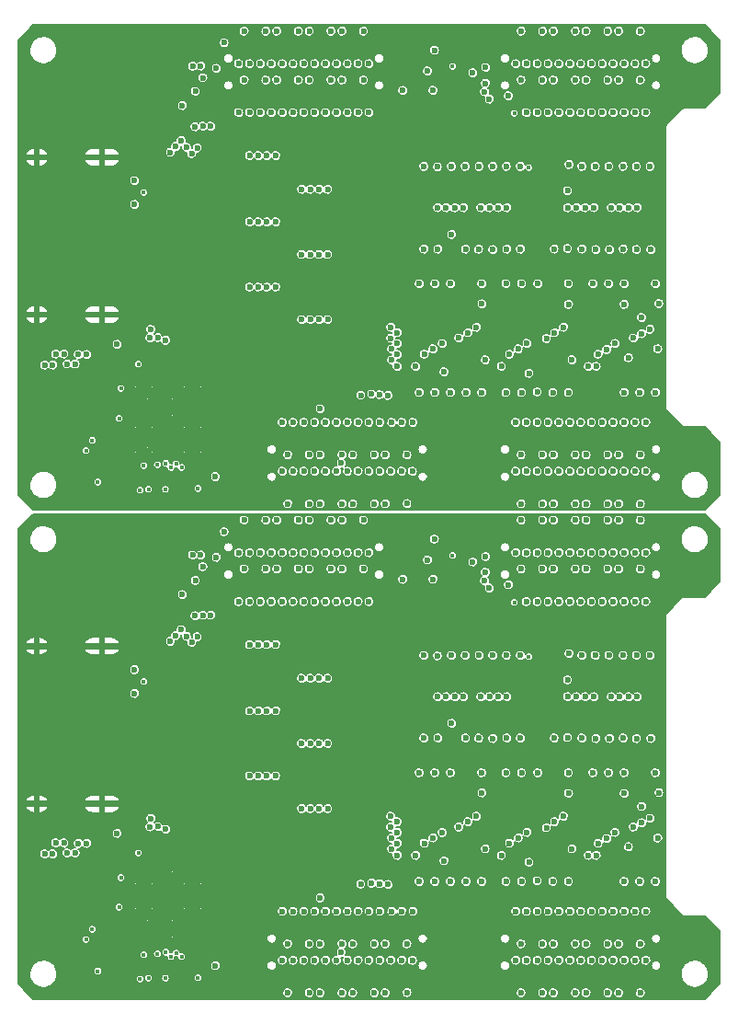
<source format=gbr>
G04 #@! TF.GenerationSoftware,KiCad,Pcbnew,(5.99.0-3349-gc9824bbd9)*
G04 #@! TF.CreationDate,2020-09-22T10:36:58-07:00*
G04 #@! TF.ProjectId,Alchitry_IO_Shield,416c6368-6974-4727-995f-494f5f536869,rev?*
G04 #@! TF.SameCoordinates,Original*
G04 #@! TF.FileFunction,Copper,L2,Inr*
G04 #@! TF.FilePolarity,Positive*
%FSLAX46Y46*%
G04 Gerber Fmt 4.6, Leading zero omitted, Abs format (unit mm)*
G04 Created by KiCad (PCBNEW (5.99.0-3349-gc9824bbd9)) date 2020-09-22 10:36:58*
%MOMM*%
%LPD*%
G01*
G04 APERTURE LIST*
G04 #@! TA.AperFunction,ComponentPad*
%ADD10C,0.600000*%
G04 #@! TD*
G04 #@! TA.AperFunction,ViaPad*
%ADD11C,0.600000*%
G04 #@! TD*
G04 #@! TA.AperFunction,ViaPad*
%ADD12C,0.400000*%
G04 #@! TD*
G04 #@! TA.AperFunction,Conductor*
%ADD13C,0.127000*%
G04 #@! TD*
G04 APERTURE END LIST*
D10*
X23000000Y-96100000D03*
X29000000Y-91600000D03*
X26000000Y-93100000D03*
X27500000Y-93100000D03*
X29000000Y-93100000D03*
X23000000Y-93100000D03*
X24500000Y-96100000D03*
X27500000Y-94600000D03*
X24500000Y-94600000D03*
X23000000Y-94600000D03*
X24500000Y-91600000D03*
X24500000Y-90100000D03*
X27500000Y-90100000D03*
X26000000Y-91600000D03*
X23000000Y-91600000D03*
X26000000Y-96100000D03*
X24500000Y-93100000D03*
X26000000Y-94600000D03*
X23000000Y-51100000D03*
X29000000Y-46600000D03*
X26000000Y-48100000D03*
X27500000Y-48100000D03*
X29000000Y-48100000D03*
X23000000Y-48100000D03*
X24500000Y-51100000D03*
X27500000Y-49600000D03*
X24500000Y-49600000D03*
X23000000Y-49600000D03*
X24500000Y-46600000D03*
X24500000Y-45100000D03*
X27500000Y-45100000D03*
X26000000Y-46600000D03*
X23000000Y-46600000D03*
X26000000Y-51100000D03*
X24500000Y-48100000D03*
X26000000Y-49600000D03*
D11*
X49120000Y-91000000D03*
X57120000Y-81000000D03*
X58560000Y-81000000D03*
X62890510Y-82900000D03*
X62880000Y-81000000D03*
X62880000Y-91000000D03*
X61440000Y-91000000D03*
X59238468Y-89239261D03*
X60050000Y-81000000D03*
X60000000Y-90950000D03*
D12*
X59209500Y-70323487D03*
D11*
X58560000Y-91000000D03*
X57120000Y-91000000D03*
X65120000Y-81000000D03*
X66560000Y-81000000D03*
X71200000Y-82827040D03*
X70880000Y-81000000D03*
X70880000Y-91000000D03*
X69440000Y-91000000D03*
X69600000Y-84100000D03*
X68000000Y-81000000D03*
X68000000Y-82900000D03*
X68000000Y-91000000D03*
D12*
X52200000Y-61000000D03*
X57888155Y-65311845D03*
D11*
X68400000Y-87800000D03*
X65427011Y-88600473D03*
X66000000Y-93750000D03*
X66500000Y-96750000D03*
X67500000Y-96750000D03*
X68000000Y-93750000D03*
X37500000Y-93750008D03*
X69000000Y-93750000D03*
X69500000Y-96750000D03*
X69500000Y-101250000D03*
X69000000Y-98250000D03*
X68000000Y-98250000D03*
X38500000Y-93750008D03*
X67500000Y-101250000D03*
X66500000Y-101250000D03*
X37000000Y-96750000D03*
X66000000Y-98250000D03*
X65000000Y-98250000D03*
X64500000Y-101250000D03*
X63500000Y-101250000D03*
X63000000Y-98250000D03*
X62000000Y-98250000D03*
X61500000Y-101250000D03*
X60500000Y-101250000D03*
X60000000Y-98250000D03*
X59000000Y-98250000D03*
X58500000Y-101250000D03*
X58000000Y-98250000D03*
X36500000Y-93750000D03*
X39000000Y-96750000D03*
X45500000Y-93750000D03*
X48550000Y-93750000D03*
X69500000Y-57750000D03*
X69000000Y-60750000D03*
X69000000Y-65250000D03*
X69500000Y-62250000D03*
X36000000Y-62250000D03*
X47600000Y-63200000D03*
X63200000Y-88000000D03*
X46585925Y-88014075D03*
X55200000Y-88000000D03*
X71100000Y-87000000D03*
X34500000Y-65250000D03*
X48500000Y-98253210D03*
X45000000Y-101250000D03*
X65606006Y-87481020D03*
X47100000Y-87500000D03*
X57450000Y-87481011D03*
X33000000Y-62250000D03*
X49600000Y-87481012D03*
X26200000Y-68900000D03*
X36000000Y-57750000D03*
X70400000Y-85181011D03*
X46500000Y-85000000D03*
X62400000Y-85000000D03*
X35000000Y-62250000D03*
X54400000Y-85000000D03*
X28681086Y-68490559D03*
X44500000Y-98250000D03*
X43500000Y-98250000D03*
X43000000Y-101250000D03*
X35000000Y-57750000D03*
X28472866Y-66550031D03*
X29000000Y-60960000D03*
X59050000Y-86481020D03*
X28500000Y-63300000D03*
X67156764Y-86490707D03*
X31150000Y-58820000D03*
X51250000Y-86500000D03*
X47100000Y-86500000D03*
X27191448Y-67831448D03*
X46571619Y-86999344D03*
X33500000Y-65250000D03*
X58250000Y-86990510D03*
X50393439Y-86990510D03*
X66400000Y-87050000D03*
X26690500Y-68360902D03*
X42000000Y-101250000D03*
X36500000Y-60750000D03*
X49890000Y-61410000D03*
X30430000Y-61169500D03*
X61600000Y-85500000D03*
X33500000Y-60750000D03*
X47100000Y-85500000D03*
X29924747Y-66494510D03*
X53600000Y-85500000D03*
X69600000Y-85600000D03*
X28172448Y-69010000D03*
X58000000Y-93750000D03*
X58500000Y-96749996D03*
X59000000Y-93750000D03*
X60000000Y-93750000D03*
X60500000Y-96750000D03*
X61500000Y-96750000D03*
X62000000Y-93750000D03*
X63000000Y-93750000D03*
X63500000Y-96750000D03*
X64500000Y-96750000D03*
X65000000Y-93750000D03*
X49120000Y-81000000D03*
X50560000Y-81000000D03*
X54900000Y-82850000D03*
X54880000Y-81000000D03*
X54880000Y-91000000D03*
X53440000Y-91000000D03*
X52000000Y-81000000D03*
X51400000Y-89100000D03*
X52000000Y-91000000D03*
X50560000Y-91000000D03*
X70000000Y-60750000D03*
X61000000Y-93750000D03*
X41500000Y-65250000D03*
X57200000Y-74000000D03*
X68400000Y-74000000D03*
X67000000Y-98250000D03*
D12*
X25778635Y-97514318D03*
D11*
X70000000Y-65250000D03*
X39500000Y-93750000D03*
X52400000Y-74000000D03*
X69200000Y-74000000D03*
X67600000Y-74000000D03*
X21300000Y-86575000D03*
D12*
X25000000Y-97650000D03*
D11*
X67000000Y-60750000D03*
X62800000Y-74000000D03*
X38500000Y-60750000D03*
X70000000Y-93750000D03*
X22900000Y-71512500D03*
X38500000Y-65250000D03*
X32498157Y-65248157D03*
X22900000Y-73700000D03*
X32500000Y-60750000D03*
D12*
X26250000Y-97900000D03*
X26750042Y-97583348D03*
X27250000Y-97900000D03*
X23750000Y-97750000D03*
X19500000Y-99250000D03*
D11*
X48000000Y-101217764D03*
X47500000Y-98250000D03*
X46500000Y-98250000D03*
X46000000Y-101250000D03*
X40000000Y-92509425D03*
X40000000Y-96750000D03*
X40500000Y-93749992D03*
X41500000Y-93749994D03*
X41946979Y-97496694D03*
X42000000Y-96750000D03*
X47994844Y-96744844D03*
X46242998Y-91274404D03*
X45482485Y-91207564D03*
X47500000Y-93749988D03*
X46600000Y-93749992D03*
X44738342Y-91156914D03*
X46000000Y-96750000D03*
X43750000Y-91250000D03*
X24400000Y-85200000D03*
X45000000Y-96750008D03*
X24312442Y-85981231D03*
X44500000Y-93749994D03*
X43500000Y-93750000D03*
X25040665Y-85946694D03*
X43000000Y-96750000D03*
X25767674Y-86198532D03*
X68000000Y-65250000D03*
X70400000Y-70200000D03*
X33500000Y-69200000D03*
X67500000Y-62250000D03*
X40700000Y-84300000D03*
X66500000Y-62250000D03*
X39900000Y-84300000D03*
X66000000Y-65250000D03*
X39100000Y-84300000D03*
X65000000Y-65250000D03*
X38300000Y-84300000D03*
X64500000Y-62250000D03*
X35900000Y-81300000D03*
X63500000Y-62250000D03*
X35100000Y-81300000D03*
X63000000Y-65250000D03*
X34300000Y-81300000D03*
X62000000Y-65250000D03*
X33500000Y-81300000D03*
X61500000Y-62250000D03*
X40700000Y-78300000D03*
X60500000Y-62250000D03*
X39900000Y-78300000D03*
X60000000Y-65250000D03*
X39100000Y-78300000D03*
X59000000Y-65250000D03*
X38300000Y-78300000D03*
X58500000Y-62250000D03*
X35900000Y-75300000D03*
X44000000Y-62250000D03*
X35100000Y-75300000D03*
X43500000Y-65250000D03*
X34300000Y-75300000D03*
X42500000Y-65250000D03*
X33500000Y-75300000D03*
X42000000Y-62250000D03*
X40700000Y-72300000D03*
X41000000Y-62250000D03*
X39900000Y-72300000D03*
X40500000Y-65250000D03*
X39100000Y-72300000D03*
X39500000Y-65250000D03*
X38300000Y-72300000D03*
X39000000Y-62250000D03*
X35900000Y-69200000D03*
X38000000Y-62250000D03*
X35100000Y-69200000D03*
X37500000Y-65250000D03*
X34300000Y-69200000D03*
D12*
X23250000Y-88400000D03*
X19000000Y-95400000D03*
X28750000Y-99850000D03*
X23400000Y-100000000D03*
X24200000Y-99900000D03*
X25750000Y-99900000D03*
D11*
X66600000Y-70200000D03*
X67900000Y-70200000D03*
X69150000Y-70200000D03*
X27300000Y-64600000D03*
X28250000Y-60970000D03*
X48800000Y-88600000D03*
X33000000Y-57750000D03*
X56700000Y-88600000D03*
X47100000Y-88600000D03*
X64700000Y-88600000D03*
X36500000Y-65250000D03*
X52778374Y-85990510D03*
X27681948Y-68436801D03*
X29190000Y-62040000D03*
X68850009Y-85994158D03*
X34500000Y-60750000D03*
X46500000Y-86000000D03*
X60850009Y-86050000D03*
X29197744Y-66494510D03*
X41500000Y-98250000D03*
X40500000Y-98250000D03*
X40000000Y-101250000D03*
X39000000Y-101250000D03*
X38500000Y-98250004D03*
X37500000Y-98250000D03*
X37000000Y-101249994D03*
X36500000Y-98250000D03*
X58000000Y-60750000D03*
X57340000Y-63700000D03*
X53350000Y-70200000D03*
X52100000Y-70200000D03*
X50800000Y-70250000D03*
X49550000Y-70200000D03*
X58450000Y-70200000D03*
X57150000Y-70200000D03*
X37500000Y-60750000D03*
X38000000Y-57750000D03*
X39000000Y-57750000D03*
X39500000Y-60750000D03*
X40500000Y-60750000D03*
X41000000Y-57750000D03*
X42000000Y-57750000D03*
X42500000Y-60750000D03*
X43500000Y-60750000D03*
X49550000Y-77800000D03*
X50850000Y-77800000D03*
X44000000Y-57750000D03*
X52120000Y-76460000D03*
X58500000Y-57750000D03*
X55253164Y-61103164D03*
X53400000Y-77800000D03*
X59000000Y-60750000D03*
X60000000Y-60750000D03*
X55220841Y-62551613D03*
X54600000Y-77800000D03*
X60500000Y-57750000D03*
X55900000Y-77850000D03*
X55135800Y-63330326D03*
X55585989Y-63999999D03*
X61500000Y-57750000D03*
X57200000Y-77800000D03*
X62000000Y-60750000D03*
X58450000Y-77800000D03*
X61550000Y-77800000D03*
X63000000Y-60750000D03*
X63500000Y-57750000D03*
X62800000Y-77750000D03*
X64100000Y-77800000D03*
X64500000Y-57750000D03*
X65400000Y-77850000D03*
X65000000Y-60750000D03*
X66000000Y-60750000D03*
X66650000Y-77850000D03*
X66500000Y-57750000D03*
X67900000Y-77800000D03*
X69150000Y-77850000D03*
X67500000Y-57750000D03*
X68000000Y-60750000D03*
X70450000Y-77850000D03*
X55900000Y-70200000D03*
X54650000Y-70200000D03*
X65350000Y-70200000D03*
X64100000Y-70200000D03*
X62918686Y-70031314D03*
X62800000Y-72450000D03*
X64000000Y-60750000D03*
X67000000Y-93750000D03*
X61000000Y-60750000D03*
D12*
X23750000Y-72600000D03*
X18450000Y-96350000D03*
D11*
X41500000Y-60750000D03*
X67000000Y-65250000D03*
X35500000Y-60750000D03*
X50398922Y-63193054D03*
X30350000Y-98750000D03*
X64000000Y-98250000D03*
X65200000Y-74000000D03*
X64400000Y-74000000D03*
X44500000Y-65250000D03*
X54060000Y-61590000D03*
X61000000Y-98250000D03*
X64000000Y-65250000D03*
X42500000Y-98250000D03*
X66800000Y-74000000D03*
X63600000Y-74000000D03*
X50530000Y-59500000D03*
D12*
X21491906Y-93373494D03*
D11*
X53200000Y-74000000D03*
X56400000Y-74000000D03*
X54800000Y-74000000D03*
X42500000Y-93750000D03*
X51600000Y-74000000D03*
X70000000Y-98250000D03*
X44500000Y-60750000D03*
X55600000Y-74000000D03*
X45500000Y-98250000D03*
X60998552Y-65248552D03*
D12*
X21650000Y-90650000D03*
D11*
X64000000Y-93750000D03*
X50800000Y-74000000D03*
X39500000Y-98250000D03*
X35500000Y-65250000D03*
X18476200Y-87500000D03*
X17723800Y-87500000D03*
X17429661Y-88376184D03*
X16677261Y-88376184D03*
X16397861Y-87451451D03*
X15645461Y-87451451D03*
X15366061Y-88469702D03*
X14613661Y-88469702D03*
X65500000Y-57750000D03*
X16000000Y-75000000D03*
X59500000Y-96750000D03*
X18000000Y-74000000D03*
X23000000Y-75000000D03*
X65500000Y-101250000D03*
X68500000Y-62250000D03*
X21600000Y-89350000D03*
X23000000Y-76000000D03*
X62500000Y-62250000D03*
X16000000Y-76000000D03*
X47000000Y-96750000D03*
X17000000Y-74000000D03*
X16000000Y-77000000D03*
D12*
X18000000Y-97000000D03*
D11*
X40000000Y-57750000D03*
X37000000Y-57750000D03*
X41000000Y-96750000D03*
X32751936Y-92801936D03*
X62500000Y-101250000D03*
X44000000Y-96750000D03*
X18000000Y-72000000D03*
X68500000Y-57750000D03*
X16000000Y-73000000D03*
X41000000Y-92509426D03*
X30500000Y-88340000D03*
X32800000Y-90850000D03*
X44000000Y-101250000D03*
X59500000Y-62250000D03*
X59500000Y-57750000D03*
X18000000Y-73000000D03*
X23000000Y-80000000D03*
X23000000Y-78000000D03*
X23000000Y-77000000D03*
X41000000Y-101250000D03*
X17000000Y-72000000D03*
X37000000Y-62250000D03*
X38000000Y-96750000D03*
X32800000Y-100400000D03*
X17000000Y-75000000D03*
X17000000Y-73000000D03*
X23000000Y-81000000D03*
X59500000Y-101250000D03*
X34000000Y-62250000D03*
X23000000Y-79000000D03*
X34000000Y-57750000D03*
X16000000Y-74000000D03*
X18000000Y-75000000D03*
X65500000Y-62250000D03*
X17000000Y-93450000D03*
X43000000Y-62250000D03*
X16000000Y-72000000D03*
X43000000Y-57750000D03*
X68500000Y-101250000D03*
X68510000Y-96750000D03*
X38000000Y-101250000D03*
X62500000Y-57750000D03*
X62500000Y-96750000D03*
X40000000Y-62250000D03*
X47000000Y-101217768D03*
X17000000Y-76000000D03*
X65500000Y-96750000D03*
X65500000Y-51750000D03*
X17000000Y-31000000D03*
X47000000Y-56217768D03*
X40000000Y-17250000D03*
X62500000Y-51750000D03*
X62500000Y-12750000D03*
X38000000Y-56250000D03*
X68510000Y-51750000D03*
X68500000Y-56250000D03*
X43000000Y-12750000D03*
X16000000Y-27000000D03*
X43000000Y-17250000D03*
X17000000Y-48450000D03*
X65500000Y-17250000D03*
X18000000Y-30000000D03*
X16000000Y-29000000D03*
X34000000Y-12750000D03*
X23000000Y-34000000D03*
X34000000Y-17250000D03*
X59500000Y-56250000D03*
X23000000Y-36000000D03*
X17000000Y-28000000D03*
X17000000Y-30000000D03*
X32800000Y-55400000D03*
X38000000Y-51750000D03*
X37000000Y-17250000D03*
X17000000Y-27000000D03*
X41000000Y-56250000D03*
X23000000Y-32000000D03*
X23000000Y-33000000D03*
X23000000Y-35000000D03*
X18000000Y-28000000D03*
X59500000Y-12750000D03*
X59500000Y-17250000D03*
X44000000Y-56250000D03*
X32800000Y-45850000D03*
X30500000Y-43340000D03*
X41000000Y-47509426D03*
X16000000Y-28000000D03*
X68500000Y-12750000D03*
X18000000Y-27000000D03*
X44000000Y-51750000D03*
X62500000Y-56250000D03*
X32751936Y-47801936D03*
X41000000Y-51750000D03*
X37000000Y-12750000D03*
X40000000Y-12750000D03*
D12*
X18000000Y-52000000D03*
D11*
X16000000Y-32000000D03*
X17000000Y-29000000D03*
X47000000Y-51750000D03*
X16000000Y-31000000D03*
X62500000Y-17250000D03*
X23000000Y-31000000D03*
X21600000Y-44350000D03*
X68500000Y-17250000D03*
X65500000Y-56250000D03*
X23000000Y-30000000D03*
X18000000Y-29000000D03*
X59500000Y-51750000D03*
X16000000Y-30000000D03*
X65500000Y-12750000D03*
X14613661Y-43469702D03*
X15366061Y-43469702D03*
X15645461Y-42451451D03*
X16397861Y-42451451D03*
X16677261Y-43376184D03*
X17429661Y-43376184D03*
X17723800Y-42500000D03*
X18476200Y-42500000D03*
X35500000Y-20250000D03*
X39500000Y-53250000D03*
X50800000Y-29000000D03*
X64000000Y-48750000D03*
D12*
X21650000Y-45650000D03*
D11*
X60998552Y-20248552D03*
X45500000Y-53250000D03*
X55600000Y-29000000D03*
X44500000Y-15750000D03*
X70000000Y-53250000D03*
X51600000Y-29000000D03*
X42500000Y-48750000D03*
X54800000Y-29000000D03*
X56400000Y-29000000D03*
X53200000Y-29000000D03*
D12*
X21491906Y-48373494D03*
D11*
X50530000Y-14500000D03*
X63600000Y-29000000D03*
X66800000Y-29000000D03*
X42500000Y-53250000D03*
X64000000Y-20250000D03*
X61000000Y-53250000D03*
X54060000Y-16590000D03*
X44500000Y-20250000D03*
X64400000Y-29000000D03*
X65200000Y-29000000D03*
X64000000Y-53250000D03*
X30350000Y-53750000D03*
X50398922Y-18193054D03*
X35500000Y-15750000D03*
X67000000Y-20250000D03*
X41500000Y-15750000D03*
D12*
X18450000Y-51350000D03*
X23750000Y-27600000D03*
D11*
X61000000Y-15750000D03*
X67000000Y-48750000D03*
X64000000Y-15750000D03*
X70000000Y-15750000D03*
X61000000Y-48750000D03*
X41500000Y-20250000D03*
X57200000Y-29000000D03*
X68400000Y-29000000D03*
X67000000Y-53250000D03*
D12*
X25778635Y-52514318D03*
D11*
X70000000Y-20250000D03*
X39500000Y-48750000D03*
X52400000Y-29000000D03*
X69200000Y-29000000D03*
X67600000Y-29000000D03*
X21300000Y-41575000D03*
D12*
X25000000Y-52650000D03*
D11*
X67000000Y-15750000D03*
X62800000Y-29000000D03*
X38500000Y-15750000D03*
X70000000Y-48750000D03*
X22900000Y-26512500D03*
X38500000Y-20250000D03*
X32498157Y-20248157D03*
X22900000Y-28700000D03*
X32500000Y-15750000D03*
D12*
X26250000Y-52900000D03*
X26750042Y-52583348D03*
X27250000Y-52900000D03*
X23750000Y-52750000D03*
X19500000Y-54250000D03*
D11*
X48000000Y-56217764D03*
X47500000Y-53250000D03*
X46500000Y-53250000D03*
X46000000Y-56250000D03*
X40000000Y-47509425D03*
X40000000Y-51750000D03*
X40500000Y-48749992D03*
X41500000Y-48749994D03*
X41946979Y-52496694D03*
X42000000Y-51750000D03*
X47994844Y-51744844D03*
X46242998Y-46274404D03*
X45482485Y-46207564D03*
X47500000Y-48749988D03*
X46600000Y-48749992D03*
X44738342Y-46156914D03*
X46000000Y-51750000D03*
X43750000Y-46250000D03*
X24400000Y-40200000D03*
X45000000Y-51750008D03*
X24312442Y-40981231D03*
X44500000Y-48749994D03*
X43500000Y-48750000D03*
X25040665Y-40946694D03*
X43000000Y-51750000D03*
X25767674Y-41198532D03*
X68000000Y-20250000D03*
X33500000Y-24200000D03*
X67500000Y-17250000D03*
X40700000Y-39300000D03*
X66500000Y-17250000D03*
X39900000Y-39300000D03*
X66000000Y-20250000D03*
X39100000Y-39300000D03*
X65000000Y-20250000D03*
X38300000Y-39300000D03*
X64500000Y-17250000D03*
X35900000Y-36300000D03*
X63500000Y-17250000D03*
X35100000Y-36300000D03*
X63000000Y-20250000D03*
X34300000Y-36300000D03*
X62000000Y-20250000D03*
X33500000Y-36300000D03*
X61500000Y-17250000D03*
X40700000Y-33300000D03*
X60500000Y-17250000D03*
X39900000Y-33300000D03*
X60000000Y-20250000D03*
X39100000Y-33300000D03*
X59000000Y-20250000D03*
X38300000Y-33300000D03*
X58500000Y-17250000D03*
X35900000Y-30300000D03*
X44000000Y-17250000D03*
X35100000Y-30300000D03*
X43500000Y-20250000D03*
X34300000Y-30300000D03*
X42500000Y-20250000D03*
X33500000Y-30300000D03*
X42000000Y-17250000D03*
X40700000Y-27300000D03*
X41000000Y-17250000D03*
X39900000Y-27300000D03*
X40500000Y-20250000D03*
X39100000Y-27300000D03*
X39500000Y-20250000D03*
X38300000Y-27300000D03*
X39000000Y-17250000D03*
X35900000Y-24200000D03*
X38000000Y-17250000D03*
X35100000Y-24200000D03*
X37500000Y-20250000D03*
X34300000Y-24200000D03*
D12*
X23250000Y-43400000D03*
X19000000Y-50400000D03*
X28750000Y-54850000D03*
X23400000Y-55000000D03*
X24200000Y-54900000D03*
X25750000Y-54900000D03*
D11*
X66600000Y-25200000D03*
X67900000Y-25200000D03*
X69150000Y-25200000D03*
X70400000Y-25200000D03*
X62800000Y-27450000D03*
X62918686Y-25031314D03*
X64100000Y-25200000D03*
X65350000Y-25200000D03*
X54650000Y-25200000D03*
X55900000Y-25200000D03*
X70450000Y-32850000D03*
X68000000Y-15750000D03*
X67500000Y-12750000D03*
X69150000Y-32850000D03*
X67900000Y-32800000D03*
X66500000Y-12750000D03*
X66650000Y-32850000D03*
X66000000Y-15750000D03*
X65000000Y-15750000D03*
X65400000Y-32850000D03*
X64500000Y-12750000D03*
X64100000Y-32800000D03*
X62800000Y-32750000D03*
X63500000Y-12750000D03*
X63000000Y-15750000D03*
X61550000Y-32800000D03*
X58450000Y-32800000D03*
X62000000Y-15750000D03*
X57200000Y-32800000D03*
X61500000Y-12750000D03*
X55585989Y-18999999D03*
X55135800Y-18330326D03*
X55900000Y-32850000D03*
X60500000Y-12750000D03*
X54600000Y-32800000D03*
X55220841Y-17551613D03*
X60000000Y-15750000D03*
X59000000Y-15750000D03*
X53400000Y-32800000D03*
X55253164Y-16103164D03*
X58500000Y-12750000D03*
X52120000Y-31460000D03*
X44000000Y-12750000D03*
X50850000Y-32800000D03*
X49550000Y-32800000D03*
X43500000Y-15750000D03*
X42500000Y-15750000D03*
X42000000Y-12750000D03*
X41000000Y-12750000D03*
X40500000Y-15750000D03*
X39500000Y-15750000D03*
X39000000Y-12750000D03*
X38000000Y-12750000D03*
X37500000Y-15750000D03*
X57150000Y-25200000D03*
X58450000Y-25200000D03*
X49550000Y-25200000D03*
X50800000Y-25250000D03*
X52100000Y-25200000D03*
X53350000Y-25200000D03*
X57340000Y-18700000D03*
X58000000Y-15750000D03*
X36500000Y-53250000D03*
X37000000Y-56249994D03*
X37500000Y-53250000D03*
X38500000Y-53250004D03*
X39000000Y-56250000D03*
X40000000Y-56250000D03*
X40500000Y-53250000D03*
X41500000Y-53250000D03*
X29197744Y-21494510D03*
X60850009Y-41050000D03*
X46500000Y-41000000D03*
X34500000Y-15750000D03*
X68850009Y-40994158D03*
X29190000Y-17040000D03*
X27681948Y-23436801D03*
X52778374Y-40990510D03*
X36500000Y-20250000D03*
X64700000Y-43600000D03*
X47100000Y-43600000D03*
X56700000Y-43600000D03*
X33000000Y-12750000D03*
X48800000Y-43600000D03*
X28250000Y-15970000D03*
X27300000Y-19600000D03*
X28172448Y-24010000D03*
X69600000Y-40600000D03*
X53600000Y-40500000D03*
X29924747Y-21494510D03*
X47100000Y-40500000D03*
X33500000Y-15750000D03*
X61600000Y-40500000D03*
X30430000Y-16169500D03*
X49890000Y-16410000D03*
X36500000Y-15750000D03*
X42000000Y-56250000D03*
X26690500Y-23360902D03*
X66400000Y-42050000D03*
X50393439Y-41990510D03*
X58250000Y-41990510D03*
X33500000Y-20250000D03*
X46571619Y-41999344D03*
X27191448Y-22831448D03*
X47100000Y-41500000D03*
X51250000Y-41500000D03*
X31150000Y-13820000D03*
X67156764Y-41490707D03*
X28500000Y-18300000D03*
X59050000Y-41481020D03*
X29000000Y-15960000D03*
X28472866Y-21550031D03*
X35000000Y-12750000D03*
X43000000Y-56250000D03*
X43500000Y-53250000D03*
X44500000Y-53250000D03*
X28681086Y-23490559D03*
X54400000Y-40000000D03*
X35000000Y-17250000D03*
X62400000Y-40000000D03*
X46500000Y-40000000D03*
X70400000Y-40181011D03*
X36000000Y-12750000D03*
X26200000Y-23900000D03*
X49600000Y-42481012D03*
X33000000Y-17250000D03*
X57450000Y-42481011D03*
X47100000Y-42500000D03*
X65606006Y-42481020D03*
X45000000Y-56250000D03*
X48500000Y-53253210D03*
X34500000Y-20250000D03*
X71100000Y-42000000D03*
X55200000Y-43000000D03*
X46585925Y-43014075D03*
X63200000Y-43000000D03*
X47600000Y-18200000D03*
X36000000Y-17250000D03*
X69500000Y-17250000D03*
X69000000Y-20250000D03*
X69000000Y-15750000D03*
X69500000Y-12750000D03*
X48550000Y-48750000D03*
X45500000Y-48750000D03*
X39000000Y-51750000D03*
X36500000Y-48750000D03*
X58000000Y-53250000D03*
X58500000Y-56250000D03*
X59000000Y-53250000D03*
X60000000Y-53250000D03*
X60500000Y-56250000D03*
X61500000Y-56250000D03*
X62000000Y-53250000D03*
X63000000Y-53250000D03*
X63500000Y-56250000D03*
X64500000Y-56250000D03*
X65000000Y-53250000D03*
X66000000Y-53250000D03*
X37000000Y-51750000D03*
X66500000Y-56250000D03*
X67500000Y-56250000D03*
X38500000Y-48750008D03*
X68000000Y-53250000D03*
X69000000Y-53250000D03*
X69500000Y-56250000D03*
X69500000Y-51750000D03*
X69000000Y-48750000D03*
X37500000Y-48750008D03*
X68000000Y-48750000D03*
X67500000Y-51750000D03*
X66500000Y-51750000D03*
X66000000Y-48750000D03*
X65427011Y-43600473D03*
X68400000Y-42800000D03*
D12*
X57888155Y-20311845D03*
X52200000Y-16000000D03*
D11*
X68000000Y-46000000D03*
X68000000Y-37900000D03*
X68000000Y-36000000D03*
X69600000Y-39100000D03*
X69440000Y-46000000D03*
X70880000Y-46000000D03*
X70880000Y-36000000D03*
X71200000Y-37827040D03*
X66560000Y-36000000D03*
X65120000Y-36000000D03*
X57120000Y-46000000D03*
X58560000Y-46000000D03*
D12*
X59209500Y-25323487D03*
D11*
X60000000Y-45950000D03*
X60050000Y-36000000D03*
X59238468Y-44239261D03*
X61440000Y-46000000D03*
X62880000Y-46000000D03*
X62880000Y-36000000D03*
X62890510Y-37900000D03*
X58560000Y-36000000D03*
X57120000Y-36000000D03*
X49120000Y-46000000D03*
X50560000Y-46000000D03*
X52000000Y-46000000D03*
X51400000Y-44100000D03*
X52000000Y-36000000D03*
X53440000Y-46000000D03*
X54880000Y-46000000D03*
X54880000Y-36000000D03*
X54900000Y-37850000D03*
X50560000Y-36000000D03*
X49120000Y-36000000D03*
X65000000Y-48750000D03*
X64500000Y-51750000D03*
X63500000Y-51750000D03*
X63000000Y-48750000D03*
X62000000Y-48750000D03*
X61500000Y-51750000D03*
X60500000Y-51750000D03*
X60000000Y-48750000D03*
X59000000Y-48750000D03*
X58500000Y-51749996D03*
X58000000Y-48750000D03*
D13*
X76810001Y-58578702D02*
X76810000Y-63421300D01*
X75421301Y-64810000D01*
X73533420Y-64810000D01*
X73514475Y-64802898D01*
X73481486Y-64810000D01*
X73473978Y-64810000D01*
X73453277Y-64816073D01*
X73410292Y-64825326D01*
X73402893Y-64830854D01*
X73393230Y-64833689D01*
X73364487Y-64866813D01*
X71889284Y-66342017D01*
X71870863Y-66350392D01*
X71852555Y-66378746D01*
X71847249Y-66384051D01*
X71836913Y-66402972D01*
X71813059Y-66439913D01*
X71811733Y-66449058D01*
X71806903Y-66457900D01*
X71810001Y-66501652D01*
X71810000Y-92466579D01*
X71802897Y-92485525D01*
X71810000Y-92518518D01*
X71810000Y-92526021D01*
X71816070Y-92546711D01*
X71825323Y-92589692D01*
X71830852Y-92597100D01*
X71833689Y-92606770D01*
X71866813Y-92635513D01*
X73342017Y-94110718D01*
X73350391Y-94129138D01*
X73378745Y-94147446D01*
X73384049Y-94152750D01*
X73402967Y-94163086D01*
X73439913Y-94186942D01*
X73449058Y-94188268D01*
X73457898Y-94193097D01*
X73501636Y-94190000D01*
X75421300Y-94190000D01*
X76810001Y-95578702D01*
X76810000Y-100421300D01*
X75421301Y-101810000D01*
X13578700Y-101810000D01*
X13088539Y-101319839D01*
X36509243Y-101319839D01*
X36551475Y-101461054D01*
X36633364Y-101583608D01*
X36747667Y-101676666D01*
X36884281Y-101732000D01*
X37031125Y-101744719D01*
X37175219Y-101713696D01*
X37303819Y-101641676D01*
X37405559Y-101535026D01*
X37471441Y-101403175D01*
X37485311Y-101319845D01*
X38509243Y-101319845D01*
X38551475Y-101461060D01*
X38633364Y-101583614D01*
X38747667Y-101676672D01*
X38884281Y-101732006D01*
X39031125Y-101744725D01*
X39175219Y-101713702D01*
X39303819Y-101641682D01*
X39405559Y-101535032D01*
X39471441Y-101403181D01*
X39485312Y-101319845D01*
X39509243Y-101319845D01*
X39551475Y-101461060D01*
X39633364Y-101583614D01*
X39747667Y-101676672D01*
X39884281Y-101732006D01*
X40031125Y-101744725D01*
X40175219Y-101713702D01*
X40303819Y-101641682D01*
X40405559Y-101535032D01*
X40471441Y-101403181D01*
X40485312Y-101319845D01*
X41509243Y-101319845D01*
X41551475Y-101461060D01*
X41633364Y-101583614D01*
X41747667Y-101676672D01*
X41884281Y-101732006D01*
X42031125Y-101744725D01*
X42175219Y-101713702D01*
X42303819Y-101641682D01*
X42405559Y-101535032D01*
X42471441Y-101403181D01*
X42485312Y-101319845D01*
X42509243Y-101319845D01*
X42551475Y-101461060D01*
X42633364Y-101583614D01*
X42747667Y-101676672D01*
X42884281Y-101732006D01*
X43031125Y-101744725D01*
X43175219Y-101713702D01*
X43303819Y-101641682D01*
X43405559Y-101535032D01*
X43471441Y-101403181D01*
X43485312Y-101319845D01*
X44509243Y-101319845D01*
X44551475Y-101461060D01*
X44633364Y-101583614D01*
X44747667Y-101676672D01*
X44884281Y-101732006D01*
X45031125Y-101744725D01*
X45175219Y-101713702D01*
X45303819Y-101641682D01*
X45405559Y-101535032D01*
X45471441Y-101403181D01*
X45485312Y-101319845D01*
X45509243Y-101319845D01*
X45551475Y-101461060D01*
X45633364Y-101583614D01*
X45747667Y-101676672D01*
X45884281Y-101732006D01*
X46031125Y-101744725D01*
X46175219Y-101713702D01*
X46303819Y-101641682D01*
X46405559Y-101535032D01*
X46471441Y-101403181D01*
X46490677Y-101287609D01*
X47509243Y-101287609D01*
X47551475Y-101428824D01*
X47633364Y-101551378D01*
X47747667Y-101644436D01*
X47884281Y-101699770D01*
X48031125Y-101712489D01*
X48175219Y-101681466D01*
X48303819Y-101609446D01*
X48405559Y-101502796D01*
X48471441Y-101370945D01*
X48479946Y-101319845D01*
X58009243Y-101319845D01*
X58051475Y-101461060D01*
X58133364Y-101583614D01*
X58247667Y-101676672D01*
X58384281Y-101732006D01*
X58531125Y-101744725D01*
X58675219Y-101713702D01*
X58803819Y-101641682D01*
X58905559Y-101535032D01*
X58971441Y-101403181D01*
X58985312Y-101319845D01*
X60009243Y-101319845D01*
X60051475Y-101461060D01*
X60133364Y-101583614D01*
X60247667Y-101676672D01*
X60384281Y-101732006D01*
X60531125Y-101744725D01*
X60675219Y-101713702D01*
X60803819Y-101641682D01*
X60905559Y-101535032D01*
X60971441Y-101403181D01*
X60985312Y-101319845D01*
X61009243Y-101319845D01*
X61051475Y-101461060D01*
X61133364Y-101583614D01*
X61247667Y-101676672D01*
X61384281Y-101732006D01*
X61531125Y-101744725D01*
X61675219Y-101713702D01*
X61803819Y-101641682D01*
X61905559Y-101535032D01*
X61971441Y-101403181D01*
X61985312Y-101319845D01*
X63009243Y-101319845D01*
X63051475Y-101461060D01*
X63133364Y-101583614D01*
X63247667Y-101676672D01*
X63384281Y-101732006D01*
X63531125Y-101744725D01*
X63675219Y-101713702D01*
X63803819Y-101641682D01*
X63905559Y-101535032D01*
X63971441Y-101403181D01*
X63985312Y-101319845D01*
X64009243Y-101319845D01*
X64051475Y-101461060D01*
X64133364Y-101583614D01*
X64247667Y-101676672D01*
X64384281Y-101732006D01*
X64531125Y-101744725D01*
X64675219Y-101713702D01*
X64803819Y-101641682D01*
X64905559Y-101535032D01*
X64971441Y-101403181D01*
X64985312Y-101319845D01*
X66009243Y-101319845D01*
X66051475Y-101461060D01*
X66133364Y-101583614D01*
X66247667Y-101676672D01*
X66384281Y-101732006D01*
X66531125Y-101744725D01*
X66675219Y-101713702D01*
X66803819Y-101641682D01*
X66905559Y-101535032D01*
X66971441Y-101403181D01*
X66985312Y-101319845D01*
X67009243Y-101319845D01*
X67051475Y-101461060D01*
X67133364Y-101583614D01*
X67247667Y-101676672D01*
X67384281Y-101732006D01*
X67531125Y-101744725D01*
X67675219Y-101713702D01*
X67803819Y-101641682D01*
X67905559Y-101535032D01*
X67971441Y-101403181D01*
X67985312Y-101319845D01*
X69009243Y-101319845D01*
X69051475Y-101461060D01*
X69133364Y-101583614D01*
X69247667Y-101676672D01*
X69384281Y-101732006D01*
X69531125Y-101744725D01*
X69675219Y-101713702D01*
X69803819Y-101641682D01*
X69905559Y-101535032D01*
X69971441Y-101403181D01*
X69994907Y-101262201D01*
X69995036Y-101245570D01*
X69973788Y-101104244D01*
X69909986Y-100971374D01*
X69809934Y-100863139D01*
X69682481Y-100789108D01*
X69538893Y-100755825D01*
X69391866Y-100766236D01*
X69254400Y-100819417D01*
X69138648Y-100910668D01*
X69054845Y-101031921D01*
X69010401Y-101172455D01*
X69009243Y-101319845D01*
X67985312Y-101319845D01*
X67994907Y-101262201D01*
X67995036Y-101245570D01*
X67973788Y-101104244D01*
X67909986Y-100971374D01*
X67809934Y-100863139D01*
X67682481Y-100789108D01*
X67538893Y-100755825D01*
X67391866Y-100766236D01*
X67254400Y-100819417D01*
X67138648Y-100910668D01*
X67054845Y-101031921D01*
X67010401Y-101172455D01*
X67009243Y-101319845D01*
X66985312Y-101319845D01*
X66994907Y-101262201D01*
X66995036Y-101245570D01*
X66973788Y-101104244D01*
X66909986Y-100971374D01*
X66809934Y-100863139D01*
X66682481Y-100789108D01*
X66538893Y-100755825D01*
X66391866Y-100766236D01*
X66254400Y-100819417D01*
X66138648Y-100910668D01*
X66054845Y-101031921D01*
X66010401Y-101172455D01*
X66009243Y-101319845D01*
X64985312Y-101319845D01*
X64994907Y-101262201D01*
X64995036Y-101245570D01*
X64973788Y-101104244D01*
X64909986Y-100971374D01*
X64809934Y-100863139D01*
X64682481Y-100789108D01*
X64538893Y-100755825D01*
X64391866Y-100766236D01*
X64254400Y-100819417D01*
X64138648Y-100910668D01*
X64054845Y-101031921D01*
X64010401Y-101172455D01*
X64009243Y-101319845D01*
X63985312Y-101319845D01*
X63994907Y-101262201D01*
X63995036Y-101245570D01*
X63973788Y-101104244D01*
X63909986Y-100971374D01*
X63809934Y-100863139D01*
X63682481Y-100789108D01*
X63538893Y-100755825D01*
X63391866Y-100766236D01*
X63254400Y-100819417D01*
X63138648Y-100910668D01*
X63054845Y-101031921D01*
X63010401Y-101172455D01*
X63009243Y-101319845D01*
X61985312Y-101319845D01*
X61994907Y-101262201D01*
X61995036Y-101245570D01*
X61973788Y-101104244D01*
X61909986Y-100971374D01*
X61809934Y-100863139D01*
X61682481Y-100789108D01*
X61538893Y-100755825D01*
X61391866Y-100766236D01*
X61254400Y-100819417D01*
X61138648Y-100910668D01*
X61054845Y-101031921D01*
X61010401Y-101172455D01*
X61009243Y-101319845D01*
X60985312Y-101319845D01*
X60994907Y-101262201D01*
X60995036Y-101245570D01*
X60973788Y-101104244D01*
X60909986Y-100971374D01*
X60809934Y-100863139D01*
X60682481Y-100789108D01*
X60538893Y-100755825D01*
X60391866Y-100766236D01*
X60254400Y-100819417D01*
X60138648Y-100910668D01*
X60054845Y-101031921D01*
X60010401Y-101172455D01*
X60009243Y-101319845D01*
X58985312Y-101319845D01*
X58994907Y-101262201D01*
X58995036Y-101245570D01*
X58973788Y-101104244D01*
X58909986Y-100971374D01*
X58809934Y-100863139D01*
X58682481Y-100789108D01*
X58538893Y-100755825D01*
X58391866Y-100766236D01*
X58254400Y-100819417D01*
X58138648Y-100910668D01*
X58054845Y-101031921D01*
X58010401Y-101172455D01*
X58009243Y-101319845D01*
X48479946Y-101319845D01*
X48494907Y-101229965D01*
X48495036Y-101213334D01*
X48473788Y-101072008D01*
X48409986Y-100939138D01*
X48309934Y-100830903D01*
X48182481Y-100756872D01*
X48038893Y-100723589D01*
X47891866Y-100734000D01*
X47754400Y-100787181D01*
X47638648Y-100878432D01*
X47554845Y-100999685D01*
X47510401Y-101140219D01*
X47509243Y-101287609D01*
X46490677Y-101287609D01*
X46494907Y-101262201D01*
X46495036Y-101245570D01*
X46473788Y-101104244D01*
X46409986Y-100971374D01*
X46309934Y-100863139D01*
X46182481Y-100789108D01*
X46038893Y-100755825D01*
X45891866Y-100766236D01*
X45754400Y-100819417D01*
X45638648Y-100910668D01*
X45554845Y-101031921D01*
X45510401Y-101172455D01*
X45509243Y-101319845D01*
X45485312Y-101319845D01*
X45494907Y-101262201D01*
X45495036Y-101245570D01*
X45473788Y-101104244D01*
X45409986Y-100971374D01*
X45309934Y-100863139D01*
X45182481Y-100789108D01*
X45038893Y-100755825D01*
X44891866Y-100766236D01*
X44754400Y-100819417D01*
X44638648Y-100910668D01*
X44554845Y-101031921D01*
X44510401Y-101172455D01*
X44509243Y-101319845D01*
X43485312Y-101319845D01*
X43494907Y-101262201D01*
X43495036Y-101245570D01*
X43473788Y-101104244D01*
X43409986Y-100971374D01*
X43309934Y-100863139D01*
X43182481Y-100789108D01*
X43038893Y-100755825D01*
X42891866Y-100766236D01*
X42754400Y-100819417D01*
X42638648Y-100910668D01*
X42554845Y-101031921D01*
X42510401Y-101172455D01*
X42509243Y-101319845D01*
X42485312Y-101319845D01*
X42494907Y-101262201D01*
X42495036Y-101245570D01*
X42473788Y-101104244D01*
X42409986Y-100971374D01*
X42309934Y-100863139D01*
X42182481Y-100789108D01*
X42038893Y-100755825D01*
X41891866Y-100766236D01*
X41754400Y-100819417D01*
X41638648Y-100910668D01*
X41554845Y-101031921D01*
X41510401Y-101172455D01*
X41509243Y-101319845D01*
X40485312Y-101319845D01*
X40494907Y-101262201D01*
X40495036Y-101245570D01*
X40473788Y-101104244D01*
X40409986Y-100971374D01*
X40309934Y-100863139D01*
X40182481Y-100789108D01*
X40038893Y-100755825D01*
X39891866Y-100766236D01*
X39754400Y-100819417D01*
X39638648Y-100910668D01*
X39554845Y-101031921D01*
X39510401Y-101172455D01*
X39509243Y-101319845D01*
X39485312Y-101319845D01*
X39494907Y-101262201D01*
X39495036Y-101245570D01*
X39473788Y-101104244D01*
X39409986Y-100971374D01*
X39309934Y-100863139D01*
X39182481Y-100789108D01*
X39038893Y-100755825D01*
X38891866Y-100766236D01*
X38754400Y-100819417D01*
X38638648Y-100910668D01*
X38554845Y-101031921D01*
X38510401Y-101172455D01*
X38509243Y-101319845D01*
X37485311Y-101319845D01*
X37494907Y-101262195D01*
X37495036Y-101245564D01*
X37473788Y-101104238D01*
X37409986Y-100971368D01*
X37309934Y-100863133D01*
X37182481Y-100789102D01*
X37038893Y-100755819D01*
X36891866Y-100766230D01*
X36754400Y-100819411D01*
X36638648Y-100910662D01*
X36554845Y-101031915D01*
X36510401Y-101172449D01*
X36509243Y-101319839D01*
X13088539Y-101319839D01*
X12190000Y-100421301D01*
X12190000Y-99581298D01*
X13207806Y-99581298D01*
X13242626Y-99808841D01*
X13317188Y-100026622D01*
X13429139Y-100227757D01*
X13574938Y-100405888D01*
X13749977Y-100555385D01*
X13948723Y-100671523D01*
X14164895Y-100750631D01*
X14391658Y-100790207D01*
X14621846Y-100789002D01*
X14848183Y-100747053D01*
X15063515Y-100665687D01*
X15261034Y-100547473D01*
X15434498Y-100396151D01*
X15578423Y-100216502D01*
X15688262Y-100014206D01*
X15692960Y-100000000D01*
X23004036Y-100000000D01*
X23027915Y-100135428D01*
X23096674Y-100254521D01*
X23202018Y-100342914D01*
X23331241Y-100389949D01*
X23468759Y-100389949D01*
X23597982Y-100342914D01*
X23703326Y-100254521D01*
X23772085Y-100135428D01*
X23795964Y-100000000D01*
X23778332Y-99900000D01*
X23804036Y-99900000D01*
X23827915Y-100035428D01*
X23896674Y-100154521D01*
X24002018Y-100242914D01*
X24131241Y-100289949D01*
X24268759Y-100289949D01*
X24397982Y-100242914D01*
X24503326Y-100154521D01*
X24572085Y-100035428D01*
X24595964Y-99900000D01*
X25354036Y-99900000D01*
X25377915Y-100035428D01*
X25446674Y-100154521D01*
X25552018Y-100242914D01*
X25681241Y-100289949D01*
X25818759Y-100289949D01*
X25947982Y-100242914D01*
X26053326Y-100154521D01*
X26122085Y-100035428D01*
X26145964Y-99900000D01*
X26137148Y-99850000D01*
X28354036Y-99850000D01*
X28377915Y-99985428D01*
X28446674Y-100104521D01*
X28552018Y-100192914D01*
X28681241Y-100239949D01*
X28818759Y-100239949D01*
X28947982Y-100192914D01*
X29053326Y-100104521D01*
X29122085Y-99985428D01*
X29145964Y-99850000D01*
X29122085Y-99714572D01*
X29053326Y-99595479D01*
X29036426Y-99581298D01*
X73207806Y-99581298D01*
X73242626Y-99808841D01*
X73317188Y-100026622D01*
X73429139Y-100227757D01*
X73574938Y-100405888D01*
X73749977Y-100555385D01*
X73948723Y-100671523D01*
X74164895Y-100750631D01*
X74391658Y-100790207D01*
X74621846Y-100789002D01*
X74848183Y-100747053D01*
X75063515Y-100665687D01*
X75261034Y-100547473D01*
X75434498Y-100396151D01*
X75578423Y-100216502D01*
X75688262Y-100014206D01*
X75760540Y-99795657D01*
X75792696Y-99569716D01*
X75794573Y-99498033D01*
X75774286Y-99270720D01*
X75713544Y-99048687D01*
X75614444Y-98840919D01*
X75480118Y-98653985D01*
X75314812Y-98493791D01*
X75123750Y-98365403D01*
X74912972Y-98272878D01*
X74689140Y-98219141D01*
X74459331Y-98205891D01*
X74230807Y-98233545D01*
X74010791Y-98301230D01*
X73806239Y-98406808D01*
X73623616Y-98546939D01*
X73468694Y-98717196D01*
X73346371Y-98912197D01*
X73260512Y-99125777D01*
X73213832Y-99351185D01*
X73207806Y-99581298D01*
X29036426Y-99581298D01*
X28947982Y-99507086D01*
X28818759Y-99460051D01*
X28681241Y-99460051D01*
X28552018Y-99507086D01*
X28446674Y-99595479D01*
X28377915Y-99714572D01*
X28354036Y-99850000D01*
X26137148Y-99850000D01*
X26122085Y-99764572D01*
X26053326Y-99645479D01*
X25947982Y-99557086D01*
X25818759Y-99510051D01*
X25681241Y-99510051D01*
X25552018Y-99557086D01*
X25446674Y-99645479D01*
X25377915Y-99764572D01*
X25354036Y-99900000D01*
X24595964Y-99900000D01*
X24572085Y-99764572D01*
X24503326Y-99645479D01*
X24397982Y-99557086D01*
X24268759Y-99510051D01*
X24131241Y-99510051D01*
X24002018Y-99557086D01*
X23896674Y-99645479D01*
X23827915Y-99764572D01*
X23804036Y-99900000D01*
X23778332Y-99900000D01*
X23772085Y-99864572D01*
X23703326Y-99745479D01*
X23597982Y-99657086D01*
X23468759Y-99610051D01*
X23331241Y-99610051D01*
X23202018Y-99657086D01*
X23096674Y-99745479D01*
X23027915Y-99864572D01*
X23004036Y-100000000D01*
X15692960Y-100000000D01*
X15760540Y-99795657D01*
X15792696Y-99569716D01*
X15794573Y-99498033D01*
X15774286Y-99270720D01*
X15768618Y-99250000D01*
X19104036Y-99250000D01*
X19127915Y-99385428D01*
X19196674Y-99504521D01*
X19302018Y-99592914D01*
X19431241Y-99639949D01*
X19568759Y-99639949D01*
X19697982Y-99592914D01*
X19803326Y-99504521D01*
X19872085Y-99385428D01*
X19895964Y-99250000D01*
X19872085Y-99114572D01*
X19803326Y-98995479D01*
X19697982Y-98907086D01*
X19568759Y-98860051D01*
X19431241Y-98860051D01*
X19302018Y-98907086D01*
X19196674Y-98995479D01*
X19127915Y-99114572D01*
X19104036Y-99250000D01*
X15768618Y-99250000D01*
X15713544Y-99048687D01*
X15614444Y-98840919D01*
X15599301Y-98819845D01*
X29859243Y-98819845D01*
X29901475Y-98961060D01*
X29983364Y-99083614D01*
X30097667Y-99176672D01*
X30234281Y-99232006D01*
X30381125Y-99244725D01*
X30525219Y-99213702D01*
X30653819Y-99141682D01*
X30755559Y-99035032D01*
X30821441Y-98903181D01*
X30844907Y-98762201D01*
X30845001Y-98750000D01*
X35079721Y-98750000D01*
X35102738Y-98895324D01*
X35169536Y-99026423D01*
X35273577Y-99130464D01*
X35404676Y-99197262D01*
X35550000Y-99220279D01*
X35695324Y-99197262D01*
X35826423Y-99130464D01*
X35930464Y-99026423D01*
X35997262Y-98895324D01*
X36020279Y-98750000D01*
X48979721Y-98750000D01*
X49002738Y-98895324D01*
X49069536Y-99026423D01*
X49173577Y-99130464D01*
X49304676Y-99197262D01*
X49450000Y-99220279D01*
X49595324Y-99197262D01*
X49726423Y-99130464D01*
X49830464Y-99026423D01*
X49897262Y-98895324D01*
X49920279Y-98750000D01*
X56579721Y-98750000D01*
X56602738Y-98895324D01*
X56669536Y-99026423D01*
X56773577Y-99130464D01*
X56904676Y-99197262D01*
X57050000Y-99220279D01*
X57195324Y-99197262D01*
X57326423Y-99130464D01*
X57430464Y-99026423D01*
X57497262Y-98895324D01*
X57520279Y-98750000D01*
X70479721Y-98750000D01*
X70502738Y-98895324D01*
X70569536Y-99026423D01*
X70673577Y-99130464D01*
X70804676Y-99197262D01*
X70950000Y-99220279D01*
X71095324Y-99197262D01*
X71226423Y-99130464D01*
X71330464Y-99026423D01*
X71397262Y-98895324D01*
X71420279Y-98750000D01*
X71397262Y-98604676D01*
X71330464Y-98473577D01*
X71226423Y-98369536D01*
X71095324Y-98302738D01*
X70950000Y-98279721D01*
X70804676Y-98302738D01*
X70673577Y-98369536D01*
X70569536Y-98473577D01*
X70502738Y-98604676D01*
X70479721Y-98750000D01*
X57520279Y-98750000D01*
X57497262Y-98604676D01*
X57430464Y-98473577D01*
X57326423Y-98369536D01*
X57228899Y-98319845D01*
X57509243Y-98319845D01*
X57551475Y-98461060D01*
X57633364Y-98583614D01*
X57747667Y-98676672D01*
X57884281Y-98732006D01*
X58031125Y-98744725D01*
X58175219Y-98713702D01*
X58303819Y-98641682D01*
X58405559Y-98535032D01*
X58471441Y-98403181D01*
X58485312Y-98319845D01*
X58509243Y-98319845D01*
X58551475Y-98461060D01*
X58633364Y-98583614D01*
X58747667Y-98676672D01*
X58884281Y-98732006D01*
X59031125Y-98744725D01*
X59175219Y-98713702D01*
X59303819Y-98641682D01*
X59405559Y-98535032D01*
X59471441Y-98403181D01*
X59485312Y-98319845D01*
X59509243Y-98319845D01*
X59551475Y-98461060D01*
X59633364Y-98583614D01*
X59747667Y-98676672D01*
X59884281Y-98732006D01*
X60031125Y-98744725D01*
X60175219Y-98713702D01*
X60303819Y-98641682D01*
X60405559Y-98535032D01*
X60471441Y-98403181D01*
X60485312Y-98319845D01*
X60509243Y-98319845D01*
X60551475Y-98461060D01*
X60633364Y-98583614D01*
X60747667Y-98676672D01*
X60884281Y-98732006D01*
X61031125Y-98744725D01*
X61175219Y-98713702D01*
X61303819Y-98641682D01*
X61405559Y-98535032D01*
X61471441Y-98403181D01*
X61485312Y-98319845D01*
X61509243Y-98319845D01*
X61551475Y-98461060D01*
X61633364Y-98583614D01*
X61747667Y-98676672D01*
X61884281Y-98732006D01*
X62031125Y-98744725D01*
X62175219Y-98713702D01*
X62303819Y-98641682D01*
X62405559Y-98535032D01*
X62471441Y-98403181D01*
X62485312Y-98319845D01*
X62509243Y-98319845D01*
X62551475Y-98461060D01*
X62633364Y-98583614D01*
X62747667Y-98676672D01*
X62884281Y-98732006D01*
X63031125Y-98744725D01*
X63175219Y-98713702D01*
X63303819Y-98641682D01*
X63405559Y-98535032D01*
X63471441Y-98403181D01*
X63485312Y-98319845D01*
X63509243Y-98319845D01*
X63551475Y-98461060D01*
X63633364Y-98583614D01*
X63747667Y-98676672D01*
X63884281Y-98732006D01*
X64031125Y-98744725D01*
X64175219Y-98713702D01*
X64303819Y-98641682D01*
X64405559Y-98535032D01*
X64471441Y-98403181D01*
X64485312Y-98319845D01*
X64509243Y-98319845D01*
X64551475Y-98461060D01*
X64633364Y-98583614D01*
X64747667Y-98676672D01*
X64884281Y-98732006D01*
X65031125Y-98744725D01*
X65175219Y-98713702D01*
X65303819Y-98641682D01*
X65405559Y-98535032D01*
X65471441Y-98403181D01*
X65485312Y-98319845D01*
X65509243Y-98319845D01*
X65551475Y-98461060D01*
X65633364Y-98583614D01*
X65747667Y-98676672D01*
X65884281Y-98732006D01*
X66031125Y-98744725D01*
X66175219Y-98713702D01*
X66303819Y-98641682D01*
X66405559Y-98535032D01*
X66471441Y-98403181D01*
X66485312Y-98319845D01*
X66509243Y-98319845D01*
X66551475Y-98461060D01*
X66633364Y-98583614D01*
X66747667Y-98676672D01*
X66884281Y-98732006D01*
X67031125Y-98744725D01*
X67175219Y-98713702D01*
X67303819Y-98641682D01*
X67405559Y-98535032D01*
X67471441Y-98403181D01*
X67485312Y-98319845D01*
X67509243Y-98319845D01*
X67551475Y-98461060D01*
X67633364Y-98583614D01*
X67747667Y-98676672D01*
X67884281Y-98732006D01*
X68031125Y-98744725D01*
X68175219Y-98713702D01*
X68303819Y-98641682D01*
X68405559Y-98535032D01*
X68471441Y-98403181D01*
X68485312Y-98319845D01*
X68509243Y-98319845D01*
X68551475Y-98461060D01*
X68633364Y-98583614D01*
X68747667Y-98676672D01*
X68884281Y-98732006D01*
X69031125Y-98744725D01*
X69175219Y-98713702D01*
X69303819Y-98641682D01*
X69405559Y-98535032D01*
X69471441Y-98403181D01*
X69485312Y-98319845D01*
X69509243Y-98319845D01*
X69551475Y-98461060D01*
X69633364Y-98583614D01*
X69747667Y-98676672D01*
X69884281Y-98732006D01*
X70031125Y-98744725D01*
X70175219Y-98713702D01*
X70303819Y-98641682D01*
X70405559Y-98535032D01*
X70471441Y-98403181D01*
X70494907Y-98262201D01*
X70495036Y-98245570D01*
X70473788Y-98104244D01*
X70409986Y-97971374D01*
X70309934Y-97863139D01*
X70182481Y-97789108D01*
X70038893Y-97755825D01*
X69891866Y-97766236D01*
X69754400Y-97819417D01*
X69638648Y-97910668D01*
X69554845Y-98031921D01*
X69510401Y-98172455D01*
X69509243Y-98319845D01*
X69485312Y-98319845D01*
X69494907Y-98262201D01*
X69495036Y-98245570D01*
X69473788Y-98104244D01*
X69409986Y-97971374D01*
X69309934Y-97863139D01*
X69182481Y-97789108D01*
X69038893Y-97755825D01*
X68891866Y-97766236D01*
X68754400Y-97819417D01*
X68638648Y-97910668D01*
X68554845Y-98031921D01*
X68510401Y-98172455D01*
X68509243Y-98319845D01*
X68485312Y-98319845D01*
X68494907Y-98262201D01*
X68495036Y-98245570D01*
X68473788Y-98104244D01*
X68409986Y-97971374D01*
X68309934Y-97863139D01*
X68182481Y-97789108D01*
X68038893Y-97755825D01*
X67891866Y-97766236D01*
X67754400Y-97819417D01*
X67638648Y-97910668D01*
X67554845Y-98031921D01*
X67510401Y-98172455D01*
X67509243Y-98319845D01*
X67485312Y-98319845D01*
X67494907Y-98262201D01*
X67495036Y-98245570D01*
X67473788Y-98104244D01*
X67409986Y-97971374D01*
X67309934Y-97863139D01*
X67182481Y-97789108D01*
X67038893Y-97755825D01*
X66891866Y-97766236D01*
X66754400Y-97819417D01*
X66638648Y-97910668D01*
X66554845Y-98031921D01*
X66510401Y-98172455D01*
X66509243Y-98319845D01*
X66485312Y-98319845D01*
X66494907Y-98262201D01*
X66495036Y-98245570D01*
X66473788Y-98104244D01*
X66409986Y-97971374D01*
X66309934Y-97863139D01*
X66182481Y-97789108D01*
X66038893Y-97755825D01*
X65891866Y-97766236D01*
X65754400Y-97819417D01*
X65638648Y-97910668D01*
X65554845Y-98031921D01*
X65510401Y-98172455D01*
X65509243Y-98319845D01*
X65485312Y-98319845D01*
X65494907Y-98262201D01*
X65495036Y-98245570D01*
X65473788Y-98104244D01*
X65409986Y-97971374D01*
X65309934Y-97863139D01*
X65182481Y-97789108D01*
X65038893Y-97755825D01*
X64891866Y-97766236D01*
X64754400Y-97819417D01*
X64638648Y-97910668D01*
X64554845Y-98031921D01*
X64510401Y-98172455D01*
X64509243Y-98319845D01*
X64485312Y-98319845D01*
X64494907Y-98262201D01*
X64495036Y-98245570D01*
X64473788Y-98104244D01*
X64409986Y-97971374D01*
X64309934Y-97863139D01*
X64182481Y-97789108D01*
X64038893Y-97755825D01*
X63891866Y-97766236D01*
X63754400Y-97819417D01*
X63638648Y-97910668D01*
X63554845Y-98031921D01*
X63510401Y-98172455D01*
X63509243Y-98319845D01*
X63485312Y-98319845D01*
X63494907Y-98262201D01*
X63495036Y-98245570D01*
X63473788Y-98104244D01*
X63409986Y-97971374D01*
X63309934Y-97863139D01*
X63182481Y-97789108D01*
X63038893Y-97755825D01*
X62891866Y-97766236D01*
X62754400Y-97819417D01*
X62638648Y-97910668D01*
X62554845Y-98031921D01*
X62510401Y-98172455D01*
X62509243Y-98319845D01*
X62485312Y-98319845D01*
X62494907Y-98262201D01*
X62495036Y-98245570D01*
X62473788Y-98104244D01*
X62409986Y-97971374D01*
X62309934Y-97863139D01*
X62182481Y-97789108D01*
X62038893Y-97755825D01*
X61891866Y-97766236D01*
X61754400Y-97819417D01*
X61638648Y-97910668D01*
X61554845Y-98031921D01*
X61510401Y-98172455D01*
X61509243Y-98319845D01*
X61485312Y-98319845D01*
X61494907Y-98262201D01*
X61495036Y-98245570D01*
X61473788Y-98104244D01*
X61409986Y-97971374D01*
X61309934Y-97863139D01*
X61182481Y-97789108D01*
X61038893Y-97755825D01*
X60891866Y-97766236D01*
X60754400Y-97819417D01*
X60638648Y-97910668D01*
X60554845Y-98031921D01*
X60510401Y-98172455D01*
X60509243Y-98319845D01*
X60485312Y-98319845D01*
X60494907Y-98262201D01*
X60495036Y-98245570D01*
X60473788Y-98104244D01*
X60409986Y-97971374D01*
X60309934Y-97863139D01*
X60182481Y-97789108D01*
X60038893Y-97755825D01*
X59891866Y-97766236D01*
X59754400Y-97819417D01*
X59638648Y-97910668D01*
X59554845Y-98031921D01*
X59510401Y-98172455D01*
X59509243Y-98319845D01*
X59485312Y-98319845D01*
X59494907Y-98262201D01*
X59495036Y-98245570D01*
X59473788Y-98104244D01*
X59409986Y-97971374D01*
X59309934Y-97863139D01*
X59182481Y-97789108D01*
X59038893Y-97755825D01*
X58891866Y-97766236D01*
X58754400Y-97819417D01*
X58638648Y-97910668D01*
X58554845Y-98031921D01*
X58510401Y-98172455D01*
X58509243Y-98319845D01*
X58485312Y-98319845D01*
X58494907Y-98262201D01*
X58495036Y-98245570D01*
X58473788Y-98104244D01*
X58409986Y-97971374D01*
X58309934Y-97863139D01*
X58182481Y-97789108D01*
X58038893Y-97755825D01*
X57891866Y-97766236D01*
X57754400Y-97819417D01*
X57638648Y-97910668D01*
X57554845Y-98031921D01*
X57510401Y-98172455D01*
X57509243Y-98319845D01*
X57228899Y-98319845D01*
X57195324Y-98302738D01*
X57050000Y-98279721D01*
X56904676Y-98302738D01*
X56773577Y-98369536D01*
X56669536Y-98473577D01*
X56602738Y-98604676D01*
X56579721Y-98750000D01*
X49920279Y-98750000D01*
X49897262Y-98604676D01*
X49830464Y-98473577D01*
X49726423Y-98369536D01*
X49595324Y-98302738D01*
X49450000Y-98279721D01*
X49304676Y-98302738D01*
X49173577Y-98369536D01*
X49069536Y-98473577D01*
X49002738Y-98604676D01*
X48979721Y-98750000D01*
X36020279Y-98750000D01*
X35997262Y-98604676D01*
X35930464Y-98473577D01*
X35826423Y-98369536D01*
X35728899Y-98319845D01*
X36009243Y-98319845D01*
X36051475Y-98461060D01*
X36133364Y-98583614D01*
X36247667Y-98676672D01*
X36384281Y-98732006D01*
X36531125Y-98744725D01*
X36675219Y-98713702D01*
X36803819Y-98641682D01*
X36905559Y-98535032D01*
X36971441Y-98403181D01*
X36985312Y-98319845D01*
X37009243Y-98319845D01*
X37051475Y-98461060D01*
X37133364Y-98583614D01*
X37247667Y-98676672D01*
X37384281Y-98732006D01*
X37531125Y-98744725D01*
X37675219Y-98713702D01*
X37803819Y-98641682D01*
X37905559Y-98535032D01*
X37971441Y-98403181D01*
X37985311Y-98319849D01*
X38009243Y-98319849D01*
X38051475Y-98461064D01*
X38133364Y-98583618D01*
X38247667Y-98676676D01*
X38384281Y-98732010D01*
X38531125Y-98744729D01*
X38675219Y-98713706D01*
X38803819Y-98641686D01*
X38905559Y-98535036D01*
X38971441Y-98403185D01*
X38985312Y-98319845D01*
X39009243Y-98319845D01*
X39051475Y-98461060D01*
X39133364Y-98583614D01*
X39247667Y-98676672D01*
X39384281Y-98732006D01*
X39531125Y-98744725D01*
X39675219Y-98713702D01*
X39803819Y-98641682D01*
X39905559Y-98535032D01*
X39971441Y-98403181D01*
X39985312Y-98319845D01*
X40009243Y-98319845D01*
X40051475Y-98461060D01*
X40133364Y-98583614D01*
X40247667Y-98676672D01*
X40384281Y-98732006D01*
X40531125Y-98744725D01*
X40675219Y-98713702D01*
X40803819Y-98641682D01*
X40905559Y-98535032D01*
X40971441Y-98403181D01*
X40985312Y-98319845D01*
X41009243Y-98319845D01*
X41051475Y-98461060D01*
X41133364Y-98583614D01*
X41247667Y-98676672D01*
X41384281Y-98732006D01*
X41531125Y-98744725D01*
X41675219Y-98713702D01*
X41803819Y-98641682D01*
X41905559Y-98535032D01*
X41971441Y-98403181D01*
X41994907Y-98262201D01*
X41995036Y-98245570D01*
X41973788Y-98104244D01*
X41917073Y-97986133D01*
X41978104Y-97991419D01*
X42101146Y-97964928D01*
X42054845Y-98031921D01*
X42010401Y-98172455D01*
X42009243Y-98319845D01*
X42051475Y-98461060D01*
X42133364Y-98583614D01*
X42247667Y-98676672D01*
X42384281Y-98732006D01*
X42531125Y-98744725D01*
X42675219Y-98713702D01*
X42803819Y-98641682D01*
X42905559Y-98535032D01*
X42971441Y-98403181D01*
X42985312Y-98319845D01*
X43009243Y-98319845D01*
X43051475Y-98461060D01*
X43133364Y-98583614D01*
X43247667Y-98676672D01*
X43384281Y-98732006D01*
X43531125Y-98744725D01*
X43675219Y-98713702D01*
X43803819Y-98641682D01*
X43905559Y-98535032D01*
X43971441Y-98403181D01*
X43985312Y-98319845D01*
X44009243Y-98319845D01*
X44051475Y-98461060D01*
X44133364Y-98583614D01*
X44247667Y-98676672D01*
X44384281Y-98732006D01*
X44531125Y-98744725D01*
X44675219Y-98713702D01*
X44803819Y-98641682D01*
X44905559Y-98535032D01*
X44971441Y-98403181D01*
X44985312Y-98319845D01*
X45009243Y-98319845D01*
X45051475Y-98461060D01*
X45133364Y-98583614D01*
X45247667Y-98676672D01*
X45384281Y-98732006D01*
X45531125Y-98744725D01*
X45675219Y-98713702D01*
X45803819Y-98641682D01*
X45905559Y-98535032D01*
X45971441Y-98403181D01*
X45985312Y-98319845D01*
X46009243Y-98319845D01*
X46051475Y-98461060D01*
X46133364Y-98583614D01*
X46247667Y-98676672D01*
X46384281Y-98732006D01*
X46531125Y-98744725D01*
X46675219Y-98713702D01*
X46803819Y-98641682D01*
X46905559Y-98535032D01*
X46971441Y-98403181D01*
X46985312Y-98319845D01*
X47009243Y-98319845D01*
X47051475Y-98461060D01*
X47133364Y-98583614D01*
X47247667Y-98676672D01*
X47384281Y-98732006D01*
X47531125Y-98744725D01*
X47675219Y-98713702D01*
X47803819Y-98641682D01*
X47905559Y-98535032D01*
X47971441Y-98403181D01*
X47984777Y-98323055D01*
X48009243Y-98323055D01*
X48051475Y-98464270D01*
X48133364Y-98586824D01*
X48247667Y-98679882D01*
X48384281Y-98735216D01*
X48531125Y-98747935D01*
X48675219Y-98716912D01*
X48803819Y-98644892D01*
X48905559Y-98538242D01*
X48971441Y-98406391D01*
X48994907Y-98265411D01*
X48995036Y-98248780D01*
X48973788Y-98107454D01*
X48909986Y-97974584D01*
X48809934Y-97866349D01*
X48682481Y-97792318D01*
X48538893Y-97759035D01*
X48391866Y-97769446D01*
X48254400Y-97822627D01*
X48138648Y-97913878D01*
X48054845Y-98035131D01*
X48010401Y-98175665D01*
X48009243Y-98323055D01*
X47984777Y-98323055D01*
X47994907Y-98262201D01*
X47995036Y-98245570D01*
X47973788Y-98104244D01*
X47909986Y-97971374D01*
X47809934Y-97863139D01*
X47682481Y-97789108D01*
X47538893Y-97755825D01*
X47391866Y-97766236D01*
X47254400Y-97819417D01*
X47138648Y-97910668D01*
X47054845Y-98031921D01*
X47010401Y-98172455D01*
X47009243Y-98319845D01*
X46985312Y-98319845D01*
X46994907Y-98262201D01*
X46995036Y-98245570D01*
X46973788Y-98104244D01*
X46909986Y-97971374D01*
X46809934Y-97863139D01*
X46682481Y-97789108D01*
X46538893Y-97755825D01*
X46391866Y-97766236D01*
X46254400Y-97819417D01*
X46138648Y-97910668D01*
X46054845Y-98031921D01*
X46010401Y-98172455D01*
X46009243Y-98319845D01*
X45985312Y-98319845D01*
X45994907Y-98262201D01*
X45995036Y-98245570D01*
X45973788Y-98104244D01*
X45909986Y-97971374D01*
X45809934Y-97863139D01*
X45682481Y-97789108D01*
X45538893Y-97755825D01*
X45391866Y-97766236D01*
X45254400Y-97819417D01*
X45138648Y-97910668D01*
X45054845Y-98031921D01*
X45010401Y-98172455D01*
X45009243Y-98319845D01*
X44985312Y-98319845D01*
X44994907Y-98262201D01*
X44995036Y-98245570D01*
X44973788Y-98104244D01*
X44909986Y-97971374D01*
X44809934Y-97863139D01*
X44682481Y-97789108D01*
X44538893Y-97755825D01*
X44391866Y-97766236D01*
X44254400Y-97819417D01*
X44138648Y-97910668D01*
X44054845Y-98031921D01*
X44010401Y-98172455D01*
X44009243Y-98319845D01*
X43985312Y-98319845D01*
X43994907Y-98262201D01*
X43995036Y-98245570D01*
X43973788Y-98104244D01*
X43909986Y-97971374D01*
X43809934Y-97863139D01*
X43682481Y-97789108D01*
X43538893Y-97755825D01*
X43391866Y-97766236D01*
X43254400Y-97819417D01*
X43138648Y-97910668D01*
X43054845Y-98031921D01*
X43010401Y-98172455D01*
X43009243Y-98319845D01*
X42985312Y-98319845D01*
X42994907Y-98262201D01*
X42995036Y-98245570D01*
X42973788Y-98104244D01*
X42909986Y-97971374D01*
X42809934Y-97863139D01*
X42682481Y-97789108D01*
X42538893Y-97755825D01*
X42391866Y-97766236D01*
X42352709Y-97781385D01*
X42418420Y-97649875D01*
X42441886Y-97508895D01*
X42442015Y-97492264D01*
X42420767Y-97350938D01*
X42356965Y-97218068D01*
X42292311Y-97148127D01*
X42303819Y-97141682D01*
X42405559Y-97035032D01*
X42471441Y-96903181D01*
X42485312Y-96819845D01*
X42509243Y-96819845D01*
X42551475Y-96961060D01*
X42633364Y-97083614D01*
X42747667Y-97176672D01*
X42884281Y-97232006D01*
X43031125Y-97244725D01*
X43175219Y-97213702D01*
X43303819Y-97141682D01*
X43405559Y-97035032D01*
X43471441Y-96903181D01*
X43485310Y-96819853D01*
X44509243Y-96819853D01*
X44551475Y-96961068D01*
X44633364Y-97083622D01*
X44747667Y-97176680D01*
X44884281Y-97232014D01*
X45031125Y-97244733D01*
X45175219Y-97213710D01*
X45303819Y-97141690D01*
X45405559Y-97035040D01*
X45471441Y-96903189D01*
X45485313Y-96819845D01*
X45509243Y-96819845D01*
X45551475Y-96961060D01*
X45633364Y-97083614D01*
X45747667Y-97176672D01*
X45884281Y-97232006D01*
X46031125Y-97244725D01*
X46175219Y-97213702D01*
X46303819Y-97141682D01*
X46405559Y-97035032D01*
X46471441Y-96903181D01*
X46486170Y-96814689D01*
X47504087Y-96814689D01*
X47546319Y-96955904D01*
X47628208Y-97078458D01*
X47742511Y-97171516D01*
X47879125Y-97226850D01*
X48025969Y-97239569D01*
X48170063Y-97208546D01*
X48298663Y-97136526D01*
X48400403Y-97029876D01*
X48466285Y-96898025D01*
X48479298Y-96819841D01*
X58009243Y-96819841D01*
X58051475Y-96961056D01*
X58133364Y-97083610D01*
X58247667Y-97176668D01*
X58384281Y-97232002D01*
X58531125Y-97244721D01*
X58675219Y-97213698D01*
X58803819Y-97141678D01*
X58905559Y-97035028D01*
X58971441Y-96903177D01*
X58985311Y-96819845D01*
X60009243Y-96819845D01*
X60051475Y-96961060D01*
X60133364Y-97083614D01*
X60247667Y-97176672D01*
X60384281Y-97232006D01*
X60531125Y-97244725D01*
X60675219Y-97213702D01*
X60803819Y-97141682D01*
X60905559Y-97035032D01*
X60971441Y-96903181D01*
X60985312Y-96819845D01*
X61009243Y-96819845D01*
X61051475Y-96961060D01*
X61133364Y-97083614D01*
X61247667Y-97176672D01*
X61384281Y-97232006D01*
X61531125Y-97244725D01*
X61675219Y-97213702D01*
X61803819Y-97141682D01*
X61905559Y-97035032D01*
X61971441Y-96903181D01*
X61985312Y-96819845D01*
X63009243Y-96819845D01*
X63051475Y-96961060D01*
X63133364Y-97083614D01*
X63247667Y-97176672D01*
X63384281Y-97232006D01*
X63531125Y-97244725D01*
X63675219Y-97213702D01*
X63803819Y-97141682D01*
X63905559Y-97035032D01*
X63971441Y-96903181D01*
X63985312Y-96819845D01*
X64009243Y-96819845D01*
X64051475Y-96961060D01*
X64133364Y-97083614D01*
X64247667Y-97176672D01*
X64384281Y-97232006D01*
X64531125Y-97244725D01*
X64675219Y-97213702D01*
X64803819Y-97141682D01*
X64905559Y-97035032D01*
X64971441Y-96903181D01*
X64985312Y-96819845D01*
X66009243Y-96819845D01*
X66051475Y-96961060D01*
X66133364Y-97083614D01*
X66247667Y-97176672D01*
X66384281Y-97232006D01*
X66531125Y-97244725D01*
X66675219Y-97213702D01*
X66803819Y-97141682D01*
X66905559Y-97035032D01*
X66971441Y-96903181D01*
X66985312Y-96819845D01*
X67009243Y-96819845D01*
X67051475Y-96961060D01*
X67133364Y-97083614D01*
X67247667Y-97176672D01*
X67384281Y-97232006D01*
X67531125Y-97244725D01*
X67675219Y-97213702D01*
X67803819Y-97141682D01*
X67905559Y-97035032D01*
X67971441Y-96903181D01*
X67985312Y-96819845D01*
X69009243Y-96819845D01*
X69051475Y-96961060D01*
X69133364Y-97083614D01*
X69247667Y-97176672D01*
X69384281Y-97232006D01*
X69531125Y-97244725D01*
X69675219Y-97213702D01*
X69803819Y-97141682D01*
X69905559Y-97035032D01*
X69971441Y-96903181D01*
X69994907Y-96762201D01*
X69995036Y-96745570D01*
X69973788Y-96604244D01*
X69909986Y-96471374D01*
X69809934Y-96363139D01*
X69682481Y-96289108D01*
X69538893Y-96255825D01*
X69391866Y-96266236D01*
X69254400Y-96319417D01*
X69138648Y-96410668D01*
X69054845Y-96531921D01*
X69010401Y-96672455D01*
X69009243Y-96819845D01*
X67985312Y-96819845D01*
X67994907Y-96762201D01*
X67995036Y-96745570D01*
X67973788Y-96604244D01*
X67909986Y-96471374D01*
X67809934Y-96363139D01*
X67682481Y-96289108D01*
X67538893Y-96255825D01*
X67391866Y-96266236D01*
X67254400Y-96319417D01*
X67138648Y-96410668D01*
X67054845Y-96531921D01*
X67010401Y-96672455D01*
X67009243Y-96819845D01*
X66985312Y-96819845D01*
X66994907Y-96762201D01*
X66995036Y-96745570D01*
X66973788Y-96604244D01*
X66909986Y-96471374D01*
X66809934Y-96363139D01*
X66682481Y-96289108D01*
X66538893Y-96255825D01*
X66391866Y-96266236D01*
X66254400Y-96319417D01*
X66138648Y-96410668D01*
X66054845Y-96531921D01*
X66010401Y-96672455D01*
X66009243Y-96819845D01*
X64985312Y-96819845D01*
X64994907Y-96762201D01*
X64995036Y-96745570D01*
X64973788Y-96604244D01*
X64909986Y-96471374D01*
X64809934Y-96363139D01*
X64682481Y-96289108D01*
X64538893Y-96255825D01*
X64391866Y-96266236D01*
X64254400Y-96319417D01*
X64138648Y-96410668D01*
X64054845Y-96531921D01*
X64010401Y-96672455D01*
X64009243Y-96819845D01*
X63985312Y-96819845D01*
X63994907Y-96762201D01*
X63995036Y-96745570D01*
X63973788Y-96604244D01*
X63909986Y-96471374D01*
X63809934Y-96363139D01*
X63682481Y-96289108D01*
X63538893Y-96255825D01*
X63391866Y-96266236D01*
X63254400Y-96319417D01*
X63138648Y-96410668D01*
X63054845Y-96531921D01*
X63010401Y-96672455D01*
X63009243Y-96819845D01*
X61985312Y-96819845D01*
X61994907Y-96762201D01*
X61995036Y-96745570D01*
X61973788Y-96604244D01*
X61909986Y-96471374D01*
X61809934Y-96363139D01*
X61682481Y-96289108D01*
X61538893Y-96255825D01*
X61391866Y-96266236D01*
X61254400Y-96319417D01*
X61138648Y-96410668D01*
X61054845Y-96531921D01*
X61010401Y-96672455D01*
X61009243Y-96819845D01*
X60985312Y-96819845D01*
X60994907Y-96762201D01*
X60995036Y-96745570D01*
X60973788Y-96604244D01*
X60909986Y-96471374D01*
X60809934Y-96363139D01*
X60682481Y-96289108D01*
X60538893Y-96255825D01*
X60391866Y-96266236D01*
X60254400Y-96319417D01*
X60138648Y-96410668D01*
X60054845Y-96531921D01*
X60010401Y-96672455D01*
X60009243Y-96819845D01*
X58985311Y-96819845D01*
X58994907Y-96762197D01*
X58995036Y-96745566D01*
X58973788Y-96604240D01*
X58909986Y-96471370D01*
X58809934Y-96363135D01*
X58682481Y-96289104D01*
X58538893Y-96255821D01*
X58391866Y-96266232D01*
X58254400Y-96319413D01*
X58138648Y-96410664D01*
X58054845Y-96531917D01*
X58010401Y-96672451D01*
X58009243Y-96819841D01*
X48479298Y-96819841D01*
X48489751Y-96757045D01*
X48489880Y-96740414D01*
X48468632Y-96599088D01*
X48404830Y-96466218D01*
X48304778Y-96357983D01*
X48177325Y-96283952D01*
X48033737Y-96250669D01*
X47886710Y-96261080D01*
X47749244Y-96314261D01*
X47633492Y-96405512D01*
X47549689Y-96526765D01*
X47505245Y-96667299D01*
X47504087Y-96814689D01*
X46486170Y-96814689D01*
X46494907Y-96762201D01*
X46495036Y-96745570D01*
X46473788Y-96604244D01*
X46409986Y-96471374D01*
X46309934Y-96363139D01*
X46182481Y-96289108D01*
X46038893Y-96255825D01*
X45891866Y-96266236D01*
X45754400Y-96319417D01*
X45638648Y-96410668D01*
X45554845Y-96531921D01*
X45510401Y-96672455D01*
X45509243Y-96819845D01*
X45485313Y-96819845D01*
X45494907Y-96762209D01*
X45495036Y-96745578D01*
X45473788Y-96604252D01*
X45409986Y-96471382D01*
X45309934Y-96363147D01*
X45182481Y-96289116D01*
X45038893Y-96255833D01*
X44891866Y-96266244D01*
X44754400Y-96319425D01*
X44638648Y-96410676D01*
X44554845Y-96531929D01*
X44510401Y-96672463D01*
X44509243Y-96819853D01*
X43485310Y-96819853D01*
X43494907Y-96762201D01*
X43495036Y-96745570D01*
X43473788Y-96604244D01*
X43409986Y-96471374D01*
X43309934Y-96363139D01*
X43182481Y-96289108D01*
X43038893Y-96255825D01*
X42891866Y-96266236D01*
X42754400Y-96319417D01*
X42638648Y-96410668D01*
X42554845Y-96531921D01*
X42510401Y-96672455D01*
X42509243Y-96819845D01*
X42485312Y-96819845D01*
X42494907Y-96762201D01*
X42495036Y-96745570D01*
X42473788Y-96604244D01*
X42409986Y-96471374D01*
X42309934Y-96363139D01*
X42182481Y-96289108D01*
X42038893Y-96255825D01*
X41891866Y-96266236D01*
X41754400Y-96319417D01*
X41638648Y-96410668D01*
X41554845Y-96531921D01*
X41510401Y-96672455D01*
X41509243Y-96819845D01*
X41551475Y-96961060D01*
X41633364Y-97083614D01*
X41655901Y-97101962D01*
X41585627Y-97157362D01*
X41501824Y-97278615D01*
X41457380Y-97419149D01*
X41456222Y-97566539D01*
X41498454Y-97707754D01*
X41530950Y-97756387D01*
X41391866Y-97766236D01*
X41254400Y-97819417D01*
X41138648Y-97910668D01*
X41054845Y-98031921D01*
X41010401Y-98172455D01*
X41009243Y-98319845D01*
X40985312Y-98319845D01*
X40994907Y-98262201D01*
X40995036Y-98245570D01*
X40973788Y-98104244D01*
X40909986Y-97971374D01*
X40809934Y-97863139D01*
X40682481Y-97789108D01*
X40538893Y-97755825D01*
X40391866Y-97766236D01*
X40254400Y-97819417D01*
X40138648Y-97910668D01*
X40054845Y-98031921D01*
X40010401Y-98172455D01*
X40009243Y-98319845D01*
X39985312Y-98319845D01*
X39994907Y-98262201D01*
X39995036Y-98245570D01*
X39973788Y-98104244D01*
X39909986Y-97971374D01*
X39809934Y-97863139D01*
X39682481Y-97789108D01*
X39538893Y-97755825D01*
X39391866Y-97766236D01*
X39254400Y-97819417D01*
X39138648Y-97910668D01*
X39054845Y-98031921D01*
X39010401Y-98172455D01*
X39009243Y-98319845D01*
X38985312Y-98319845D01*
X38994907Y-98262205D01*
X38995036Y-98245574D01*
X38973788Y-98104248D01*
X38909986Y-97971378D01*
X38809934Y-97863143D01*
X38682481Y-97789112D01*
X38538893Y-97755829D01*
X38391866Y-97766240D01*
X38254400Y-97819421D01*
X38138648Y-97910672D01*
X38054845Y-98031925D01*
X38010401Y-98172459D01*
X38009243Y-98319849D01*
X37985311Y-98319849D01*
X37994907Y-98262201D01*
X37995036Y-98245570D01*
X37973788Y-98104244D01*
X37909986Y-97971374D01*
X37809934Y-97863139D01*
X37682481Y-97789108D01*
X37538893Y-97755825D01*
X37391866Y-97766236D01*
X37254400Y-97819417D01*
X37138648Y-97910668D01*
X37054845Y-98031921D01*
X37010401Y-98172455D01*
X37009243Y-98319845D01*
X36985312Y-98319845D01*
X36994907Y-98262201D01*
X36995036Y-98245570D01*
X36973788Y-98104244D01*
X36909986Y-97971374D01*
X36809934Y-97863139D01*
X36682481Y-97789108D01*
X36538893Y-97755825D01*
X36391866Y-97766236D01*
X36254400Y-97819417D01*
X36138648Y-97910668D01*
X36054845Y-98031921D01*
X36010401Y-98172455D01*
X36009243Y-98319845D01*
X35728899Y-98319845D01*
X35695324Y-98302738D01*
X35550000Y-98279721D01*
X35404676Y-98302738D01*
X35273577Y-98369536D01*
X35169536Y-98473577D01*
X35102738Y-98604676D01*
X35079721Y-98750000D01*
X30845001Y-98750000D01*
X30845036Y-98745570D01*
X30823788Y-98604244D01*
X30759986Y-98471374D01*
X30659934Y-98363139D01*
X30532481Y-98289108D01*
X30388893Y-98255825D01*
X30241866Y-98266236D01*
X30104400Y-98319417D01*
X29988648Y-98410668D01*
X29904845Y-98531921D01*
X29860401Y-98672455D01*
X29859243Y-98819845D01*
X15599301Y-98819845D01*
X15480118Y-98653985D01*
X15314812Y-98493791D01*
X15123750Y-98365403D01*
X14912972Y-98272878D01*
X14689140Y-98219141D01*
X14459331Y-98205891D01*
X14230807Y-98233545D01*
X14010791Y-98301230D01*
X13806239Y-98406808D01*
X13623616Y-98546939D01*
X13468694Y-98717196D01*
X13346371Y-98912197D01*
X13260512Y-99125777D01*
X13213832Y-99351185D01*
X13207806Y-99581298D01*
X12190000Y-99581298D01*
X12190000Y-97750000D01*
X23354036Y-97750000D01*
X23377915Y-97885428D01*
X23446674Y-98004521D01*
X23552018Y-98092914D01*
X23681241Y-98139949D01*
X23818759Y-98139949D01*
X23947982Y-98092914D01*
X24053326Y-98004521D01*
X24122085Y-97885428D01*
X24145964Y-97750000D01*
X24128332Y-97650000D01*
X24604036Y-97650000D01*
X24627915Y-97785428D01*
X24696674Y-97904521D01*
X24802018Y-97992914D01*
X24931241Y-98039949D01*
X25068759Y-98039949D01*
X25197982Y-97992914D01*
X25303326Y-97904521D01*
X25372085Y-97785428D01*
X25395964Y-97650000D01*
X25372085Y-97514572D01*
X25371939Y-97514318D01*
X25382671Y-97514318D01*
X25406550Y-97649746D01*
X25475309Y-97768839D01*
X25580653Y-97857232D01*
X25709876Y-97904267D01*
X25847394Y-97904267D01*
X25854342Y-97901738D01*
X25877915Y-98035428D01*
X25946674Y-98154521D01*
X26052018Y-98242914D01*
X26181241Y-98289949D01*
X26318759Y-98289949D01*
X26447982Y-98242914D01*
X26553326Y-98154521D01*
X26622085Y-98035428D01*
X26635950Y-97956796D01*
X26681283Y-97973297D01*
X26818801Y-97973297D01*
X26864056Y-97956825D01*
X26877915Y-98035428D01*
X26946674Y-98154521D01*
X27052018Y-98242914D01*
X27181241Y-98289949D01*
X27318759Y-98289949D01*
X27447982Y-98242914D01*
X27553326Y-98154521D01*
X27622085Y-98035428D01*
X27645964Y-97900000D01*
X27622085Y-97764572D01*
X27553326Y-97645479D01*
X27447982Y-97557086D01*
X27318759Y-97510051D01*
X27181241Y-97510051D01*
X27135986Y-97526523D01*
X27122127Y-97447920D01*
X27053368Y-97328827D01*
X26948024Y-97240434D01*
X26818801Y-97193399D01*
X26681283Y-97193399D01*
X26552060Y-97240434D01*
X26446716Y-97328827D01*
X26377957Y-97447920D01*
X26364092Y-97526552D01*
X26318759Y-97510051D01*
X26181241Y-97510051D01*
X26174293Y-97512580D01*
X26150720Y-97378890D01*
X26081961Y-97259797D01*
X25976617Y-97171404D01*
X25847394Y-97124369D01*
X25709876Y-97124369D01*
X25580653Y-97171404D01*
X25475309Y-97259797D01*
X25406550Y-97378890D01*
X25382671Y-97514318D01*
X25371939Y-97514318D01*
X25303326Y-97395479D01*
X25197982Y-97307086D01*
X25068759Y-97260051D01*
X24931241Y-97260051D01*
X24802018Y-97307086D01*
X24696674Y-97395479D01*
X24627915Y-97514572D01*
X24604036Y-97650000D01*
X24128332Y-97650000D01*
X24122085Y-97614572D01*
X24053326Y-97495479D01*
X23947982Y-97407086D01*
X23818759Y-97360051D01*
X23681241Y-97360051D01*
X23552018Y-97407086D01*
X23446674Y-97495479D01*
X23377915Y-97614572D01*
X23354036Y-97750000D01*
X12190000Y-97750000D01*
X12190000Y-96819845D01*
X36509243Y-96819845D01*
X36551475Y-96961060D01*
X36633364Y-97083614D01*
X36747667Y-97176672D01*
X36884281Y-97232006D01*
X37031125Y-97244725D01*
X37175219Y-97213702D01*
X37303819Y-97141682D01*
X37405559Y-97035032D01*
X37471441Y-96903181D01*
X37485312Y-96819845D01*
X38509243Y-96819845D01*
X38551475Y-96961060D01*
X38633364Y-97083614D01*
X38747667Y-97176672D01*
X38884281Y-97232006D01*
X39031125Y-97244725D01*
X39175219Y-97213702D01*
X39303819Y-97141682D01*
X39405559Y-97035032D01*
X39471441Y-96903181D01*
X39485312Y-96819845D01*
X39509243Y-96819845D01*
X39551475Y-96961060D01*
X39633364Y-97083614D01*
X39747667Y-97176672D01*
X39884281Y-97232006D01*
X40031125Y-97244725D01*
X40175219Y-97213702D01*
X40303819Y-97141682D01*
X40405559Y-97035032D01*
X40471441Y-96903181D01*
X40494907Y-96762201D01*
X40495036Y-96745570D01*
X40473788Y-96604244D01*
X40409986Y-96471374D01*
X40309934Y-96363139D01*
X40182481Y-96289108D01*
X40038893Y-96255825D01*
X39891866Y-96266236D01*
X39754400Y-96319417D01*
X39638648Y-96410668D01*
X39554845Y-96531921D01*
X39510401Y-96672455D01*
X39509243Y-96819845D01*
X39485312Y-96819845D01*
X39494907Y-96762201D01*
X39495036Y-96745570D01*
X39473788Y-96604244D01*
X39409986Y-96471374D01*
X39309934Y-96363139D01*
X39182481Y-96289108D01*
X39038893Y-96255825D01*
X38891866Y-96266236D01*
X38754400Y-96319417D01*
X38638648Y-96410668D01*
X38554845Y-96531921D01*
X38510401Y-96672455D01*
X38509243Y-96819845D01*
X37485312Y-96819845D01*
X37494907Y-96762201D01*
X37495036Y-96745570D01*
X37473788Y-96604244D01*
X37409986Y-96471374D01*
X37309934Y-96363139D01*
X37182481Y-96289108D01*
X37038893Y-96255825D01*
X36891866Y-96266236D01*
X36754400Y-96319417D01*
X36638648Y-96410668D01*
X36554845Y-96531921D01*
X36510401Y-96672455D01*
X36509243Y-96819845D01*
X12190000Y-96819845D01*
X12190000Y-96350000D01*
X18054036Y-96350000D01*
X18077915Y-96485428D01*
X18146674Y-96604521D01*
X18252018Y-96692914D01*
X18381241Y-96739949D01*
X18518759Y-96739949D01*
X18647982Y-96692914D01*
X18753326Y-96604521D01*
X18800247Y-96523252D01*
X22873458Y-96523252D01*
X22891764Y-96567446D01*
X22930565Y-96585519D01*
X23031095Y-96594226D01*
X23077154Y-96584309D01*
X23116505Y-96557111D01*
X23122688Y-96523252D01*
X24373458Y-96523252D01*
X24391764Y-96567446D01*
X24430565Y-96585519D01*
X24531095Y-96594226D01*
X24577154Y-96584309D01*
X24616505Y-96557111D01*
X24622688Y-96523252D01*
X25873458Y-96523252D01*
X25891764Y-96567446D01*
X25930565Y-96585519D01*
X26031095Y-96594226D01*
X26077154Y-96584309D01*
X26116505Y-96557111D01*
X26122688Y-96523252D01*
X27373458Y-96523252D01*
X27391764Y-96567446D01*
X27430565Y-96585519D01*
X27531095Y-96594226D01*
X27577154Y-96584309D01*
X27616505Y-96557111D01*
X27622688Y-96523252D01*
X28873458Y-96523252D01*
X28891764Y-96567446D01*
X28930565Y-96585519D01*
X29031095Y-96594226D01*
X29077154Y-96584309D01*
X29116505Y-96557111D01*
X29125099Y-96510054D01*
X29108193Y-96479015D01*
X29000000Y-96370822D01*
X28891764Y-96479058D01*
X28873458Y-96523252D01*
X27622688Y-96523252D01*
X27625099Y-96510054D01*
X27608193Y-96479015D01*
X27500000Y-96370822D01*
X27391764Y-96479058D01*
X27373458Y-96523252D01*
X26122688Y-96523252D01*
X26125099Y-96510054D01*
X26108193Y-96479015D01*
X26000000Y-96370822D01*
X25891764Y-96479058D01*
X25873458Y-96523252D01*
X24622688Y-96523252D01*
X24625099Y-96510054D01*
X24608193Y-96479015D01*
X24500000Y-96370822D01*
X24391764Y-96479058D01*
X24373458Y-96523252D01*
X23122688Y-96523252D01*
X23125099Y-96510054D01*
X23108193Y-96479015D01*
X23000000Y-96370822D01*
X22891764Y-96479058D01*
X22873458Y-96523252D01*
X18800247Y-96523252D01*
X18822085Y-96485428D01*
X18845964Y-96350000D01*
X18822085Y-96214572D01*
X18796221Y-96169773D01*
X22509738Y-96169773D01*
X22544190Y-96284988D01*
X22729178Y-96100000D01*
X23270822Y-96100000D01*
X23378342Y-96207520D01*
X23422536Y-96225826D01*
X23466730Y-96207520D01*
X23484188Y-96173588D01*
X23484823Y-96169773D01*
X24009738Y-96169773D01*
X24044190Y-96284988D01*
X24229178Y-96100000D01*
X24770822Y-96100000D01*
X24878342Y-96207520D01*
X24922536Y-96225826D01*
X24966730Y-96207520D01*
X24984188Y-96173588D01*
X24984823Y-96169773D01*
X25509738Y-96169773D01*
X25544190Y-96284988D01*
X25729178Y-96100000D01*
X26270822Y-96100000D01*
X26378342Y-96207520D01*
X26422536Y-96225826D01*
X26466730Y-96207520D01*
X26484188Y-96173588D01*
X26484823Y-96169773D01*
X27009738Y-96169773D01*
X27044190Y-96284988D01*
X27229178Y-96100000D01*
X27770822Y-96100000D01*
X27878342Y-96207520D01*
X27922536Y-96225826D01*
X27966730Y-96207520D01*
X27984188Y-96173588D01*
X27984823Y-96169773D01*
X28509738Y-96169773D01*
X28544190Y-96284988D01*
X28579178Y-96250000D01*
X35079721Y-96250000D01*
X35102738Y-96395324D01*
X35169536Y-96526423D01*
X35273577Y-96630464D01*
X35404676Y-96697262D01*
X35550000Y-96720279D01*
X35695324Y-96697262D01*
X35826423Y-96630464D01*
X35930464Y-96526423D01*
X35997262Y-96395324D01*
X36020279Y-96250000D01*
X48979721Y-96250000D01*
X49002738Y-96395324D01*
X49069536Y-96526423D01*
X49173577Y-96630464D01*
X49304676Y-96697262D01*
X49450000Y-96720279D01*
X49595324Y-96697262D01*
X49726423Y-96630464D01*
X49830464Y-96526423D01*
X49897262Y-96395324D01*
X49920279Y-96250000D01*
X56579721Y-96250000D01*
X56602738Y-96395324D01*
X56669536Y-96526423D01*
X56773577Y-96630464D01*
X56904676Y-96697262D01*
X57050000Y-96720279D01*
X57195324Y-96697262D01*
X57326423Y-96630464D01*
X57430464Y-96526423D01*
X57497262Y-96395324D01*
X57520279Y-96250000D01*
X70479721Y-96250000D01*
X70502738Y-96395324D01*
X70569536Y-96526423D01*
X70673577Y-96630464D01*
X70804676Y-96697262D01*
X70950000Y-96720279D01*
X71095324Y-96697262D01*
X71226423Y-96630464D01*
X71330464Y-96526423D01*
X71397262Y-96395324D01*
X71420279Y-96250000D01*
X71397262Y-96104676D01*
X71330464Y-95973577D01*
X71226423Y-95869536D01*
X71095324Y-95802738D01*
X70950000Y-95779721D01*
X70804676Y-95802738D01*
X70673577Y-95869536D01*
X70569536Y-95973577D01*
X70502738Y-96104676D01*
X70479721Y-96250000D01*
X57520279Y-96250000D01*
X57497262Y-96104676D01*
X57430464Y-95973577D01*
X57326423Y-95869536D01*
X57195324Y-95802738D01*
X57050000Y-95779721D01*
X56904676Y-95802738D01*
X56773577Y-95869536D01*
X56669536Y-95973577D01*
X56602738Y-96104676D01*
X56579721Y-96250000D01*
X49920279Y-96250000D01*
X49897262Y-96104676D01*
X49830464Y-95973577D01*
X49726423Y-95869536D01*
X49595324Y-95802738D01*
X49450000Y-95779721D01*
X49304676Y-95802738D01*
X49173577Y-95869536D01*
X49069536Y-95973577D01*
X49002738Y-96104676D01*
X48979721Y-96250000D01*
X36020279Y-96250000D01*
X35997262Y-96104676D01*
X35930464Y-95973577D01*
X35826423Y-95869536D01*
X35695324Y-95802738D01*
X35550000Y-95779721D01*
X35404676Y-95802738D01*
X35273577Y-95869536D01*
X35169536Y-95973577D01*
X35102738Y-96104676D01*
X35079721Y-96250000D01*
X28579178Y-96250000D01*
X28729178Y-96100000D01*
X29270822Y-96100000D01*
X29378342Y-96207520D01*
X29422536Y-96225826D01*
X29466730Y-96207520D01*
X29484188Y-96173588D01*
X29494407Y-96112194D01*
X29494536Y-96095571D01*
X29484292Y-96027431D01*
X29459620Y-95986450D01*
X29413195Y-95974918D01*
X29378293Y-95992529D01*
X29270822Y-96100000D01*
X28729178Y-96100000D01*
X28617512Y-95988334D01*
X28573318Y-95970028D01*
X28529124Y-95988334D01*
X28510820Y-96032037D01*
X28509738Y-96169773D01*
X27984823Y-96169773D01*
X27994407Y-96112194D01*
X27994536Y-96095571D01*
X27984292Y-96027431D01*
X27959620Y-95986450D01*
X27913195Y-95974918D01*
X27878293Y-95992529D01*
X27770822Y-96100000D01*
X27229178Y-96100000D01*
X27117512Y-95988334D01*
X27073318Y-95970028D01*
X27029124Y-95988334D01*
X27010820Y-96032037D01*
X27009738Y-96169773D01*
X26484823Y-96169773D01*
X26494407Y-96112194D01*
X26494536Y-96095571D01*
X26484292Y-96027431D01*
X26459620Y-95986450D01*
X26413195Y-95974918D01*
X26378293Y-95992529D01*
X26270822Y-96100000D01*
X25729178Y-96100000D01*
X25617512Y-95988334D01*
X25573318Y-95970028D01*
X25529124Y-95988334D01*
X25510820Y-96032037D01*
X25509738Y-96169773D01*
X24984823Y-96169773D01*
X24994407Y-96112194D01*
X24994536Y-96095571D01*
X24984292Y-96027431D01*
X24959620Y-95986450D01*
X24913195Y-95974918D01*
X24878293Y-95992529D01*
X24770822Y-96100000D01*
X24229178Y-96100000D01*
X24117512Y-95988334D01*
X24073318Y-95970028D01*
X24029124Y-95988334D01*
X24010820Y-96032037D01*
X24009738Y-96169773D01*
X23484823Y-96169773D01*
X23494407Y-96112194D01*
X23494536Y-96095571D01*
X23484292Y-96027431D01*
X23459620Y-95986450D01*
X23413195Y-95974918D01*
X23378293Y-95992529D01*
X23270822Y-96100000D01*
X22729178Y-96100000D01*
X22617512Y-95988334D01*
X22573318Y-95970028D01*
X22529124Y-95988334D01*
X22510820Y-96032037D01*
X22509738Y-96169773D01*
X18796221Y-96169773D01*
X18753326Y-96095479D01*
X18647982Y-96007086D01*
X18518759Y-95960051D01*
X18381241Y-95960051D01*
X18252018Y-96007086D01*
X18146674Y-96095479D01*
X18077915Y-96214572D01*
X18054036Y-96350000D01*
X12190000Y-96350000D01*
X12190000Y-95400000D01*
X18604036Y-95400000D01*
X18627915Y-95535428D01*
X18696674Y-95654521D01*
X18802018Y-95742914D01*
X18931241Y-95789949D01*
X19068759Y-95789949D01*
X19197982Y-95742914D01*
X19272112Y-95680712D01*
X22873164Y-95680712D01*
X22891314Y-95720492D01*
X23000000Y-95829178D01*
X23108584Y-95720594D01*
X23125103Y-95680712D01*
X24373164Y-95680712D01*
X24391314Y-95720492D01*
X24500000Y-95829178D01*
X24608584Y-95720594D01*
X24625103Y-95680712D01*
X25873164Y-95680712D01*
X25891314Y-95720492D01*
X26000000Y-95829178D01*
X26108584Y-95720594D01*
X26125103Y-95680712D01*
X27373164Y-95680712D01*
X27391314Y-95720492D01*
X27500000Y-95829178D01*
X27608584Y-95720594D01*
X27625103Y-95680712D01*
X28873164Y-95680712D01*
X28891314Y-95720492D01*
X29000000Y-95829178D01*
X29108584Y-95720594D01*
X29126890Y-95676400D01*
X29108584Y-95632206D01*
X29078501Y-95615514D01*
X29038852Y-95606324D01*
X28931094Y-95613954D01*
X28888303Y-95635335D01*
X28873164Y-95680712D01*
X27625103Y-95680712D01*
X27626890Y-95676400D01*
X27608584Y-95632206D01*
X27578501Y-95615514D01*
X27538852Y-95606324D01*
X27431094Y-95613954D01*
X27388303Y-95635335D01*
X27373164Y-95680712D01*
X26125103Y-95680712D01*
X26126890Y-95676400D01*
X26108584Y-95632206D01*
X26078501Y-95615514D01*
X26038852Y-95606324D01*
X25931094Y-95613954D01*
X25888303Y-95635335D01*
X25873164Y-95680712D01*
X24625103Y-95680712D01*
X24626890Y-95676400D01*
X24608584Y-95632206D01*
X24578501Y-95615514D01*
X24538852Y-95606324D01*
X24431094Y-95613954D01*
X24388303Y-95635335D01*
X24373164Y-95680712D01*
X23125103Y-95680712D01*
X23126890Y-95676400D01*
X23108584Y-95632206D01*
X23078501Y-95615514D01*
X23038852Y-95606324D01*
X22931094Y-95613954D01*
X22888303Y-95635335D01*
X22873164Y-95680712D01*
X19272112Y-95680712D01*
X19303326Y-95654521D01*
X19372085Y-95535428D01*
X19395964Y-95400000D01*
X19372085Y-95264572D01*
X19303326Y-95145479D01*
X19197982Y-95057086D01*
X19105028Y-95023252D01*
X22873458Y-95023252D01*
X22891764Y-95067446D01*
X22930565Y-95085519D01*
X23031095Y-95094226D01*
X23077154Y-95084309D01*
X23116505Y-95057111D01*
X23122688Y-95023252D01*
X24373458Y-95023252D01*
X24391764Y-95067446D01*
X24430565Y-95085519D01*
X24531095Y-95094226D01*
X24577154Y-95084309D01*
X24616505Y-95057111D01*
X24622688Y-95023252D01*
X25873458Y-95023252D01*
X25891764Y-95067446D01*
X25930565Y-95085519D01*
X26031095Y-95094226D01*
X26077154Y-95084309D01*
X26116505Y-95057111D01*
X26122688Y-95023252D01*
X27373458Y-95023252D01*
X27391764Y-95067446D01*
X27430565Y-95085519D01*
X27531095Y-95094226D01*
X27577154Y-95084309D01*
X27616505Y-95057111D01*
X27622688Y-95023252D01*
X28873458Y-95023252D01*
X28891764Y-95067446D01*
X28930565Y-95085519D01*
X29031095Y-95094226D01*
X29077154Y-95084309D01*
X29116505Y-95057111D01*
X29125099Y-95010054D01*
X29108193Y-94979015D01*
X29000000Y-94870822D01*
X28891764Y-94979058D01*
X28873458Y-95023252D01*
X27622688Y-95023252D01*
X27625099Y-95010054D01*
X27608193Y-94979015D01*
X27500000Y-94870822D01*
X27391764Y-94979058D01*
X27373458Y-95023252D01*
X26122688Y-95023252D01*
X26125099Y-95010054D01*
X26108193Y-94979015D01*
X26000000Y-94870822D01*
X25891764Y-94979058D01*
X25873458Y-95023252D01*
X24622688Y-95023252D01*
X24625099Y-95010054D01*
X24608193Y-94979015D01*
X24500000Y-94870822D01*
X24391764Y-94979058D01*
X24373458Y-95023252D01*
X23122688Y-95023252D01*
X23125099Y-95010054D01*
X23108193Y-94979015D01*
X23000000Y-94870822D01*
X22891764Y-94979058D01*
X22873458Y-95023252D01*
X19105028Y-95023252D01*
X19068759Y-95010051D01*
X18931241Y-95010051D01*
X18802018Y-95057086D01*
X18696674Y-95145479D01*
X18627915Y-95264572D01*
X18604036Y-95400000D01*
X12190000Y-95400000D01*
X12190000Y-94669773D01*
X22509738Y-94669773D01*
X22544190Y-94784988D01*
X22729178Y-94600000D01*
X23270822Y-94600000D01*
X23378342Y-94707520D01*
X23422536Y-94725826D01*
X23466730Y-94707520D01*
X23484188Y-94673588D01*
X23484823Y-94669773D01*
X24009738Y-94669773D01*
X24044190Y-94784988D01*
X24229178Y-94600000D01*
X24770822Y-94600000D01*
X24878342Y-94707520D01*
X24922536Y-94725826D01*
X24966730Y-94707520D01*
X24984188Y-94673588D01*
X24984823Y-94669773D01*
X25509738Y-94669773D01*
X25544190Y-94784988D01*
X25729178Y-94600000D01*
X26270822Y-94600000D01*
X26378342Y-94707520D01*
X26422536Y-94725826D01*
X26466730Y-94707520D01*
X26484188Y-94673588D01*
X26484823Y-94669773D01*
X27009738Y-94669773D01*
X27044190Y-94784988D01*
X27229178Y-94600000D01*
X27770822Y-94600000D01*
X27878342Y-94707520D01*
X27922536Y-94725826D01*
X27966730Y-94707520D01*
X27984188Y-94673588D01*
X27984823Y-94669773D01*
X28509738Y-94669773D01*
X28544190Y-94784988D01*
X28729178Y-94600000D01*
X29270822Y-94600000D01*
X29378342Y-94707520D01*
X29422536Y-94725826D01*
X29466730Y-94707520D01*
X29484188Y-94673588D01*
X29494407Y-94612194D01*
X29494536Y-94595571D01*
X29484292Y-94527431D01*
X29459620Y-94486450D01*
X29413195Y-94474918D01*
X29378293Y-94492529D01*
X29270822Y-94600000D01*
X28729178Y-94600000D01*
X28617512Y-94488334D01*
X28573318Y-94470028D01*
X28529124Y-94488334D01*
X28510820Y-94532037D01*
X28509738Y-94669773D01*
X27984823Y-94669773D01*
X27994407Y-94612194D01*
X27994536Y-94595571D01*
X27984292Y-94527431D01*
X27959620Y-94486450D01*
X27913195Y-94474918D01*
X27878293Y-94492529D01*
X27770822Y-94600000D01*
X27229178Y-94600000D01*
X27117512Y-94488334D01*
X27073318Y-94470028D01*
X27029124Y-94488334D01*
X27010820Y-94532037D01*
X27009738Y-94669773D01*
X26484823Y-94669773D01*
X26494407Y-94612194D01*
X26494536Y-94595571D01*
X26484292Y-94527431D01*
X26459620Y-94486450D01*
X26413195Y-94474918D01*
X26378293Y-94492529D01*
X26270822Y-94600000D01*
X25729178Y-94600000D01*
X25617512Y-94488334D01*
X25573318Y-94470028D01*
X25529124Y-94488334D01*
X25510820Y-94532037D01*
X25509738Y-94669773D01*
X24984823Y-94669773D01*
X24994407Y-94612194D01*
X24994536Y-94595571D01*
X24984292Y-94527431D01*
X24959620Y-94486450D01*
X24913195Y-94474918D01*
X24878293Y-94492529D01*
X24770822Y-94600000D01*
X24229178Y-94600000D01*
X24117512Y-94488334D01*
X24073318Y-94470028D01*
X24029124Y-94488334D01*
X24010820Y-94532037D01*
X24009738Y-94669773D01*
X23484823Y-94669773D01*
X23494407Y-94612194D01*
X23494536Y-94595571D01*
X23484292Y-94527431D01*
X23459620Y-94486450D01*
X23413195Y-94474918D01*
X23378293Y-94492529D01*
X23270822Y-94600000D01*
X22729178Y-94600000D01*
X22617512Y-94488334D01*
X22573318Y-94470028D01*
X22529124Y-94488334D01*
X22510820Y-94532037D01*
X22509738Y-94669773D01*
X12190000Y-94669773D01*
X12190000Y-94180712D01*
X22873164Y-94180712D01*
X22891314Y-94220492D01*
X23000000Y-94329178D01*
X23108584Y-94220594D01*
X23125103Y-94180712D01*
X24373164Y-94180712D01*
X24391314Y-94220492D01*
X24500000Y-94329178D01*
X24608584Y-94220594D01*
X24625103Y-94180712D01*
X25873164Y-94180712D01*
X25891314Y-94220492D01*
X26000000Y-94329178D01*
X26108584Y-94220594D01*
X26125103Y-94180712D01*
X27373164Y-94180712D01*
X27391314Y-94220492D01*
X27500000Y-94329178D01*
X27608584Y-94220594D01*
X27625103Y-94180712D01*
X28873164Y-94180712D01*
X28891314Y-94220492D01*
X29000000Y-94329178D01*
X29108584Y-94220594D01*
X29126890Y-94176400D01*
X29108584Y-94132206D01*
X29078501Y-94115514D01*
X29038852Y-94106324D01*
X28931094Y-94113954D01*
X28888303Y-94135335D01*
X28873164Y-94180712D01*
X27625103Y-94180712D01*
X27626890Y-94176400D01*
X27608584Y-94132206D01*
X27578501Y-94115514D01*
X27538852Y-94106324D01*
X27431094Y-94113954D01*
X27388303Y-94135335D01*
X27373164Y-94180712D01*
X26125103Y-94180712D01*
X26126890Y-94176400D01*
X26108584Y-94132206D01*
X26078501Y-94115514D01*
X26038852Y-94106324D01*
X25931094Y-94113954D01*
X25888303Y-94135335D01*
X25873164Y-94180712D01*
X24625103Y-94180712D01*
X24626890Y-94176400D01*
X24608584Y-94132206D01*
X24578501Y-94115514D01*
X24538852Y-94106324D01*
X24431094Y-94113954D01*
X24388303Y-94135335D01*
X24373164Y-94180712D01*
X23125103Y-94180712D01*
X23126890Y-94176400D01*
X23108584Y-94132206D01*
X23078501Y-94115514D01*
X23038852Y-94106324D01*
X22931094Y-94113954D01*
X22888303Y-94135335D01*
X22873164Y-94180712D01*
X12190000Y-94180712D01*
X12190000Y-93819845D01*
X36009243Y-93819845D01*
X36051475Y-93961060D01*
X36133364Y-94083614D01*
X36247667Y-94176672D01*
X36384281Y-94232006D01*
X36531125Y-94244725D01*
X36675219Y-94213702D01*
X36803819Y-94141682D01*
X36905559Y-94035032D01*
X36971441Y-93903181D01*
X36985310Y-93819853D01*
X37009243Y-93819853D01*
X37051475Y-93961068D01*
X37133364Y-94083622D01*
X37247667Y-94176680D01*
X37384281Y-94232014D01*
X37531125Y-94244733D01*
X37675219Y-94213710D01*
X37803819Y-94141690D01*
X37905559Y-94035040D01*
X37971441Y-93903189D01*
X37985312Y-93819853D01*
X38009243Y-93819853D01*
X38051475Y-93961068D01*
X38133364Y-94083622D01*
X38247667Y-94176680D01*
X38384281Y-94232014D01*
X38531125Y-94244733D01*
X38675219Y-94213710D01*
X38803819Y-94141690D01*
X38905559Y-94035040D01*
X38971441Y-93903189D01*
X38985313Y-93819845D01*
X39009243Y-93819845D01*
X39051475Y-93961060D01*
X39133364Y-94083614D01*
X39247667Y-94176672D01*
X39384281Y-94232006D01*
X39531125Y-94244725D01*
X39675219Y-94213702D01*
X39803819Y-94141682D01*
X39905559Y-94035032D01*
X39971441Y-93903181D01*
X39985313Y-93819837D01*
X40009243Y-93819837D01*
X40051475Y-93961052D01*
X40133364Y-94083606D01*
X40247667Y-94176664D01*
X40384281Y-94231998D01*
X40531125Y-94244717D01*
X40675219Y-94213694D01*
X40803819Y-94141674D01*
X40905559Y-94035024D01*
X40971441Y-93903173D01*
X40985311Y-93819839D01*
X41009243Y-93819839D01*
X41051475Y-93961054D01*
X41133364Y-94083608D01*
X41247667Y-94176666D01*
X41384281Y-94232000D01*
X41531125Y-94244719D01*
X41675219Y-94213696D01*
X41803819Y-94141676D01*
X41905559Y-94035026D01*
X41971441Y-93903175D01*
X41985311Y-93819845D01*
X42009243Y-93819845D01*
X42051475Y-93961060D01*
X42133364Y-94083614D01*
X42247667Y-94176672D01*
X42384281Y-94232006D01*
X42531125Y-94244725D01*
X42675219Y-94213702D01*
X42803819Y-94141682D01*
X42905559Y-94035032D01*
X42971441Y-93903181D01*
X42985312Y-93819845D01*
X43009243Y-93819845D01*
X43051475Y-93961060D01*
X43133364Y-94083614D01*
X43247667Y-94176672D01*
X43384281Y-94232006D01*
X43531125Y-94244725D01*
X43675219Y-94213702D01*
X43803819Y-94141682D01*
X43905559Y-94035032D01*
X43971441Y-93903181D01*
X43985313Y-93819839D01*
X44009243Y-93819839D01*
X44051475Y-93961054D01*
X44133364Y-94083608D01*
X44247667Y-94176666D01*
X44384281Y-94232000D01*
X44531125Y-94244719D01*
X44675219Y-94213696D01*
X44803819Y-94141676D01*
X44905559Y-94035026D01*
X44971441Y-93903175D01*
X44985311Y-93819845D01*
X45009243Y-93819845D01*
X45051475Y-93961060D01*
X45133364Y-94083614D01*
X45247667Y-94176672D01*
X45384281Y-94232006D01*
X45531125Y-94244725D01*
X45675219Y-94213702D01*
X45803819Y-94141682D01*
X45905559Y-94035032D01*
X45971441Y-93903181D01*
X45985313Y-93819837D01*
X46109243Y-93819837D01*
X46151475Y-93961052D01*
X46233364Y-94083606D01*
X46347667Y-94176664D01*
X46484281Y-94231998D01*
X46631125Y-94244717D01*
X46775219Y-94213694D01*
X46903819Y-94141674D01*
X47005559Y-94035024D01*
X47048123Y-93949840D01*
X47051475Y-93961048D01*
X47133364Y-94083602D01*
X47247667Y-94176660D01*
X47384281Y-94231994D01*
X47531125Y-94244713D01*
X47675219Y-94213690D01*
X47803819Y-94141670D01*
X47905559Y-94035020D01*
X47971441Y-93903169D01*
X47985310Y-93819845D01*
X48059243Y-93819845D01*
X48101475Y-93961060D01*
X48183364Y-94083614D01*
X48297667Y-94176672D01*
X48434281Y-94232006D01*
X48581125Y-94244725D01*
X48725219Y-94213702D01*
X48853819Y-94141682D01*
X48955559Y-94035032D01*
X49021441Y-93903181D01*
X49035312Y-93819845D01*
X57509243Y-93819845D01*
X57551475Y-93961060D01*
X57633364Y-94083614D01*
X57747667Y-94176672D01*
X57884281Y-94232006D01*
X58031125Y-94244725D01*
X58175219Y-94213702D01*
X58303819Y-94141682D01*
X58405559Y-94035032D01*
X58471441Y-93903181D01*
X58485312Y-93819845D01*
X58509243Y-93819845D01*
X58551475Y-93961060D01*
X58633364Y-94083614D01*
X58747667Y-94176672D01*
X58884281Y-94232006D01*
X59031125Y-94244725D01*
X59175219Y-94213702D01*
X59303819Y-94141682D01*
X59405559Y-94035032D01*
X59471441Y-93903181D01*
X59485312Y-93819845D01*
X59509243Y-93819845D01*
X59551475Y-93961060D01*
X59633364Y-94083614D01*
X59747667Y-94176672D01*
X59884281Y-94232006D01*
X60031125Y-94244725D01*
X60175219Y-94213702D01*
X60303819Y-94141682D01*
X60405559Y-94035032D01*
X60471441Y-93903181D01*
X60485312Y-93819845D01*
X60509243Y-93819845D01*
X60551475Y-93961060D01*
X60633364Y-94083614D01*
X60747667Y-94176672D01*
X60884281Y-94232006D01*
X61031125Y-94244725D01*
X61175219Y-94213702D01*
X61303819Y-94141682D01*
X61405559Y-94035032D01*
X61471441Y-93903181D01*
X61485312Y-93819845D01*
X61509243Y-93819845D01*
X61551475Y-93961060D01*
X61633364Y-94083614D01*
X61747667Y-94176672D01*
X61884281Y-94232006D01*
X62031125Y-94244725D01*
X62175219Y-94213702D01*
X62303819Y-94141682D01*
X62405559Y-94035032D01*
X62471441Y-93903181D01*
X62485312Y-93819845D01*
X62509243Y-93819845D01*
X62551475Y-93961060D01*
X62633364Y-94083614D01*
X62747667Y-94176672D01*
X62884281Y-94232006D01*
X63031125Y-94244725D01*
X63175219Y-94213702D01*
X63303819Y-94141682D01*
X63405559Y-94035032D01*
X63471441Y-93903181D01*
X63485312Y-93819845D01*
X63509243Y-93819845D01*
X63551475Y-93961060D01*
X63633364Y-94083614D01*
X63747667Y-94176672D01*
X63884281Y-94232006D01*
X64031125Y-94244725D01*
X64175219Y-94213702D01*
X64303819Y-94141682D01*
X64405559Y-94035032D01*
X64471441Y-93903181D01*
X64485312Y-93819845D01*
X64509243Y-93819845D01*
X64551475Y-93961060D01*
X64633364Y-94083614D01*
X64747667Y-94176672D01*
X64884281Y-94232006D01*
X65031125Y-94244725D01*
X65175219Y-94213702D01*
X65303819Y-94141682D01*
X65405559Y-94035032D01*
X65471441Y-93903181D01*
X65485312Y-93819845D01*
X65509243Y-93819845D01*
X65551475Y-93961060D01*
X65633364Y-94083614D01*
X65747667Y-94176672D01*
X65884281Y-94232006D01*
X66031125Y-94244725D01*
X66175219Y-94213702D01*
X66303819Y-94141682D01*
X66405559Y-94035032D01*
X66471441Y-93903181D01*
X66485312Y-93819845D01*
X66509243Y-93819845D01*
X66551475Y-93961060D01*
X66633364Y-94083614D01*
X66747667Y-94176672D01*
X66884281Y-94232006D01*
X67031125Y-94244725D01*
X67175219Y-94213702D01*
X67303819Y-94141682D01*
X67405559Y-94035032D01*
X67471441Y-93903181D01*
X67485312Y-93819845D01*
X67509243Y-93819845D01*
X67551475Y-93961060D01*
X67633364Y-94083614D01*
X67747667Y-94176672D01*
X67884281Y-94232006D01*
X68031125Y-94244725D01*
X68175219Y-94213702D01*
X68303819Y-94141682D01*
X68405559Y-94035032D01*
X68471441Y-93903181D01*
X68485312Y-93819845D01*
X68509243Y-93819845D01*
X68551475Y-93961060D01*
X68633364Y-94083614D01*
X68747667Y-94176672D01*
X68884281Y-94232006D01*
X69031125Y-94244725D01*
X69175219Y-94213702D01*
X69303819Y-94141682D01*
X69405559Y-94035032D01*
X69471441Y-93903181D01*
X69485312Y-93819845D01*
X69509243Y-93819845D01*
X69551475Y-93961060D01*
X69633364Y-94083614D01*
X69747667Y-94176672D01*
X69884281Y-94232006D01*
X70031125Y-94244725D01*
X70175219Y-94213702D01*
X70303819Y-94141682D01*
X70405559Y-94035032D01*
X70471441Y-93903181D01*
X70494907Y-93762201D01*
X70495036Y-93745570D01*
X70473788Y-93604244D01*
X70409986Y-93471374D01*
X70309934Y-93363139D01*
X70182481Y-93289108D01*
X70038893Y-93255825D01*
X69891866Y-93266236D01*
X69754400Y-93319417D01*
X69638648Y-93410668D01*
X69554845Y-93531921D01*
X69510401Y-93672455D01*
X69509243Y-93819845D01*
X69485312Y-93819845D01*
X69494907Y-93762201D01*
X69495036Y-93745570D01*
X69473788Y-93604244D01*
X69409986Y-93471374D01*
X69309934Y-93363139D01*
X69182481Y-93289108D01*
X69038893Y-93255825D01*
X68891866Y-93266236D01*
X68754400Y-93319417D01*
X68638648Y-93410668D01*
X68554845Y-93531921D01*
X68510401Y-93672455D01*
X68509243Y-93819845D01*
X68485312Y-93819845D01*
X68494907Y-93762201D01*
X68495036Y-93745570D01*
X68473788Y-93604244D01*
X68409986Y-93471374D01*
X68309934Y-93363139D01*
X68182481Y-93289108D01*
X68038893Y-93255825D01*
X67891866Y-93266236D01*
X67754400Y-93319417D01*
X67638648Y-93410668D01*
X67554845Y-93531921D01*
X67510401Y-93672455D01*
X67509243Y-93819845D01*
X67485312Y-93819845D01*
X67494907Y-93762201D01*
X67495036Y-93745570D01*
X67473788Y-93604244D01*
X67409986Y-93471374D01*
X67309934Y-93363139D01*
X67182481Y-93289108D01*
X67038893Y-93255825D01*
X66891866Y-93266236D01*
X66754400Y-93319417D01*
X66638648Y-93410668D01*
X66554845Y-93531921D01*
X66510401Y-93672455D01*
X66509243Y-93819845D01*
X66485312Y-93819845D01*
X66494907Y-93762201D01*
X66495036Y-93745570D01*
X66473788Y-93604244D01*
X66409986Y-93471374D01*
X66309934Y-93363139D01*
X66182481Y-93289108D01*
X66038893Y-93255825D01*
X65891866Y-93266236D01*
X65754400Y-93319417D01*
X65638648Y-93410668D01*
X65554845Y-93531921D01*
X65510401Y-93672455D01*
X65509243Y-93819845D01*
X65485312Y-93819845D01*
X65494907Y-93762201D01*
X65495036Y-93745570D01*
X65473788Y-93604244D01*
X65409986Y-93471374D01*
X65309934Y-93363139D01*
X65182481Y-93289108D01*
X65038893Y-93255825D01*
X64891866Y-93266236D01*
X64754400Y-93319417D01*
X64638648Y-93410668D01*
X64554845Y-93531921D01*
X64510401Y-93672455D01*
X64509243Y-93819845D01*
X64485312Y-93819845D01*
X64494907Y-93762201D01*
X64495036Y-93745570D01*
X64473788Y-93604244D01*
X64409986Y-93471374D01*
X64309934Y-93363139D01*
X64182481Y-93289108D01*
X64038893Y-93255825D01*
X63891866Y-93266236D01*
X63754400Y-93319417D01*
X63638648Y-93410668D01*
X63554845Y-93531921D01*
X63510401Y-93672455D01*
X63509243Y-93819845D01*
X63485312Y-93819845D01*
X63494907Y-93762201D01*
X63495036Y-93745570D01*
X63473788Y-93604244D01*
X63409986Y-93471374D01*
X63309934Y-93363139D01*
X63182481Y-93289108D01*
X63038893Y-93255825D01*
X62891866Y-93266236D01*
X62754400Y-93319417D01*
X62638648Y-93410668D01*
X62554845Y-93531921D01*
X62510401Y-93672455D01*
X62509243Y-93819845D01*
X62485312Y-93819845D01*
X62494907Y-93762201D01*
X62495036Y-93745570D01*
X62473788Y-93604244D01*
X62409986Y-93471374D01*
X62309934Y-93363139D01*
X62182481Y-93289108D01*
X62038893Y-93255825D01*
X61891866Y-93266236D01*
X61754400Y-93319417D01*
X61638648Y-93410668D01*
X61554845Y-93531921D01*
X61510401Y-93672455D01*
X61509243Y-93819845D01*
X61485312Y-93819845D01*
X61494907Y-93762201D01*
X61495036Y-93745570D01*
X61473788Y-93604244D01*
X61409986Y-93471374D01*
X61309934Y-93363139D01*
X61182481Y-93289108D01*
X61038893Y-93255825D01*
X60891866Y-93266236D01*
X60754400Y-93319417D01*
X60638648Y-93410668D01*
X60554845Y-93531921D01*
X60510401Y-93672455D01*
X60509243Y-93819845D01*
X60485312Y-93819845D01*
X60494907Y-93762201D01*
X60495036Y-93745570D01*
X60473788Y-93604244D01*
X60409986Y-93471374D01*
X60309934Y-93363139D01*
X60182481Y-93289108D01*
X60038893Y-93255825D01*
X59891866Y-93266236D01*
X59754400Y-93319417D01*
X59638648Y-93410668D01*
X59554845Y-93531921D01*
X59510401Y-93672455D01*
X59509243Y-93819845D01*
X59485312Y-93819845D01*
X59494907Y-93762201D01*
X59495036Y-93745570D01*
X59473788Y-93604244D01*
X59409986Y-93471374D01*
X59309934Y-93363139D01*
X59182481Y-93289108D01*
X59038893Y-93255825D01*
X58891866Y-93266236D01*
X58754400Y-93319417D01*
X58638648Y-93410668D01*
X58554845Y-93531921D01*
X58510401Y-93672455D01*
X58509243Y-93819845D01*
X58485312Y-93819845D01*
X58494907Y-93762201D01*
X58495036Y-93745570D01*
X58473788Y-93604244D01*
X58409986Y-93471374D01*
X58309934Y-93363139D01*
X58182481Y-93289108D01*
X58038893Y-93255825D01*
X57891866Y-93266236D01*
X57754400Y-93319417D01*
X57638648Y-93410668D01*
X57554845Y-93531921D01*
X57510401Y-93672455D01*
X57509243Y-93819845D01*
X49035312Y-93819845D01*
X49044907Y-93762201D01*
X49045036Y-93745570D01*
X49023788Y-93604244D01*
X48959986Y-93471374D01*
X48859934Y-93363139D01*
X48732481Y-93289108D01*
X48588893Y-93255825D01*
X48441866Y-93266236D01*
X48304400Y-93319417D01*
X48188648Y-93410668D01*
X48104845Y-93531921D01*
X48060401Y-93672455D01*
X48059243Y-93819845D01*
X47985310Y-93819845D01*
X47994907Y-93762189D01*
X47995036Y-93745558D01*
X47973788Y-93604232D01*
X47909986Y-93471362D01*
X47809934Y-93363127D01*
X47682481Y-93289096D01*
X47538893Y-93255813D01*
X47391866Y-93266224D01*
X47254400Y-93319405D01*
X47138648Y-93410656D01*
X47054845Y-93531909D01*
X47048576Y-93551731D01*
X47009986Y-93471366D01*
X46909934Y-93363131D01*
X46782481Y-93289100D01*
X46638893Y-93255817D01*
X46491866Y-93266228D01*
X46354400Y-93319409D01*
X46238648Y-93410660D01*
X46154845Y-93531913D01*
X46110401Y-93672447D01*
X46109243Y-93819837D01*
X45985313Y-93819837D01*
X45994907Y-93762201D01*
X45995036Y-93745570D01*
X45973788Y-93604244D01*
X45909986Y-93471374D01*
X45809934Y-93363139D01*
X45682481Y-93289108D01*
X45538893Y-93255825D01*
X45391866Y-93266236D01*
X45254400Y-93319417D01*
X45138648Y-93410668D01*
X45054845Y-93531921D01*
X45010401Y-93672455D01*
X45009243Y-93819845D01*
X44985311Y-93819845D01*
X44994907Y-93762195D01*
X44995036Y-93745564D01*
X44973788Y-93604238D01*
X44909986Y-93471368D01*
X44809934Y-93363133D01*
X44682481Y-93289102D01*
X44538893Y-93255819D01*
X44391866Y-93266230D01*
X44254400Y-93319411D01*
X44138648Y-93410662D01*
X44054845Y-93531915D01*
X44010401Y-93672449D01*
X44009243Y-93819839D01*
X43985313Y-93819839D01*
X43994907Y-93762201D01*
X43995036Y-93745570D01*
X43973788Y-93604244D01*
X43909986Y-93471374D01*
X43809934Y-93363139D01*
X43682481Y-93289108D01*
X43538893Y-93255825D01*
X43391866Y-93266236D01*
X43254400Y-93319417D01*
X43138648Y-93410668D01*
X43054845Y-93531921D01*
X43010401Y-93672455D01*
X43009243Y-93819845D01*
X42985312Y-93819845D01*
X42994907Y-93762201D01*
X42995036Y-93745570D01*
X42973788Y-93604244D01*
X42909986Y-93471374D01*
X42809934Y-93363139D01*
X42682481Y-93289108D01*
X42538893Y-93255825D01*
X42391866Y-93266236D01*
X42254400Y-93319417D01*
X42138648Y-93410668D01*
X42054845Y-93531921D01*
X42010401Y-93672455D01*
X42009243Y-93819845D01*
X41985311Y-93819845D01*
X41994907Y-93762195D01*
X41995036Y-93745564D01*
X41973788Y-93604238D01*
X41909986Y-93471368D01*
X41809934Y-93363133D01*
X41682481Y-93289102D01*
X41538893Y-93255819D01*
X41391866Y-93266230D01*
X41254400Y-93319411D01*
X41138648Y-93410662D01*
X41054845Y-93531915D01*
X41010401Y-93672449D01*
X41009243Y-93819839D01*
X40985311Y-93819839D01*
X40994907Y-93762193D01*
X40995036Y-93745562D01*
X40973788Y-93604236D01*
X40909986Y-93471366D01*
X40809934Y-93363131D01*
X40682481Y-93289100D01*
X40538893Y-93255817D01*
X40391866Y-93266228D01*
X40254400Y-93319409D01*
X40138648Y-93410660D01*
X40054845Y-93531913D01*
X40010401Y-93672447D01*
X40009243Y-93819837D01*
X39985313Y-93819837D01*
X39994907Y-93762201D01*
X39995036Y-93745570D01*
X39973788Y-93604244D01*
X39909986Y-93471374D01*
X39809934Y-93363139D01*
X39682481Y-93289108D01*
X39538893Y-93255825D01*
X39391866Y-93266236D01*
X39254400Y-93319417D01*
X39138648Y-93410668D01*
X39054845Y-93531921D01*
X39010401Y-93672455D01*
X39009243Y-93819845D01*
X38985313Y-93819845D01*
X38994907Y-93762209D01*
X38995036Y-93745578D01*
X38973788Y-93604252D01*
X38909986Y-93471382D01*
X38809934Y-93363147D01*
X38682481Y-93289116D01*
X38538893Y-93255833D01*
X38391866Y-93266244D01*
X38254400Y-93319425D01*
X38138648Y-93410676D01*
X38054845Y-93531929D01*
X38010401Y-93672463D01*
X38009243Y-93819853D01*
X37985312Y-93819853D01*
X37994907Y-93762209D01*
X37995036Y-93745578D01*
X37973788Y-93604252D01*
X37909986Y-93471382D01*
X37809934Y-93363147D01*
X37682481Y-93289116D01*
X37538893Y-93255833D01*
X37391866Y-93266244D01*
X37254400Y-93319425D01*
X37138648Y-93410676D01*
X37054845Y-93531929D01*
X37010401Y-93672463D01*
X37009243Y-93819853D01*
X36985310Y-93819853D01*
X36994907Y-93762201D01*
X36995036Y-93745570D01*
X36973788Y-93604244D01*
X36909986Y-93471374D01*
X36809934Y-93363139D01*
X36682481Y-93289108D01*
X36538893Y-93255825D01*
X36391866Y-93266236D01*
X36254400Y-93319417D01*
X36138648Y-93410668D01*
X36054845Y-93531921D01*
X36010401Y-93672455D01*
X36009243Y-93819845D01*
X12190000Y-93819845D01*
X12190000Y-93373494D01*
X21095942Y-93373494D01*
X21119821Y-93508922D01*
X21188580Y-93628015D01*
X21293924Y-93716408D01*
X21423147Y-93763443D01*
X21560665Y-93763443D01*
X21689888Y-93716408D01*
X21795232Y-93628015D01*
X21855717Y-93523252D01*
X22873458Y-93523252D01*
X22891764Y-93567446D01*
X22930565Y-93585519D01*
X23031095Y-93594226D01*
X23077154Y-93584309D01*
X23116505Y-93557111D01*
X23122688Y-93523252D01*
X24373458Y-93523252D01*
X24391764Y-93567446D01*
X24430565Y-93585519D01*
X24531095Y-93594226D01*
X24577154Y-93584309D01*
X24616505Y-93557111D01*
X24622688Y-93523252D01*
X25873458Y-93523252D01*
X25891764Y-93567446D01*
X25930565Y-93585519D01*
X26031095Y-93594226D01*
X26077154Y-93584309D01*
X26116505Y-93557111D01*
X26122688Y-93523252D01*
X27373458Y-93523252D01*
X27391764Y-93567446D01*
X27430565Y-93585519D01*
X27531095Y-93594226D01*
X27577154Y-93584309D01*
X27616505Y-93557111D01*
X27622688Y-93523252D01*
X28873458Y-93523252D01*
X28891764Y-93567446D01*
X28930565Y-93585519D01*
X29031095Y-93594226D01*
X29077154Y-93584309D01*
X29116505Y-93557111D01*
X29125099Y-93510054D01*
X29108193Y-93479015D01*
X29000000Y-93370822D01*
X28891764Y-93479058D01*
X28873458Y-93523252D01*
X27622688Y-93523252D01*
X27625099Y-93510054D01*
X27608193Y-93479015D01*
X27500000Y-93370822D01*
X27391764Y-93479058D01*
X27373458Y-93523252D01*
X26122688Y-93523252D01*
X26125099Y-93510054D01*
X26108193Y-93479015D01*
X26000000Y-93370822D01*
X25891764Y-93479058D01*
X25873458Y-93523252D01*
X24622688Y-93523252D01*
X24625099Y-93510054D01*
X24608193Y-93479015D01*
X24500000Y-93370822D01*
X24391764Y-93479058D01*
X24373458Y-93523252D01*
X23122688Y-93523252D01*
X23125099Y-93510054D01*
X23108193Y-93479015D01*
X23000000Y-93370822D01*
X22891764Y-93479058D01*
X22873458Y-93523252D01*
X21855717Y-93523252D01*
X21863991Y-93508922D01*
X21887870Y-93373494D01*
X21863991Y-93238066D01*
X21824562Y-93169773D01*
X22509738Y-93169773D01*
X22544190Y-93284988D01*
X22729178Y-93100000D01*
X23270822Y-93100000D01*
X23378342Y-93207520D01*
X23422536Y-93225826D01*
X23466730Y-93207520D01*
X23484188Y-93173588D01*
X23484823Y-93169773D01*
X24009738Y-93169773D01*
X24044190Y-93284988D01*
X24229178Y-93100000D01*
X24770822Y-93100000D01*
X24878342Y-93207520D01*
X24922536Y-93225826D01*
X24966730Y-93207520D01*
X24984188Y-93173588D01*
X24984823Y-93169773D01*
X25509738Y-93169773D01*
X25544190Y-93284988D01*
X25729178Y-93100000D01*
X26270822Y-93100000D01*
X26378342Y-93207520D01*
X26422536Y-93225826D01*
X26466730Y-93207520D01*
X26484188Y-93173588D01*
X26484823Y-93169773D01*
X27009738Y-93169773D01*
X27044190Y-93284988D01*
X27229178Y-93100000D01*
X27770822Y-93100000D01*
X27878342Y-93207520D01*
X27922536Y-93225826D01*
X27966730Y-93207520D01*
X27984188Y-93173588D01*
X27984823Y-93169773D01*
X28509738Y-93169773D01*
X28544190Y-93284988D01*
X28729178Y-93100000D01*
X29270822Y-93100000D01*
X29378342Y-93207520D01*
X29422536Y-93225826D01*
X29466730Y-93207520D01*
X29484188Y-93173588D01*
X29494407Y-93112194D01*
X29494536Y-93095571D01*
X29484292Y-93027431D01*
X29459620Y-92986450D01*
X29413195Y-92974918D01*
X29378293Y-92992529D01*
X29270822Y-93100000D01*
X28729178Y-93100000D01*
X28617512Y-92988334D01*
X28573318Y-92970028D01*
X28529124Y-92988334D01*
X28510820Y-93032037D01*
X28509738Y-93169773D01*
X27984823Y-93169773D01*
X27994407Y-93112194D01*
X27994536Y-93095571D01*
X27984292Y-93027431D01*
X27959620Y-92986450D01*
X27913195Y-92974918D01*
X27878293Y-92992529D01*
X27770822Y-93100000D01*
X27229178Y-93100000D01*
X27117512Y-92988334D01*
X27073318Y-92970028D01*
X27029124Y-92988334D01*
X27010820Y-93032037D01*
X27009738Y-93169773D01*
X26484823Y-93169773D01*
X26494407Y-93112194D01*
X26494536Y-93095571D01*
X26484292Y-93027431D01*
X26459620Y-92986450D01*
X26413195Y-92974918D01*
X26378293Y-92992529D01*
X26270822Y-93100000D01*
X25729178Y-93100000D01*
X25617512Y-92988334D01*
X25573318Y-92970028D01*
X25529124Y-92988334D01*
X25510820Y-93032037D01*
X25509738Y-93169773D01*
X24984823Y-93169773D01*
X24994407Y-93112194D01*
X24994536Y-93095571D01*
X24984292Y-93027431D01*
X24959620Y-92986450D01*
X24913195Y-92974918D01*
X24878293Y-92992529D01*
X24770822Y-93100000D01*
X24229178Y-93100000D01*
X24117512Y-92988334D01*
X24073318Y-92970028D01*
X24029124Y-92988334D01*
X24010820Y-93032037D01*
X24009738Y-93169773D01*
X23484823Y-93169773D01*
X23494407Y-93112194D01*
X23494536Y-93095571D01*
X23484292Y-93027431D01*
X23459620Y-92986450D01*
X23413195Y-92974918D01*
X23378293Y-92992529D01*
X23270822Y-93100000D01*
X22729178Y-93100000D01*
X22617512Y-92988334D01*
X22573318Y-92970028D01*
X22529124Y-92988334D01*
X22510820Y-93032037D01*
X22509738Y-93169773D01*
X21824562Y-93169773D01*
X21795232Y-93118973D01*
X21689888Y-93030580D01*
X21560665Y-92983545D01*
X21423147Y-92983545D01*
X21293924Y-93030580D01*
X21188580Y-93118973D01*
X21119821Y-93238066D01*
X21095942Y-93373494D01*
X12190000Y-93373494D01*
X12190000Y-92680712D01*
X22873164Y-92680712D01*
X22891314Y-92720492D01*
X23000000Y-92829178D01*
X23108584Y-92720594D01*
X23125103Y-92680712D01*
X24373164Y-92680712D01*
X24391314Y-92720492D01*
X24500000Y-92829178D01*
X24608584Y-92720594D01*
X24625103Y-92680712D01*
X25873164Y-92680712D01*
X25891314Y-92720492D01*
X26000000Y-92829178D01*
X26108584Y-92720594D01*
X26125103Y-92680712D01*
X27373164Y-92680712D01*
X27391314Y-92720492D01*
X27500000Y-92829178D01*
X27608584Y-92720594D01*
X27625103Y-92680712D01*
X28873164Y-92680712D01*
X28891314Y-92720492D01*
X29000000Y-92829178D01*
X29108584Y-92720594D01*
X29126890Y-92676400D01*
X29108584Y-92632206D01*
X29078501Y-92615514D01*
X29038852Y-92606324D01*
X28931094Y-92613954D01*
X28888303Y-92635335D01*
X28873164Y-92680712D01*
X27625103Y-92680712D01*
X27626890Y-92676400D01*
X27608584Y-92632206D01*
X27578501Y-92615514D01*
X27538852Y-92606324D01*
X27431094Y-92613954D01*
X27388303Y-92635335D01*
X27373164Y-92680712D01*
X26125103Y-92680712D01*
X26126890Y-92676400D01*
X26108584Y-92632206D01*
X26078501Y-92615514D01*
X26038852Y-92606324D01*
X25931094Y-92613954D01*
X25888303Y-92635335D01*
X25873164Y-92680712D01*
X24625103Y-92680712D01*
X24626890Y-92676400D01*
X24608584Y-92632206D01*
X24578501Y-92615514D01*
X24538852Y-92606324D01*
X24431094Y-92613954D01*
X24388303Y-92635335D01*
X24373164Y-92680712D01*
X23125103Y-92680712D01*
X23126890Y-92676400D01*
X23108584Y-92632206D01*
X23078501Y-92615514D01*
X23038852Y-92606324D01*
X22931094Y-92613954D01*
X22888303Y-92635335D01*
X22873164Y-92680712D01*
X12190000Y-92680712D01*
X12190000Y-92579270D01*
X39509243Y-92579270D01*
X39551475Y-92720485D01*
X39633364Y-92843039D01*
X39747667Y-92936097D01*
X39884281Y-92991431D01*
X40031125Y-93004150D01*
X40175219Y-92973127D01*
X40303819Y-92901107D01*
X40405559Y-92794457D01*
X40471441Y-92662606D01*
X40494907Y-92521626D01*
X40495036Y-92504995D01*
X40473788Y-92363669D01*
X40409986Y-92230799D01*
X40309934Y-92122564D01*
X40182481Y-92048533D01*
X40038893Y-92015250D01*
X39891866Y-92025661D01*
X39754400Y-92078842D01*
X39638648Y-92170093D01*
X39554845Y-92291346D01*
X39510401Y-92431880D01*
X39509243Y-92579270D01*
X12190000Y-92579270D01*
X12190000Y-92023252D01*
X22873458Y-92023252D01*
X22891764Y-92067446D01*
X22930565Y-92085519D01*
X23031095Y-92094226D01*
X23077154Y-92084309D01*
X23116505Y-92057111D01*
X23122688Y-92023252D01*
X24373458Y-92023252D01*
X24391764Y-92067446D01*
X24430565Y-92085519D01*
X24531095Y-92094226D01*
X24577154Y-92084309D01*
X24616505Y-92057111D01*
X24622688Y-92023252D01*
X25873458Y-92023252D01*
X25891764Y-92067446D01*
X25930565Y-92085519D01*
X26031095Y-92094226D01*
X26077154Y-92084309D01*
X26116505Y-92057111D01*
X26122688Y-92023252D01*
X27373458Y-92023252D01*
X27391764Y-92067446D01*
X27430565Y-92085519D01*
X27531095Y-92094226D01*
X27577154Y-92084309D01*
X27616505Y-92057111D01*
X27622688Y-92023252D01*
X28873458Y-92023252D01*
X28891764Y-92067446D01*
X28930565Y-92085519D01*
X29031095Y-92094226D01*
X29077154Y-92084309D01*
X29116505Y-92057111D01*
X29125099Y-92010054D01*
X29108193Y-91979015D01*
X29000000Y-91870822D01*
X28891764Y-91979058D01*
X28873458Y-92023252D01*
X27622688Y-92023252D01*
X27625099Y-92010054D01*
X27608193Y-91979015D01*
X27500000Y-91870822D01*
X27391764Y-91979058D01*
X27373458Y-92023252D01*
X26122688Y-92023252D01*
X26125099Y-92010054D01*
X26108193Y-91979015D01*
X26000000Y-91870822D01*
X25891764Y-91979058D01*
X25873458Y-92023252D01*
X24622688Y-92023252D01*
X24625099Y-92010054D01*
X24608193Y-91979015D01*
X24500000Y-91870822D01*
X24391764Y-91979058D01*
X24373458Y-92023252D01*
X23122688Y-92023252D01*
X23125099Y-92010054D01*
X23108193Y-91979015D01*
X23000000Y-91870822D01*
X22891764Y-91979058D01*
X22873458Y-92023252D01*
X12190000Y-92023252D01*
X12190000Y-91669773D01*
X22509738Y-91669773D01*
X22544190Y-91784988D01*
X22729178Y-91600000D01*
X23270822Y-91600000D01*
X23378342Y-91707520D01*
X23422536Y-91725826D01*
X23466730Y-91707520D01*
X23484188Y-91673588D01*
X23484823Y-91669773D01*
X24009738Y-91669773D01*
X24044190Y-91784988D01*
X24229178Y-91600000D01*
X24770822Y-91600000D01*
X24878342Y-91707520D01*
X24922536Y-91725826D01*
X24966730Y-91707520D01*
X24984188Y-91673588D01*
X24984823Y-91669773D01*
X25509738Y-91669773D01*
X25544190Y-91784988D01*
X25729178Y-91600000D01*
X26270822Y-91600000D01*
X26378342Y-91707520D01*
X26422536Y-91725826D01*
X26466730Y-91707520D01*
X26484188Y-91673588D01*
X26484823Y-91669773D01*
X27009738Y-91669773D01*
X27044190Y-91784988D01*
X27229178Y-91600000D01*
X27770822Y-91600000D01*
X27878342Y-91707520D01*
X27922536Y-91725826D01*
X27966730Y-91707520D01*
X27984188Y-91673588D01*
X27984823Y-91669773D01*
X28509738Y-91669773D01*
X28544190Y-91784988D01*
X28729178Y-91600000D01*
X29270822Y-91600000D01*
X29378342Y-91707520D01*
X29422536Y-91725826D01*
X29466730Y-91707520D01*
X29484188Y-91673588D01*
X29494407Y-91612194D01*
X29494536Y-91595571D01*
X29484292Y-91527431D01*
X29459620Y-91486450D01*
X29413195Y-91474918D01*
X29378293Y-91492529D01*
X29270822Y-91600000D01*
X28729178Y-91600000D01*
X28617512Y-91488334D01*
X28573318Y-91470028D01*
X28529124Y-91488334D01*
X28510820Y-91532037D01*
X28509738Y-91669773D01*
X27984823Y-91669773D01*
X27994407Y-91612194D01*
X27994536Y-91595571D01*
X27984292Y-91527431D01*
X27959620Y-91486450D01*
X27913195Y-91474918D01*
X27878293Y-91492529D01*
X27770822Y-91600000D01*
X27229178Y-91600000D01*
X27117512Y-91488334D01*
X27073318Y-91470028D01*
X27029124Y-91488334D01*
X27010820Y-91532037D01*
X27009738Y-91669773D01*
X26484823Y-91669773D01*
X26494407Y-91612194D01*
X26494536Y-91595571D01*
X26484292Y-91527431D01*
X26459620Y-91486450D01*
X26413195Y-91474918D01*
X26378293Y-91492529D01*
X26270822Y-91600000D01*
X25729178Y-91600000D01*
X25617512Y-91488334D01*
X25573318Y-91470028D01*
X25529124Y-91488334D01*
X25510820Y-91532037D01*
X25509738Y-91669773D01*
X24984823Y-91669773D01*
X24994407Y-91612194D01*
X24994536Y-91595571D01*
X24984292Y-91527431D01*
X24959620Y-91486450D01*
X24913195Y-91474918D01*
X24878293Y-91492529D01*
X24770822Y-91600000D01*
X24229178Y-91600000D01*
X24117512Y-91488334D01*
X24073318Y-91470028D01*
X24029124Y-91488334D01*
X24010820Y-91532037D01*
X24009738Y-91669773D01*
X23484823Y-91669773D01*
X23494407Y-91612194D01*
X23494536Y-91595571D01*
X23484292Y-91527431D01*
X23459620Y-91486450D01*
X23413195Y-91474918D01*
X23378293Y-91492529D01*
X23270822Y-91600000D01*
X22729178Y-91600000D01*
X22617512Y-91488334D01*
X22573318Y-91470028D01*
X22529124Y-91488334D01*
X22510820Y-91532037D01*
X22509738Y-91669773D01*
X12190000Y-91669773D01*
X12190000Y-91180712D01*
X22873164Y-91180712D01*
X22891314Y-91220492D01*
X23000000Y-91329178D01*
X23108584Y-91220594D01*
X23125103Y-91180712D01*
X24373164Y-91180712D01*
X24391314Y-91220492D01*
X24500000Y-91329178D01*
X24608584Y-91220594D01*
X24625103Y-91180712D01*
X25873164Y-91180712D01*
X25891314Y-91220492D01*
X26000000Y-91329178D01*
X26108584Y-91220594D01*
X26125103Y-91180712D01*
X27373164Y-91180712D01*
X27391314Y-91220492D01*
X27500000Y-91329178D01*
X27608584Y-91220594D01*
X27625103Y-91180712D01*
X28873164Y-91180712D01*
X28891314Y-91220492D01*
X29000000Y-91329178D01*
X29009333Y-91319845D01*
X43259243Y-91319845D01*
X43301475Y-91461060D01*
X43383364Y-91583614D01*
X43497667Y-91676672D01*
X43634281Y-91732006D01*
X43781125Y-91744725D01*
X43925219Y-91713702D01*
X44053819Y-91641682D01*
X44155559Y-91535032D01*
X44221441Y-91403181D01*
X44244907Y-91262201D01*
X44245036Y-91245570D01*
X44242208Y-91226759D01*
X44247585Y-91226759D01*
X44289817Y-91367974D01*
X44371706Y-91490528D01*
X44486009Y-91583586D01*
X44622623Y-91638920D01*
X44769467Y-91651639D01*
X44913561Y-91620616D01*
X45042161Y-91548596D01*
X45088411Y-91500114D01*
X45115849Y-91541178D01*
X45230152Y-91634236D01*
X45366766Y-91689570D01*
X45513610Y-91702289D01*
X45657704Y-91671266D01*
X45786304Y-91599246D01*
X45835819Y-91547342D01*
X45876362Y-91608018D01*
X45990665Y-91701076D01*
X46127279Y-91756410D01*
X46274123Y-91769129D01*
X46418217Y-91738106D01*
X46546817Y-91666086D01*
X46648557Y-91559436D01*
X46714439Y-91427585D01*
X46737905Y-91286605D01*
X46738034Y-91269974D01*
X46716786Y-91128648D01*
X46688550Y-91069845D01*
X48629243Y-91069845D01*
X48671475Y-91211060D01*
X48753364Y-91333614D01*
X48867667Y-91426672D01*
X49004281Y-91482006D01*
X49151125Y-91494725D01*
X49295219Y-91463702D01*
X49423819Y-91391682D01*
X49525559Y-91285032D01*
X49591441Y-91153181D01*
X49605312Y-91069845D01*
X50069243Y-91069845D01*
X50111475Y-91211060D01*
X50193364Y-91333614D01*
X50307667Y-91426672D01*
X50444281Y-91482006D01*
X50591125Y-91494725D01*
X50735219Y-91463702D01*
X50863819Y-91391682D01*
X50965559Y-91285032D01*
X51031441Y-91153181D01*
X51045312Y-91069845D01*
X51509243Y-91069845D01*
X51551475Y-91211060D01*
X51633364Y-91333614D01*
X51747667Y-91426672D01*
X51884281Y-91482006D01*
X52031125Y-91494725D01*
X52175219Y-91463702D01*
X52303819Y-91391682D01*
X52405559Y-91285032D01*
X52471441Y-91153181D01*
X52485312Y-91069845D01*
X52949243Y-91069845D01*
X52991475Y-91211060D01*
X53073364Y-91333614D01*
X53187667Y-91426672D01*
X53324281Y-91482006D01*
X53471125Y-91494725D01*
X53615219Y-91463702D01*
X53743819Y-91391682D01*
X53845559Y-91285032D01*
X53911441Y-91153181D01*
X53925312Y-91069845D01*
X54389243Y-91069845D01*
X54431475Y-91211060D01*
X54513364Y-91333614D01*
X54627667Y-91426672D01*
X54764281Y-91482006D01*
X54911125Y-91494725D01*
X55055219Y-91463702D01*
X55183819Y-91391682D01*
X55285559Y-91285032D01*
X55351441Y-91153181D01*
X55365312Y-91069845D01*
X56629243Y-91069845D01*
X56671475Y-91211060D01*
X56753364Y-91333614D01*
X56867667Y-91426672D01*
X57004281Y-91482006D01*
X57151125Y-91494725D01*
X57295219Y-91463702D01*
X57423819Y-91391682D01*
X57525559Y-91285032D01*
X57591441Y-91153181D01*
X57605312Y-91069845D01*
X58069243Y-91069845D01*
X58111475Y-91211060D01*
X58193364Y-91333614D01*
X58307667Y-91426672D01*
X58444281Y-91482006D01*
X58591125Y-91494725D01*
X58735219Y-91463702D01*
X58863819Y-91391682D01*
X58965559Y-91285032D01*
X59031441Y-91153181D01*
X59053634Y-91019845D01*
X59509243Y-91019845D01*
X59551475Y-91161060D01*
X59633364Y-91283614D01*
X59747667Y-91376672D01*
X59884281Y-91432006D01*
X60031125Y-91444725D01*
X60175219Y-91413702D01*
X60303819Y-91341682D01*
X60405559Y-91235032D01*
X60471441Y-91103181D01*
X60476989Y-91069845D01*
X60949243Y-91069845D01*
X60991475Y-91211060D01*
X61073364Y-91333614D01*
X61187667Y-91426672D01*
X61324281Y-91482006D01*
X61471125Y-91494725D01*
X61615219Y-91463702D01*
X61743819Y-91391682D01*
X61845559Y-91285032D01*
X61911441Y-91153181D01*
X61925312Y-91069845D01*
X62389243Y-91069845D01*
X62431475Y-91211060D01*
X62513364Y-91333614D01*
X62627667Y-91426672D01*
X62764281Y-91482006D01*
X62911125Y-91494725D01*
X63055219Y-91463702D01*
X63183819Y-91391682D01*
X63285559Y-91285032D01*
X63351441Y-91153181D01*
X63365312Y-91069845D01*
X67509243Y-91069845D01*
X67551475Y-91211060D01*
X67633364Y-91333614D01*
X67747667Y-91426672D01*
X67884281Y-91482006D01*
X68031125Y-91494725D01*
X68175219Y-91463702D01*
X68303819Y-91391682D01*
X68405559Y-91285032D01*
X68471441Y-91153181D01*
X68485312Y-91069845D01*
X68949243Y-91069845D01*
X68991475Y-91211060D01*
X69073364Y-91333614D01*
X69187667Y-91426672D01*
X69324281Y-91482006D01*
X69471125Y-91494725D01*
X69615219Y-91463702D01*
X69743819Y-91391682D01*
X69845559Y-91285032D01*
X69911441Y-91153181D01*
X69925312Y-91069845D01*
X70389243Y-91069845D01*
X70431475Y-91211060D01*
X70513364Y-91333614D01*
X70627667Y-91426672D01*
X70764281Y-91482006D01*
X70911125Y-91494725D01*
X71055219Y-91463702D01*
X71183819Y-91391682D01*
X71285559Y-91285032D01*
X71351441Y-91153181D01*
X71374907Y-91012201D01*
X71375036Y-90995570D01*
X71353788Y-90854244D01*
X71289986Y-90721374D01*
X71189934Y-90613139D01*
X71062481Y-90539108D01*
X70918893Y-90505825D01*
X70771866Y-90516236D01*
X70634400Y-90569417D01*
X70518648Y-90660668D01*
X70434845Y-90781921D01*
X70390401Y-90922455D01*
X70389243Y-91069845D01*
X69925312Y-91069845D01*
X69934907Y-91012201D01*
X69935036Y-90995570D01*
X69913788Y-90854244D01*
X69849986Y-90721374D01*
X69749934Y-90613139D01*
X69622481Y-90539108D01*
X69478893Y-90505825D01*
X69331866Y-90516236D01*
X69194400Y-90569417D01*
X69078648Y-90660668D01*
X68994845Y-90781921D01*
X68950401Y-90922455D01*
X68949243Y-91069845D01*
X68485312Y-91069845D01*
X68494907Y-91012201D01*
X68495036Y-90995570D01*
X68473788Y-90854244D01*
X68409986Y-90721374D01*
X68309934Y-90613139D01*
X68182481Y-90539108D01*
X68038893Y-90505825D01*
X67891866Y-90516236D01*
X67754400Y-90569417D01*
X67638648Y-90660668D01*
X67554845Y-90781921D01*
X67510401Y-90922455D01*
X67509243Y-91069845D01*
X63365312Y-91069845D01*
X63374907Y-91012201D01*
X63375036Y-90995570D01*
X63353788Y-90854244D01*
X63289986Y-90721374D01*
X63189934Y-90613139D01*
X63062481Y-90539108D01*
X62918893Y-90505825D01*
X62771866Y-90516236D01*
X62634400Y-90569417D01*
X62518648Y-90660668D01*
X62434845Y-90781921D01*
X62390401Y-90922455D01*
X62389243Y-91069845D01*
X61925312Y-91069845D01*
X61934907Y-91012201D01*
X61935036Y-90995570D01*
X61913788Y-90854244D01*
X61849986Y-90721374D01*
X61749934Y-90613139D01*
X61622481Y-90539108D01*
X61478893Y-90505825D01*
X61331866Y-90516236D01*
X61194400Y-90569417D01*
X61078648Y-90660668D01*
X60994845Y-90781921D01*
X60950401Y-90922455D01*
X60949243Y-91069845D01*
X60476989Y-91069845D01*
X60494907Y-90962201D01*
X60495036Y-90945570D01*
X60473788Y-90804244D01*
X60409986Y-90671374D01*
X60309934Y-90563139D01*
X60182481Y-90489108D01*
X60038893Y-90455825D01*
X59891866Y-90466236D01*
X59754400Y-90519417D01*
X59638648Y-90610668D01*
X59554845Y-90731921D01*
X59510401Y-90872455D01*
X59509243Y-91019845D01*
X59053634Y-91019845D01*
X59054907Y-91012201D01*
X59055036Y-90995570D01*
X59033788Y-90854244D01*
X58969986Y-90721374D01*
X58869934Y-90613139D01*
X58742481Y-90539108D01*
X58598893Y-90505825D01*
X58451866Y-90516236D01*
X58314400Y-90569417D01*
X58198648Y-90660668D01*
X58114845Y-90781921D01*
X58070401Y-90922455D01*
X58069243Y-91069845D01*
X57605312Y-91069845D01*
X57614907Y-91012201D01*
X57615036Y-90995570D01*
X57593788Y-90854244D01*
X57529986Y-90721374D01*
X57429934Y-90613139D01*
X57302481Y-90539108D01*
X57158893Y-90505825D01*
X57011866Y-90516236D01*
X56874400Y-90569417D01*
X56758648Y-90660668D01*
X56674845Y-90781921D01*
X56630401Y-90922455D01*
X56629243Y-91069845D01*
X55365312Y-91069845D01*
X55374907Y-91012201D01*
X55375036Y-90995570D01*
X55353788Y-90854244D01*
X55289986Y-90721374D01*
X55189934Y-90613139D01*
X55062481Y-90539108D01*
X54918893Y-90505825D01*
X54771866Y-90516236D01*
X54634400Y-90569417D01*
X54518648Y-90660668D01*
X54434845Y-90781921D01*
X54390401Y-90922455D01*
X54389243Y-91069845D01*
X53925312Y-91069845D01*
X53934907Y-91012201D01*
X53935036Y-90995570D01*
X53913788Y-90854244D01*
X53849986Y-90721374D01*
X53749934Y-90613139D01*
X53622481Y-90539108D01*
X53478893Y-90505825D01*
X53331866Y-90516236D01*
X53194400Y-90569417D01*
X53078648Y-90660668D01*
X52994845Y-90781921D01*
X52950401Y-90922455D01*
X52949243Y-91069845D01*
X52485312Y-91069845D01*
X52494907Y-91012201D01*
X52495036Y-90995570D01*
X52473788Y-90854244D01*
X52409986Y-90721374D01*
X52309934Y-90613139D01*
X52182481Y-90539108D01*
X52038893Y-90505825D01*
X51891866Y-90516236D01*
X51754400Y-90569417D01*
X51638648Y-90660668D01*
X51554845Y-90781921D01*
X51510401Y-90922455D01*
X51509243Y-91069845D01*
X51045312Y-91069845D01*
X51054907Y-91012201D01*
X51055036Y-90995570D01*
X51033788Y-90854244D01*
X50969986Y-90721374D01*
X50869934Y-90613139D01*
X50742481Y-90539108D01*
X50598893Y-90505825D01*
X50451866Y-90516236D01*
X50314400Y-90569417D01*
X50198648Y-90660668D01*
X50114845Y-90781921D01*
X50070401Y-90922455D01*
X50069243Y-91069845D01*
X49605312Y-91069845D01*
X49614907Y-91012201D01*
X49615036Y-90995570D01*
X49593788Y-90854244D01*
X49529986Y-90721374D01*
X49429934Y-90613139D01*
X49302481Y-90539108D01*
X49158893Y-90505825D01*
X49011866Y-90516236D01*
X48874400Y-90569417D01*
X48758648Y-90660668D01*
X48674845Y-90781921D01*
X48630401Y-90922455D01*
X48629243Y-91069845D01*
X46688550Y-91069845D01*
X46652984Y-90995778D01*
X46552932Y-90887543D01*
X46425479Y-90813512D01*
X46281891Y-90780229D01*
X46134864Y-90790640D01*
X45997398Y-90843821D01*
X45891187Y-90927550D01*
X45792419Y-90820703D01*
X45664966Y-90746672D01*
X45521378Y-90713389D01*
X45374351Y-90723800D01*
X45236885Y-90776981D01*
X45131487Y-90860070D01*
X45048276Y-90770053D01*
X44920823Y-90696022D01*
X44777235Y-90662739D01*
X44630208Y-90673150D01*
X44492742Y-90726331D01*
X44376990Y-90817582D01*
X44293187Y-90938835D01*
X44248743Y-91079369D01*
X44247585Y-91226759D01*
X44242208Y-91226759D01*
X44223788Y-91104244D01*
X44159986Y-90971374D01*
X44059934Y-90863139D01*
X43932481Y-90789108D01*
X43788893Y-90755825D01*
X43641866Y-90766236D01*
X43504400Y-90819417D01*
X43388648Y-90910668D01*
X43304845Y-91031921D01*
X43260401Y-91172455D01*
X43259243Y-91319845D01*
X29009333Y-91319845D01*
X29108584Y-91220594D01*
X29126890Y-91176400D01*
X29108584Y-91132206D01*
X29078501Y-91115514D01*
X29038852Y-91106324D01*
X28931094Y-91113954D01*
X28888303Y-91135335D01*
X28873164Y-91180712D01*
X27625103Y-91180712D01*
X27626890Y-91176400D01*
X27608584Y-91132206D01*
X27578501Y-91115514D01*
X27538852Y-91106324D01*
X27431094Y-91113954D01*
X27388303Y-91135335D01*
X27373164Y-91180712D01*
X26125103Y-91180712D01*
X26126890Y-91176400D01*
X26108584Y-91132206D01*
X26078501Y-91115514D01*
X26038852Y-91106324D01*
X25931094Y-91113954D01*
X25888303Y-91135335D01*
X25873164Y-91180712D01*
X24625103Y-91180712D01*
X24626890Y-91176400D01*
X24608584Y-91132206D01*
X24578501Y-91115514D01*
X24538852Y-91106324D01*
X24431094Y-91113954D01*
X24388303Y-91135335D01*
X24373164Y-91180712D01*
X23125103Y-91180712D01*
X23126890Y-91176400D01*
X23108584Y-91132206D01*
X23078501Y-91115514D01*
X23038852Y-91106324D01*
X22931094Y-91113954D01*
X22888303Y-91135335D01*
X22873164Y-91180712D01*
X12190000Y-91180712D01*
X12190000Y-90650000D01*
X21254036Y-90650000D01*
X21277915Y-90785428D01*
X21346674Y-90904521D01*
X21452018Y-90992914D01*
X21581241Y-91039949D01*
X21718759Y-91039949D01*
X21847982Y-90992914D01*
X21953326Y-90904521D01*
X22022085Y-90785428D01*
X22045964Y-90650000D01*
X22023616Y-90523252D01*
X22873458Y-90523252D01*
X22891764Y-90567446D01*
X22930565Y-90585519D01*
X23031095Y-90594226D01*
X23077154Y-90584309D01*
X23116505Y-90557111D01*
X23122688Y-90523252D01*
X24373458Y-90523252D01*
X24391764Y-90567446D01*
X24430565Y-90585519D01*
X24531095Y-90594226D01*
X24577154Y-90584309D01*
X24616505Y-90557111D01*
X24622688Y-90523252D01*
X25873458Y-90523252D01*
X25891764Y-90567446D01*
X25930565Y-90585519D01*
X26031095Y-90594226D01*
X26077154Y-90584309D01*
X26116505Y-90557111D01*
X26122688Y-90523252D01*
X27373458Y-90523252D01*
X27391764Y-90567446D01*
X27430565Y-90585519D01*
X27531095Y-90594226D01*
X27577154Y-90584309D01*
X27616505Y-90557111D01*
X27622688Y-90523252D01*
X28873458Y-90523252D01*
X28891764Y-90567446D01*
X28930565Y-90585519D01*
X29031095Y-90594226D01*
X29077154Y-90584309D01*
X29116505Y-90557111D01*
X29125099Y-90510054D01*
X29108193Y-90479015D01*
X29000000Y-90370822D01*
X28891764Y-90479058D01*
X28873458Y-90523252D01*
X27622688Y-90523252D01*
X27625099Y-90510054D01*
X27608193Y-90479015D01*
X27500000Y-90370822D01*
X27391764Y-90479058D01*
X27373458Y-90523252D01*
X26122688Y-90523252D01*
X26125099Y-90510054D01*
X26108193Y-90479015D01*
X26000000Y-90370822D01*
X25891764Y-90479058D01*
X25873458Y-90523252D01*
X24622688Y-90523252D01*
X24625099Y-90510054D01*
X24608193Y-90479015D01*
X24500000Y-90370822D01*
X24391764Y-90479058D01*
X24373458Y-90523252D01*
X23122688Y-90523252D01*
X23125099Y-90510054D01*
X23108193Y-90479015D01*
X23000000Y-90370822D01*
X22891764Y-90479058D01*
X22873458Y-90523252D01*
X22023616Y-90523252D01*
X22022085Y-90514572D01*
X21953326Y-90395479D01*
X21847982Y-90307086D01*
X21718759Y-90260051D01*
X21581241Y-90260051D01*
X21452018Y-90307086D01*
X21346674Y-90395479D01*
X21277915Y-90514572D01*
X21254036Y-90650000D01*
X12190000Y-90650000D01*
X12190000Y-90169773D01*
X22509738Y-90169773D01*
X22544190Y-90284988D01*
X22729178Y-90100000D01*
X23270822Y-90100000D01*
X23378342Y-90207520D01*
X23422536Y-90225826D01*
X23466730Y-90207520D01*
X23484188Y-90173588D01*
X23484823Y-90169773D01*
X24009738Y-90169773D01*
X24044190Y-90284988D01*
X24229178Y-90100000D01*
X24770822Y-90100000D01*
X24878342Y-90207520D01*
X24922536Y-90225826D01*
X24966730Y-90207520D01*
X24984188Y-90173588D01*
X24984823Y-90169773D01*
X25509738Y-90169773D01*
X25544190Y-90284988D01*
X25729178Y-90100000D01*
X26270822Y-90100000D01*
X26378342Y-90207520D01*
X26422536Y-90225826D01*
X26466730Y-90207520D01*
X26484188Y-90173588D01*
X26484823Y-90169773D01*
X27009738Y-90169773D01*
X27044190Y-90284988D01*
X27229178Y-90100000D01*
X27770822Y-90100000D01*
X27878342Y-90207520D01*
X27922536Y-90225826D01*
X27966730Y-90207520D01*
X27984188Y-90173588D01*
X27984823Y-90169773D01*
X28509738Y-90169773D01*
X28544190Y-90284988D01*
X28729178Y-90100000D01*
X29270822Y-90100000D01*
X29378342Y-90207520D01*
X29422536Y-90225826D01*
X29466730Y-90207520D01*
X29484188Y-90173588D01*
X29494407Y-90112194D01*
X29494536Y-90095571D01*
X29484292Y-90027431D01*
X29459620Y-89986450D01*
X29413195Y-89974918D01*
X29378293Y-89992529D01*
X29270822Y-90100000D01*
X28729178Y-90100000D01*
X28617512Y-89988334D01*
X28573318Y-89970028D01*
X28529124Y-89988334D01*
X28510820Y-90032037D01*
X28509738Y-90169773D01*
X27984823Y-90169773D01*
X27994407Y-90112194D01*
X27994536Y-90095571D01*
X27984292Y-90027431D01*
X27959620Y-89986450D01*
X27913195Y-89974918D01*
X27878293Y-89992529D01*
X27770822Y-90100000D01*
X27229178Y-90100000D01*
X27117512Y-89988334D01*
X27073318Y-89970028D01*
X27029124Y-89988334D01*
X27010820Y-90032037D01*
X27009738Y-90169773D01*
X26484823Y-90169773D01*
X26494407Y-90112194D01*
X26494536Y-90095571D01*
X26484292Y-90027431D01*
X26459620Y-89986450D01*
X26413195Y-89974918D01*
X26378293Y-89992529D01*
X26270822Y-90100000D01*
X25729178Y-90100000D01*
X25617512Y-89988334D01*
X25573318Y-89970028D01*
X25529124Y-89988334D01*
X25510820Y-90032037D01*
X25509738Y-90169773D01*
X24984823Y-90169773D01*
X24994407Y-90112194D01*
X24994536Y-90095571D01*
X24984292Y-90027431D01*
X24959620Y-89986450D01*
X24913195Y-89974918D01*
X24878293Y-89992529D01*
X24770822Y-90100000D01*
X24229178Y-90100000D01*
X24117512Y-89988334D01*
X24073318Y-89970028D01*
X24029124Y-89988334D01*
X24010820Y-90032037D01*
X24009738Y-90169773D01*
X23484823Y-90169773D01*
X23494407Y-90112194D01*
X23494536Y-90095571D01*
X23484292Y-90027431D01*
X23459620Y-89986450D01*
X23413195Y-89974918D01*
X23378293Y-89992529D01*
X23270822Y-90100000D01*
X22729178Y-90100000D01*
X22617512Y-89988334D01*
X22573318Y-89970028D01*
X22529124Y-89988334D01*
X22510820Y-90032037D01*
X22509738Y-90169773D01*
X12190000Y-90169773D01*
X12190000Y-89680712D01*
X22873164Y-89680712D01*
X22891314Y-89720492D01*
X23000000Y-89829178D01*
X23108584Y-89720594D01*
X23125103Y-89680712D01*
X24373164Y-89680712D01*
X24391314Y-89720492D01*
X24500000Y-89829178D01*
X24608584Y-89720594D01*
X24625103Y-89680712D01*
X25873164Y-89680712D01*
X25891314Y-89720492D01*
X26000000Y-89829178D01*
X26108584Y-89720594D01*
X26125103Y-89680712D01*
X27373164Y-89680712D01*
X27391314Y-89720492D01*
X27500000Y-89829178D01*
X27608584Y-89720594D01*
X27625103Y-89680712D01*
X28873164Y-89680712D01*
X28891314Y-89720492D01*
X29000000Y-89829178D01*
X29108584Y-89720594D01*
X29126890Y-89676400D01*
X29108584Y-89632206D01*
X29078501Y-89615514D01*
X29038852Y-89606324D01*
X28931094Y-89613954D01*
X28888303Y-89635335D01*
X28873164Y-89680712D01*
X27625103Y-89680712D01*
X27626890Y-89676400D01*
X27608584Y-89632206D01*
X27578501Y-89615514D01*
X27538852Y-89606324D01*
X27431094Y-89613954D01*
X27388303Y-89635335D01*
X27373164Y-89680712D01*
X26125103Y-89680712D01*
X26126890Y-89676400D01*
X26108584Y-89632206D01*
X26078501Y-89615514D01*
X26038852Y-89606324D01*
X25931094Y-89613954D01*
X25888303Y-89635335D01*
X25873164Y-89680712D01*
X24625103Y-89680712D01*
X24626890Y-89676400D01*
X24608584Y-89632206D01*
X24578501Y-89615514D01*
X24538852Y-89606324D01*
X24431094Y-89613954D01*
X24388303Y-89635335D01*
X24373164Y-89680712D01*
X23125103Y-89680712D01*
X23126890Y-89676400D01*
X23108584Y-89632206D01*
X23078501Y-89615514D01*
X23038852Y-89606324D01*
X22931094Y-89613954D01*
X22888303Y-89635335D01*
X22873164Y-89680712D01*
X12190000Y-89680712D01*
X12190000Y-89169845D01*
X50909243Y-89169845D01*
X50951475Y-89311060D01*
X51033364Y-89433614D01*
X51147667Y-89526672D01*
X51284281Y-89582006D01*
X51431125Y-89594725D01*
X51575219Y-89563702D01*
X51703819Y-89491682D01*
X51805559Y-89385032D01*
X51843496Y-89309106D01*
X58747711Y-89309106D01*
X58789943Y-89450321D01*
X58871832Y-89572875D01*
X58986135Y-89665933D01*
X59122749Y-89721267D01*
X59269593Y-89733986D01*
X59413687Y-89702963D01*
X59542287Y-89630943D01*
X59644027Y-89524293D01*
X59709909Y-89392442D01*
X59733375Y-89251462D01*
X59733504Y-89234831D01*
X59712256Y-89093505D01*
X59648454Y-88960635D01*
X59548402Y-88852400D01*
X59420949Y-88778369D01*
X59277361Y-88745086D01*
X59130334Y-88755497D01*
X58992868Y-88808678D01*
X58877116Y-88899929D01*
X58793313Y-89021182D01*
X58748869Y-89161716D01*
X58747711Y-89309106D01*
X51843496Y-89309106D01*
X51871441Y-89253181D01*
X51894907Y-89112201D01*
X51895036Y-89095570D01*
X51873788Y-88954244D01*
X51809986Y-88821374D01*
X51709934Y-88713139D01*
X51635399Y-88669845D01*
X56209243Y-88669845D01*
X56251475Y-88811060D01*
X56333364Y-88933614D01*
X56447667Y-89026672D01*
X56584281Y-89082006D01*
X56731125Y-89094725D01*
X56875219Y-89063702D01*
X57003819Y-88991682D01*
X57105559Y-88885032D01*
X57171441Y-88753181D01*
X57185312Y-88669845D01*
X64209243Y-88669845D01*
X64251475Y-88811060D01*
X64333364Y-88933614D01*
X64447667Y-89026672D01*
X64584281Y-89082006D01*
X64731125Y-89094725D01*
X64875219Y-89063702D01*
X65003819Y-88991682D01*
X65059711Y-88933093D01*
X65060375Y-88934087D01*
X65174678Y-89027145D01*
X65311292Y-89082479D01*
X65458136Y-89095198D01*
X65602230Y-89064175D01*
X65730830Y-88992155D01*
X65832570Y-88885505D01*
X65898452Y-88753654D01*
X65921918Y-88612674D01*
X65922047Y-88596043D01*
X65900799Y-88454717D01*
X65836997Y-88321847D01*
X65736945Y-88213612D01*
X65609492Y-88139581D01*
X65465904Y-88106298D01*
X65318877Y-88116709D01*
X65181411Y-88169890D01*
X65065659Y-88261141D01*
X65060802Y-88268168D01*
X65009934Y-88213139D01*
X64882481Y-88139108D01*
X64738893Y-88105825D01*
X64591866Y-88116236D01*
X64454400Y-88169417D01*
X64338648Y-88260668D01*
X64254845Y-88381921D01*
X64210401Y-88522455D01*
X64209243Y-88669845D01*
X57185312Y-88669845D01*
X57194907Y-88612201D01*
X57195036Y-88595570D01*
X57173788Y-88454244D01*
X57109986Y-88321374D01*
X57009934Y-88213139D01*
X56882481Y-88139108D01*
X56738893Y-88105825D01*
X56591866Y-88116236D01*
X56454400Y-88169417D01*
X56338648Y-88260668D01*
X56254845Y-88381921D01*
X56210401Y-88522455D01*
X56209243Y-88669845D01*
X51635399Y-88669845D01*
X51582481Y-88639108D01*
X51438893Y-88605825D01*
X51291866Y-88616236D01*
X51154400Y-88669417D01*
X51038648Y-88760668D01*
X50954845Y-88881921D01*
X50910401Y-89022455D01*
X50909243Y-89169845D01*
X12190000Y-89169845D01*
X12190000Y-88539547D01*
X14122904Y-88539547D01*
X14165136Y-88680762D01*
X14247025Y-88803316D01*
X14361328Y-88896374D01*
X14497942Y-88951708D01*
X14644786Y-88964427D01*
X14788880Y-88933404D01*
X14917480Y-88861384D01*
X14988488Y-88786949D01*
X14999425Y-88803316D01*
X15113728Y-88896374D01*
X15250342Y-88951708D01*
X15397186Y-88964427D01*
X15541280Y-88933404D01*
X15669880Y-88861384D01*
X15771620Y-88754734D01*
X15837502Y-88622883D01*
X15860968Y-88481903D01*
X15861097Y-88465272D01*
X15839849Y-88323946D01*
X15776047Y-88191076D01*
X15675995Y-88082841D01*
X15548542Y-88008810D01*
X15404954Y-87975527D01*
X15257927Y-87985938D01*
X15120461Y-88039119D01*
X15004709Y-88130370D01*
X14988804Y-88153383D01*
X14923595Y-88082841D01*
X14796142Y-88008810D01*
X14652554Y-87975527D01*
X14505527Y-87985938D01*
X14368061Y-88039119D01*
X14252309Y-88130370D01*
X14168506Y-88251623D01*
X14124062Y-88392157D01*
X14122904Y-88539547D01*
X12190000Y-88539547D01*
X12190000Y-87521296D01*
X15154704Y-87521296D01*
X15196936Y-87662511D01*
X15278825Y-87785065D01*
X15393128Y-87878123D01*
X15529742Y-87933457D01*
X15676586Y-87946176D01*
X15820680Y-87915153D01*
X15949280Y-87843133D01*
X16020288Y-87768698D01*
X16031225Y-87785065D01*
X16145528Y-87878123D01*
X16282142Y-87933457D01*
X16428986Y-87946176D01*
X16431661Y-87945601D01*
X16315909Y-88036852D01*
X16232106Y-88158105D01*
X16187662Y-88298639D01*
X16186504Y-88446029D01*
X16228736Y-88587244D01*
X16310625Y-88709798D01*
X16424928Y-88802856D01*
X16561542Y-88858190D01*
X16708386Y-88870909D01*
X16852480Y-88839886D01*
X16981080Y-88767866D01*
X17052088Y-88693431D01*
X17063025Y-88709798D01*
X17177328Y-88802856D01*
X17313942Y-88858190D01*
X17460786Y-88870909D01*
X17604880Y-88839886D01*
X17733480Y-88767866D01*
X17835220Y-88661216D01*
X17901102Y-88529365D01*
X17922634Y-88400000D01*
X22854036Y-88400000D01*
X22877915Y-88535428D01*
X22946674Y-88654521D01*
X23052018Y-88742914D01*
X23181241Y-88789949D01*
X23318759Y-88789949D01*
X23447982Y-88742914D01*
X23553326Y-88654521D01*
X23622085Y-88535428D01*
X23645964Y-88400000D01*
X23622085Y-88264572D01*
X23553326Y-88145479D01*
X23447982Y-88057086D01*
X23318759Y-88010051D01*
X23181241Y-88010051D01*
X23052018Y-88057086D01*
X22946674Y-88145479D01*
X22877915Y-88264572D01*
X22854036Y-88400000D01*
X17922634Y-88400000D01*
X17924568Y-88388385D01*
X17924697Y-88371754D01*
X17903449Y-88230428D01*
X17839647Y-88097558D01*
X17743689Y-87993752D01*
X17754925Y-87994725D01*
X17899019Y-87963702D01*
X18027619Y-87891682D01*
X18098627Y-87817247D01*
X18109564Y-87833614D01*
X18223867Y-87926672D01*
X18360481Y-87982006D01*
X18507325Y-87994725D01*
X18651419Y-87963702D01*
X18780019Y-87891682D01*
X18881759Y-87785032D01*
X18947641Y-87653181D01*
X18971107Y-87512201D01*
X18971236Y-87495570D01*
X18949988Y-87354244D01*
X18886186Y-87221374D01*
X18786134Y-87113139D01*
X18658681Y-87039108D01*
X18515093Y-87005825D01*
X18368066Y-87016236D01*
X18230600Y-87069417D01*
X18114848Y-87160668D01*
X18098943Y-87183681D01*
X18033734Y-87113139D01*
X17906281Y-87039108D01*
X17762693Y-87005825D01*
X17615666Y-87016236D01*
X17478200Y-87069417D01*
X17362448Y-87160668D01*
X17278645Y-87281921D01*
X17234201Y-87422455D01*
X17233043Y-87569845D01*
X17275275Y-87711060D01*
X17357164Y-87833614D01*
X17420764Y-87885393D01*
X17321527Y-87892420D01*
X17184061Y-87945601D01*
X17068309Y-88036852D01*
X17052404Y-88059865D01*
X16987195Y-87989323D01*
X16859742Y-87915292D01*
X16716154Y-87882009D01*
X16620120Y-87888809D01*
X16701680Y-87843133D01*
X16803420Y-87736483D01*
X16869302Y-87604632D01*
X16892768Y-87463652D01*
X16892897Y-87447021D01*
X16871649Y-87305695D01*
X16807847Y-87172825D01*
X16707795Y-87064590D01*
X16580342Y-86990559D01*
X16436754Y-86957276D01*
X16289727Y-86967687D01*
X16152261Y-87020868D01*
X16036509Y-87112119D01*
X16020604Y-87135132D01*
X15955395Y-87064590D01*
X15827942Y-86990559D01*
X15684354Y-86957276D01*
X15537327Y-86967687D01*
X15399861Y-87020868D01*
X15284109Y-87112119D01*
X15200306Y-87233372D01*
X15155862Y-87373906D01*
X15154704Y-87521296D01*
X12190000Y-87521296D01*
X12190000Y-86644845D01*
X20809243Y-86644845D01*
X20851475Y-86786060D01*
X20933364Y-86908614D01*
X21047667Y-87001672D01*
X21184281Y-87057006D01*
X21331125Y-87069725D01*
X21475219Y-87038702D01*
X21603819Y-86966682D01*
X21705559Y-86860032D01*
X21771441Y-86728181D01*
X21794907Y-86587201D01*
X21795036Y-86570570D01*
X21773788Y-86429244D01*
X21709986Y-86296374D01*
X21609934Y-86188139D01*
X21482481Y-86114108D01*
X21338893Y-86080825D01*
X21191866Y-86091236D01*
X21054400Y-86144417D01*
X20938648Y-86235668D01*
X20854845Y-86356921D01*
X20810401Y-86497455D01*
X20809243Y-86644845D01*
X12190000Y-86644845D01*
X12190000Y-86051076D01*
X23821685Y-86051076D01*
X23863917Y-86192291D01*
X23945806Y-86314845D01*
X24060109Y-86407903D01*
X24196723Y-86463237D01*
X24343567Y-86475956D01*
X24487661Y-86444933D01*
X24616261Y-86372913D01*
X24691238Y-86294318D01*
X24788332Y-86373366D01*
X24924946Y-86428700D01*
X25071790Y-86441419D01*
X25215884Y-86410396D01*
X25304541Y-86360745D01*
X25319149Y-86409592D01*
X25401038Y-86532146D01*
X25515341Y-86625204D01*
X25651955Y-86680538D01*
X25798799Y-86693257D01*
X25942893Y-86662234D01*
X26071493Y-86590214D01*
X26173233Y-86483564D01*
X26239115Y-86351713D01*
X26262581Y-86210733D01*
X26262710Y-86194102D01*
X26241462Y-86052776D01*
X26177660Y-85919906D01*
X26077608Y-85811671D01*
X25950155Y-85737640D01*
X25806567Y-85704357D01*
X25659540Y-85714768D01*
X25522074Y-85767949D01*
X25505055Y-85781366D01*
X25450651Y-85668068D01*
X25350599Y-85559833D01*
X25223146Y-85485802D01*
X25079558Y-85452519D01*
X24932531Y-85462930D01*
X24795065Y-85516111D01*
X24717816Y-85577009D01*
X24805559Y-85485032D01*
X24871441Y-85353181D01*
X24894907Y-85212201D01*
X24895036Y-85195570D01*
X24876134Y-85069845D01*
X46009243Y-85069845D01*
X46051475Y-85211060D01*
X46133364Y-85333614D01*
X46247667Y-85426672D01*
X46384281Y-85482006D01*
X46531125Y-85494725D01*
X46609967Y-85477751D01*
X46609617Y-85522219D01*
X46538893Y-85505825D01*
X46391866Y-85516236D01*
X46254400Y-85569417D01*
X46138648Y-85660668D01*
X46054845Y-85781921D01*
X46010401Y-85922455D01*
X46009243Y-86069845D01*
X46051475Y-86211060D01*
X46133364Y-86333614D01*
X46247667Y-86426672D01*
X46384281Y-86482006D01*
X46531125Y-86494725D01*
X46609967Y-86477751D01*
X46609751Y-86505223D01*
X46463485Y-86515580D01*
X46326019Y-86568761D01*
X46210267Y-86660012D01*
X46126464Y-86781265D01*
X46082020Y-86921799D01*
X46080862Y-87069189D01*
X46123094Y-87210404D01*
X46204983Y-87332958D01*
X46319286Y-87426016D01*
X46455900Y-87481350D01*
X46602744Y-87494069D01*
X46609850Y-87492539D01*
X46609627Y-87520976D01*
X46477791Y-87530311D01*
X46340325Y-87583492D01*
X46224573Y-87674743D01*
X46140770Y-87795996D01*
X46096326Y-87936530D01*
X46095168Y-88083920D01*
X46137400Y-88225135D01*
X46219289Y-88347689D01*
X46333592Y-88440747D01*
X46470206Y-88496081D01*
X46614782Y-88508604D01*
X46610401Y-88522455D01*
X46609243Y-88669845D01*
X46651475Y-88811060D01*
X46733364Y-88933614D01*
X46847667Y-89026672D01*
X46984281Y-89082006D01*
X47131125Y-89094725D01*
X47275219Y-89063702D01*
X47403819Y-88991682D01*
X47505559Y-88885032D01*
X47571441Y-88753181D01*
X47585312Y-88669845D01*
X48309243Y-88669845D01*
X48351475Y-88811060D01*
X48433364Y-88933614D01*
X48547667Y-89026672D01*
X48684281Y-89082006D01*
X48831125Y-89094725D01*
X48975219Y-89063702D01*
X49103819Y-88991682D01*
X49205559Y-88885032D01*
X49271441Y-88753181D01*
X49294907Y-88612201D01*
X49295036Y-88595570D01*
X49273788Y-88454244D01*
X49209986Y-88321374D01*
X49109934Y-88213139D01*
X48982481Y-88139108D01*
X48838893Y-88105825D01*
X48691866Y-88116236D01*
X48554400Y-88169417D01*
X48438648Y-88260668D01*
X48354845Y-88381921D01*
X48310401Y-88522455D01*
X48309243Y-88669845D01*
X47585312Y-88669845D01*
X47594907Y-88612201D01*
X47595036Y-88595570D01*
X47573788Y-88454244D01*
X47509986Y-88321374D01*
X47409934Y-88213139D01*
X47282481Y-88139108D01*
X47138893Y-88105825D01*
X47066741Y-88110934D01*
X47073580Y-88069845D01*
X54709243Y-88069845D01*
X54751475Y-88211060D01*
X54833364Y-88333614D01*
X54947667Y-88426672D01*
X55084281Y-88482006D01*
X55231125Y-88494725D01*
X55375219Y-88463702D01*
X55503819Y-88391682D01*
X55605559Y-88285032D01*
X55671441Y-88153181D01*
X55685312Y-88069845D01*
X62709243Y-88069845D01*
X62751475Y-88211060D01*
X62833364Y-88333614D01*
X62947667Y-88426672D01*
X63084281Y-88482006D01*
X63231125Y-88494725D01*
X63375219Y-88463702D01*
X63503819Y-88391682D01*
X63605559Y-88285032D01*
X63671441Y-88153181D01*
X63694907Y-88012201D01*
X63695036Y-87995570D01*
X63673788Y-87854244D01*
X63609986Y-87721374D01*
X63509934Y-87613139D01*
X63402723Y-87550865D01*
X65115249Y-87550865D01*
X65157481Y-87692080D01*
X65239370Y-87814634D01*
X65353673Y-87907692D01*
X65490287Y-87963026D01*
X65637131Y-87975745D01*
X65781225Y-87944722D01*
X65909825Y-87872702D01*
X65912550Y-87869845D01*
X67909243Y-87869845D01*
X67951475Y-88011060D01*
X68033364Y-88133614D01*
X68147667Y-88226672D01*
X68284281Y-88282006D01*
X68431125Y-88294725D01*
X68575219Y-88263702D01*
X68703819Y-88191682D01*
X68805559Y-88085032D01*
X68871441Y-87953181D01*
X68894907Y-87812201D01*
X68895036Y-87795570D01*
X68873788Y-87654244D01*
X68809986Y-87521374D01*
X68709934Y-87413139D01*
X68582481Y-87339108D01*
X68438893Y-87305825D01*
X68291866Y-87316236D01*
X68154400Y-87369417D01*
X68038648Y-87460668D01*
X67954845Y-87581921D01*
X67910401Y-87722455D01*
X67909243Y-87869845D01*
X65912550Y-87869845D01*
X66011565Y-87766052D01*
X66077447Y-87634201D01*
X66100913Y-87493221D01*
X66101042Y-87476590D01*
X66094553Y-87433430D01*
X66147667Y-87476672D01*
X66284281Y-87532006D01*
X66431125Y-87544725D01*
X66575219Y-87513702D01*
X66703819Y-87441682D01*
X66805559Y-87335032D01*
X66871441Y-87203181D01*
X66893634Y-87069845D01*
X70609243Y-87069845D01*
X70651475Y-87211060D01*
X70733364Y-87333614D01*
X70847667Y-87426672D01*
X70984281Y-87482006D01*
X71131125Y-87494725D01*
X71275219Y-87463702D01*
X71403819Y-87391682D01*
X71505559Y-87285032D01*
X71571441Y-87153181D01*
X71594907Y-87012201D01*
X71595036Y-86995570D01*
X71573788Y-86854244D01*
X71509986Y-86721374D01*
X71409934Y-86613139D01*
X71282481Y-86539108D01*
X71138893Y-86505825D01*
X70991866Y-86516236D01*
X70854400Y-86569417D01*
X70738648Y-86660668D01*
X70654845Y-86781921D01*
X70610401Y-86922455D01*
X70609243Y-87069845D01*
X66893634Y-87069845D01*
X66894907Y-87062201D01*
X66895036Y-87045570D01*
X66873788Y-86904244D01*
X66864475Y-86884850D01*
X66904431Y-86917379D01*
X67041045Y-86972713D01*
X67187889Y-86985432D01*
X67331983Y-86954409D01*
X67460583Y-86882389D01*
X67562323Y-86775739D01*
X67628205Y-86643888D01*
X67651671Y-86502908D01*
X67651800Y-86486277D01*
X67630552Y-86344951D01*
X67566750Y-86212081D01*
X67466698Y-86103846D01*
X67398104Y-86064003D01*
X68359252Y-86064003D01*
X68401484Y-86205218D01*
X68483373Y-86327772D01*
X68597676Y-86420830D01*
X68734290Y-86476164D01*
X68881134Y-86488883D01*
X69025228Y-86457860D01*
X69153828Y-86385840D01*
X69255568Y-86279190D01*
X69321450Y-86147339D01*
X69342267Y-86022275D01*
X69347667Y-86026672D01*
X69484281Y-86082006D01*
X69631125Y-86094725D01*
X69775219Y-86063702D01*
X69903819Y-85991682D01*
X70005559Y-85885032D01*
X70071441Y-85753181D01*
X70094907Y-85612201D01*
X70095036Y-85595570D01*
X70089770Y-85560547D01*
X70147667Y-85607683D01*
X70284281Y-85663017D01*
X70431125Y-85675736D01*
X70575219Y-85644713D01*
X70703819Y-85572693D01*
X70805559Y-85466043D01*
X70871441Y-85334192D01*
X70894907Y-85193212D01*
X70895036Y-85176581D01*
X70873788Y-85035255D01*
X70809986Y-84902385D01*
X70709934Y-84794150D01*
X70582481Y-84720119D01*
X70438893Y-84686836D01*
X70291866Y-84697247D01*
X70154400Y-84750428D01*
X70038648Y-84841679D01*
X69954845Y-84962932D01*
X69910401Y-85103466D01*
X69909541Y-85212911D01*
X69782481Y-85139108D01*
X69638893Y-85105825D01*
X69491866Y-85116236D01*
X69354400Y-85169417D01*
X69238648Y-85260668D01*
X69154845Y-85381921D01*
X69110401Y-85522455D01*
X69109963Y-85578266D01*
X69032490Y-85533266D01*
X68888902Y-85499983D01*
X68741875Y-85510394D01*
X68604409Y-85563575D01*
X68488657Y-85654826D01*
X68404854Y-85776079D01*
X68360410Y-85916613D01*
X68359252Y-86064003D01*
X67398104Y-86064003D01*
X67339245Y-86029815D01*
X67195657Y-85996532D01*
X67048630Y-86006943D01*
X66911164Y-86060124D01*
X66795412Y-86151375D01*
X66711609Y-86272628D01*
X66667165Y-86413162D01*
X66666007Y-86560552D01*
X66693902Y-86653827D01*
X66582481Y-86589108D01*
X66438893Y-86555825D01*
X66291866Y-86566236D01*
X66154400Y-86619417D01*
X66038648Y-86710668D01*
X65954845Y-86831921D01*
X65910401Y-86972455D01*
X65909474Y-87090403D01*
X65788487Y-87020128D01*
X65644899Y-86986845D01*
X65497872Y-86997256D01*
X65360406Y-87050437D01*
X65244654Y-87141688D01*
X65160851Y-87262941D01*
X65116407Y-87403475D01*
X65115249Y-87550865D01*
X63402723Y-87550865D01*
X63382481Y-87539108D01*
X63238893Y-87505825D01*
X63091866Y-87516236D01*
X62954400Y-87569417D01*
X62838648Y-87660668D01*
X62754845Y-87781921D01*
X62710401Y-87922455D01*
X62709243Y-88069845D01*
X55685312Y-88069845D01*
X55694907Y-88012201D01*
X55695036Y-87995570D01*
X55673788Y-87854244D01*
X55609986Y-87721374D01*
X55509934Y-87613139D01*
X55402707Y-87550856D01*
X56959243Y-87550856D01*
X57001475Y-87692071D01*
X57083364Y-87814625D01*
X57197667Y-87907683D01*
X57334281Y-87963017D01*
X57481125Y-87975736D01*
X57625219Y-87944713D01*
X57753819Y-87872693D01*
X57855559Y-87766043D01*
X57921441Y-87634192D01*
X57944907Y-87493212D01*
X57945036Y-87476581D01*
X57927519Y-87360072D01*
X57997667Y-87417182D01*
X58134281Y-87472516D01*
X58281125Y-87485235D01*
X58425219Y-87454212D01*
X58553819Y-87382192D01*
X58655559Y-87275542D01*
X58721441Y-87143691D01*
X58744907Y-87002711D01*
X58745036Y-86986080D01*
X58724266Y-86847934D01*
X58797667Y-86907692D01*
X58934281Y-86963026D01*
X59081125Y-86975745D01*
X59225219Y-86944722D01*
X59353819Y-86872702D01*
X59455559Y-86766052D01*
X59521441Y-86634201D01*
X59544907Y-86493221D01*
X59545036Y-86476590D01*
X59523788Y-86335264D01*
X59459986Y-86202394D01*
X59383679Y-86119845D01*
X60359252Y-86119845D01*
X60401484Y-86261060D01*
X60483373Y-86383614D01*
X60597676Y-86476672D01*
X60734290Y-86532006D01*
X60881134Y-86544725D01*
X61025228Y-86513702D01*
X61153828Y-86441682D01*
X61255568Y-86335032D01*
X61321450Y-86203181D01*
X61344916Y-86062201D01*
X61345045Y-86045570D01*
X61324310Y-85907656D01*
X61347667Y-85926672D01*
X61484281Y-85982006D01*
X61631125Y-85994725D01*
X61775219Y-85963702D01*
X61903819Y-85891682D01*
X62005559Y-85785032D01*
X62071441Y-85653181D01*
X62094907Y-85512201D01*
X62095036Y-85495570D01*
X62075892Y-85368237D01*
X62147667Y-85426672D01*
X62284281Y-85482006D01*
X62431125Y-85494725D01*
X62575219Y-85463702D01*
X62703819Y-85391682D01*
X62805559Y-85285032D01*
X62871441Y-85153181D01*
X62894907Y-85012201D01*
X62895036Y-84995570D01*
X62873788Y-84854244D01*
X62809986Y-84721374D01*
X62709934Y-84613139D01*
X62582481Y-84539108D01*
X62438893Y-84505825D01*
X62291866Y-84516236D01*
X62154400Y-84569417D01*
X62038648Y-84660668D01*
X61954845Y-84781921D01*
X61910401Y-84922455D01*
X61909243Y-85069845D01*
X61928052Y-85132739D01*
X61909934Y-85113139D01*
X61782481Y-85039108D01*
X61638893Y-85005825D01*
X61491866Y-85016236D01*
X61354400Y-85069417D01*
X61238648Y-85160668D01*
X61154845Y-85281921D01*
X61110401Y-85422455D01*
X61109243Y-85569845D01*
X61132351Y-85647112D01*
X61032490Y-85589108D01*
X60888902Y-85555825D01*
X60741875Y-85566236D01*
X60604409Y-85619417D01*
X60488657Y-85710668D01*
X60404854Y-85831921D01*
X60360410Y-85972455D01*
X60359252Y-86119845D01*
X59383679Y-86119845D01*
X59359934Y-86094159D01*
X59232481Y-86020128D01*
X59088893Y-85986845D01*
X58941866Y-85997256D01*
X58804400Y-86050437D01*
X58688648Y-86141688D01*
X58604845Y-86262941D01*
X58560401Y-86403475D01*
X58559243Y-86550865D01*
X58582248Y-86627788D01*
X58559934Y-86603649D01*
X58432481Y-86529618D01*
X58288893Y-86496335D01*
X58141866Y-86506746D01*
X58004400Y-86559927D01*
X57888648Y-86651178D01*
X57804845Y-86772431D01*
X57760401Y-86912965D01*
X57759243Y-87060355D01*
X57773853Y-87109207D01*
X57759934Y-87094150D01*
X57632481Y-87020119D01*
X57488893Y-86986836D01*
X57341866Y-86997247D01*
X57204400Y-87050428D01*
X57088648Y-87141679D01*
X57004845Y-87262932D01*
X56960401Y-87403466D01*
X56959243Y-87550856D01*
X55402707Y-87550856D01*
X55382481Y-87539108D01*
X55238893Y-87505825D01*
X55091866Y-87516236D01*
X54954400Y-87569417D01*
X54838648Y-87660668D01*
X54754845Y-87781921D01*
X54710401Y-87922455D01*
X54709243Y-88069845D01*
X47073580Y-88069845D01*
X47080832Y-88026276D01*
X47080961Y-88009645D01*
X47078026Y-87990126D01*
X47131125Y-87994725D01*
X47275219Y-87963702D01*
X47403819Y-87891682D01*
X47505559Y-87785032D01*
X47571441Y-87653181D01*
X47588472Y-87550857D01*
X49109243Y-87550857D01*
X49151475Y-87692072D01*
X49233364Y-87814626D01*
X49347667Y-87907684D01*
X49484281Y-87963018D01*
X49631125Y-87975737D01*
X49775219Y-87944714D01*
X49903819Y-87872694D01*
X50005559Y-87766044D01*
X50071441Y-87634193D01*
X50094907Y-87493213D01*
X50095036Y-87476582D01*
X50078434Y-87366159D01*
X50141106Y-87417182D01*
X50277720Y-87472516D01*
X50424564Y-87485235D01*
X50568658Y-87454212D01*
X50697258Y-87382192D01*
X50798998Y-87275542D01*
X50864880Y-87143691D01*
X50888346Y-87002711D01*
X50888475Y-86986080D01*
X50867227Y-86844754D01*
X50806999Y-86719328D01*
X50883364Y-86833614D01*
X50997667Y-86926672D01*
X51134281Y-86982006D01*
X51281125Y-86994725D01*
X51425219Y-86963702D01*
X51553819Y-86891682D01*
X51655559Y-86785032D01*
X51721441Y-86653181D01*
X51744907Y-86512201D01*
X51745036Y-86495570D01*
X51723788Y-86354244D01*
X51659986Y-86221374D01*
X51559934Y-86113139D01*
X51469061Y-86060355D01*
X52287617Y-86060355D01*
X52329849Y-86201570D01*
X52411738Y-86324124D01*
X52526041Y-86417182D01*
X52662655Y-86472516D01*
X52809499Y-86485235D01*
X52953593Y-86454212D01*
X53082193Y-86382192D01*
X53183933Y-86275542D01*
X53249815Y-86143691D01*
X53273281Y-86002711D01*
X53273410Y-85986080D01*
X53252875Y-85849499D01*
X53347667Y-85926672D01*
X53484281Y-85982006D01*
X53631125Y-85994725D01*
X53775219Y-85963702D01*
X53903819Y-85891682D01*
X54005559Y-85785032D01*
X54071441Y-85653181D01*
X54094907Y-85512201D01*
X54095036Y-85495570D01*
X54075892Y-85368237D01*
X54147667Y-85426672D01*
X54284281Y-85482006D01*
X54431125Y-85494725D01*
X54575219Y-85463702D01*
X54703819Y-85391682D01*
X54805559Y-85285032D01*
X54871441Y-85153181D01*
X54894907Y-85012201D01*
X54895036Y-84995570D01*
X54873788Y-84854244D01*
X54809986Y-84721374D01*
X54709934Y-84613139D01*
X54582481Y-84539108D01*
X54438893Y-84505825D01*
X54291866Y-84516236D01*
X54154400Y-84569417D01*
X54038648Y-84660668D01*
X53954845Y-84781921D01*
X53910401Y-84922455D01*
X53909243Y-85069845D01*
X53928052Y-85132739D01*
X53909934Y-85113139D01*
X53782481Y-85039108D01*
X53638893Y-85005825D01*
X53491866Y-85016236D01*
X53354400Y-85069417D01*
X53238648Y-85160668D01*
X53154845Y-85281921D01*
X53110401Y-85422455D01*
X53109243Y-85569845D01*
X53134199Y-85653294D01*
X53088308Y-85603649D01*
X52960855Y-85529618D01*
X52817267Y-85496335D01*
X52670240Y-85506746D01*
X52532774Y-85559927D01*
X52417022Y-85651178D01*
X52333219Y-85772431D01*
X52288775Y-85912965D01*
X52287617Y-86060355D01*
X51469061Y-86060355D01*
X51432481Y-86039108D01*
X51288893Y-86005825D01*
X51141866Y-86016236D01*
X51004400Y-86069417D01*
X50888648Y-86160668D01*
X50804845Y-86281921D01*
X50760401Y-86422455D01*
X50759243Y-86569845D01*
X50800907Y-86709160D01*
X50703373Y-86603649D01*
X50575920Y-86529618D01*
X50432332Y-86496335D01*
X50285305Y-86506746D01*
X50147839Y-86559927D01*
X50032087Y-86651178D01*
X49948284Y-86772431D01*
X49903840Y-86912965D01*
X49902682Y-87060355D01*
X49914155Y-87098717D01*
X49909934Y-87094151D01*
X49782481Y-87020120D01*
X49638893Y-86986837D01*
X49491866Y-86997248D01*
X49354400Y-87050429D01*
X49238648Y-87141680D01*
X49154845Y-87262933D01*
X49110401Y-87403467D01*
X49109243Y-87550857D01*
X47588472Y-87550857D01*
X47594907Y-87512201D01*
X47595036Y-87495570D01*
X47573788Y-87354244D01*
X47509986Y-87221374D01*
X47409934Y-87113139D01*
X47282481Y-87039108D01*
X47138893Y-87005825D01*
X47066531Y-87010949D01*
X47066655Y-86994914D01*
X47065776Y-86989065D01*
X47131125Y-86994725D01*
X47275219Y-86963702D01*
X47403819Y-86891682D01*
X47505559Y-86785032D01*
X47571441Y-86653181D01*
X47594907Y-86512201D01*
X47595036Y-86495570D01*
X47573788Y-86354244D01*
X47509986Y-86221374D01*
X47409934Y-86113139D01*
X47282481Y-86039108D01*
X47138893Y-86005825D01*
X46994264Y-86016066D01*
X46994907Y-86012201D01*
X46995036Y-85995570D01*
X46993112Y-85982771D01*
X47131125Y-85994725D01*
X47275219Y-85963702D01*
X47403819Y-85891682D01*
X47505559Y-85785032D01*
X47571441Y-85653181D01*
X47594907Y-85512201D01*
X47595036Y-85495570D01*
X47573788Y-85354244D01*
X47509986Y-85221374D01*
X47409934Y-85113139D01*
X47282481Y-85039108D01*
X47138893Y-85005825D01*
X46994264Y-85016066D01*
X46994907Y-85012201D01*
X46995036Y-84995570D01*
X46973788Y-84854244D01*
X46909986Y-84721374D01*
X46809934Y-84613139D01*
X46682481Y-84539108D01*
X46538893Y-84505825D01*
X46391866Y-84516236D01*
X46254400Y-84569417D01*
X46138648Y-84660668D01*
X46054845Y-84781921D01*
X46010401Y-84922455D01*
X46009243Y-85069845D01*
X24876134Y-85069845D01*
X24873788Y-85054244D01*
X24809986Y-84921374D01*
X24709934Y-84813139D01*
X24582481Y-84739108D01*
X24438893Y-84705825D01*
X24291866Y-84716236D01*
X24154400Y-84769417D01*
X24038648Y-84860668D01*
X23954845Y-84981921D01*
X23910401Y-85122455D01*
X23909243Y-85269845D01*
X23951475Y-85411060D01*
X24033364Y-85533614D01*
X24060463Y-85555677D01*
X23951090Y-85641899D01*
X23867287Y-85763152D01*
X23822843Y-85903686D01*
X23821685Y-86051076D01*
X12190000Y-86051076D01*
X12190000Y-84041499D01*
X12828246Y-84041499D01*
X12885519Y-84209737D01*
X12984216Y-84370167D01*
X13116003Y-84504745D01*
X13274331Y-84606780D01*
X13451331Y-84671203D01*
X13596172Y-84689500D01*
X13708500Y-84689500D01*
X14091499Y-84689500D01*
X14198070Y-84689500D01*
X14337185Y-84673896D01*
X14515066Y-84611951D01*
X14674803Y-84512136D01*
X14808456Y-84379412D01*
X14909384Y-84220376D01*
X14973080Y-84041500D01*
X14091500Y-84041499D01*
X18228246Y-84041499D01*
X18285519Y-84209737D01*
X18384216Y-84370167D01*
X18516003Y-84504745D01*
X18674331Y-84606780D01*
X18851331Y-84671203D01*
X18996172Y-84689500D01*
X19708500Y-84689500D01*
X20091499Y-84689500D01*
X20798070Y-84689500D01*
X20937185Y-84673896D01*
X21115066Y-84611951D01*
X21274803Y-84512136D01*
X21408456Y-84379412D01*
X21414527Y-84369845D01*
X37809243Y-84369845D01*
X37851475Y-84511060D01*
X37933364Y-84633614D01*
X38047667Y-84726672D01*
X38184281Y-84782006D01*
X38331125Y-84794725D01*
X38475219Y-84763702D01*
X38603819Y-84691682D01*
X38702820Y-84587903D01*
X38733364Y-84633614D01*
X38847667Y-84726672D01*
X38984281Y-84782006D01*
X39131125Y-84794725D01*
X39275219Y-84763702D01*
X39403819Y-84691682D01*
X39502820Y-84587903D01*
X39533364Y-84633614D01*
X39647667Y-84726672D01*
X39784281Y-84782006D01*
X39931125Y-84794725D01*
X40075219Y-84763702D01*
X40203819Y-84691682D01*
X40302820Y-84587903D01*
X40333364Y-84633614D01*
X40447667Y-84726672D01*
X40584281Y-84782006D01*
X40731125Y-84794725D01*
X40875219Y-84763702D01*
X41003819Y-84691682D01*
X41105559Y-84585032D01*
X41171441Y-84453181D01*
X41194907Y-84312201D01*
X41195036Y-84295570D01*
X41176134Y-84169845D01*
X69109243Y-84169845D01*
X69151475Y-84311060D01*
X69233364Y-84433614D01*
X69347667Y-84526672D01*
X69484281Y-84582006D01*
X69631125Y-84594725D01*
X69775219Y-84563702D01*
X69903819Y-84491682D01*
X70005559Y-84385032D01*
X70071441Y-84253181D01*
X70094907Y-84112201D01*
X70095036Y-84095570D01*
X70073788Y-83954244D01*
X70009986Y-83821374D01*
X69909934Y-83713139D01*
X69782481Y-83639108D01*
X69638893Y-83605825D01*
X69491866Y-83616236D01*
X69354400Y-83669417D01*
X69238648Y-83760668D01*
X69154845Y-83881921D01*
X69110401Y-84022455D01*
X69109243Y-84169845D01*
X41176134Y-84169845D01*
X41173788Y-84154244D01*
X41109986Y-84021374D01*
X41009934Y-83913139D01*
X40882481Y-83839108D01*
X40738893Y-83805825D01*
X40591866Y-83816236D01*
X40454400Y-83869417D01*
X40338648Y-83960668D01*
X40302379Y-84013145D01*
X40209934Y-83913139D01*
X40082481Y-83839108D01*
X39938893Y-83805825D01*
X39791866Y-83816236D01*
X39654400Y-83869417D01*
X39538648Y-83960668D01*
X39502379Y-84013145D01*
X39409934Y-83913139D01*
X39282481Y-83839108D01*
X39138893Y-83805825D01*
X38991866Y-83816236D01*
X38854400Y-83869417D01*
X38738648Y-83960668D01*
X38702379Y-84013145D01*
X38609934Y-83913139D01*
X38482481Y-83839108D01*
X38338893Y-83805825D01*
X38191866Y-83816236D01*
X38054400Y-83869417D01*
X37938648Y-83960668D01*
X37854845Y-84081921D01*
X37810401Y-84222455D01*
X37809243Y-84369845D01*
X21414527Y-84369845D01*
X21509384Y-84220376D01*
X21573080Y-84041500D01*
X20091500Y-84041499D01*
X20091499Y-84689500D01*
X19708500Y-84689500D01*
X19708501Y-84041500D01*
X18228246Y-84041499D01*
X14091500Y-84041499D01*
X14091499Y-84689500D01*
X13708500Y-84689500D01*
X13708501Y-84041500D01*
X12828246Y-84041499D01*
X12190000Y-84041499D01*
X12190000Y-83658500D01*
X21571754Y-83658501D01*
X21514481Y-83490263D01*
X21415784Y-83329833D01*
X21283997Y-83195255D01*
X21125669Y-83093220D01*
X20948669Y-83028797D01*
X20803828Y-83010500D01*
X20091500Y-83010500D01*
X20091499Y-83658500D01*
X19708500Y-83658500D01*
X19708501Y-83010500D01*
X19001930Y-83010500D01*
X18862815Y-83026104D01*
X18684934Y-83088049D01*
X18525197Y-83187864D01*
X18391544Y-83320588D01*
X18290616Y-83479624D01*
X18226920Y-83658500D01*
X14971754Y-83658500D01*
X14914481Y-83490263D01*
X14815784Y-83329833D01*
X14683997Y-83195255D01*
X14525669Y-83093220D01*
X14348669Y-83028797D01*
X14203828Y-83010500D01*
X14091500Y-83010500D01*
X14091499Y-83658500D01*
X13708500Y-83658500D01*
X13708501Y-83010500D01*
X13601930Y-83010500D01*
X13462815Y-83026104D01*
X13284934Y-83088049D01*
X13125197Y-83187864D01*
X12991544Y-83320588D01*
X12890616Y-83479624D01*
X12826920Y-83658500D01*
X12190000Y-83658500D01*
X12190000Y-82919845D01*
X54409243Y-82919845D01*
X54451475Y-83061060D01*
X54533364Y-83183614D01*
X54647667Y-83276672D01*
X54784281Y-83332006D01*
X54931125Y-83344725D01*
X55075219Y-83313702D01*
X55203819Y-83241682D01*
X55305559Y-83135032D01*
X55371441Y-83003181D01*
X55376989Y-82969845D01*
X62399753Y-82969845D01*
X62441985Y-83111060D01*
X62523874Y-83233614D01*
X62638177Y-83326672D01*
X62774791Y-83382006D01*
X62921635Y-83394725D01*
X63065729Y-83363702D01*
X63194329Y-83291682D01*
X63296069Y-83185032D01*
X63361951Y-83053181D01*
X63375822Y-82969845D01*
X67509243Y-82969845D01*
X67551475Y-83111060D01*
X67633364Y-83233614D01*
X67747667Y-83326672D01*
X67884281Y-83382006D01*
X68031125Y-83394725D01*
X68175219Y-83363702D01*
X68303819Y-83291682D01*
X68405559Y-83185032D01*
X68471441Y-83053181D01*
X68494907Y-82912201D01*
X68495025Y-82896885D01*
X70709243Y-82896885D01*
X70751475Y-83038100D01*
X70833364Y-83160654D01*
X70947667Y-83253712D01*
X71084281Y-83309046D01*
X71231125Y-83321765D01*
X71375219Y-83290742D01*
X71503819Y-83218722D01*
X71605559Y-83112072D01*
X71671441Y-82980221D01*
X71694907Y-82839241D01*
X71695036Y-82822610D01*
X71673788Y-82681284D01*
X71609986Y-82548414D01*
X71509934Y-82440179D01*
X71382481Y-82366148D01*
X71238893Y-82332865D01*
X71091866Y-82343276D01*
X70954400Y-82396457D01*
X70838648Y-82487708D01*
X70754845Y-82608961D01*
X70710401Y-82749495D01*
X70709243Y-82896885D01*
X68495025Y-82896885D01*
X68495036Y-82895570D01*
X68473788Y-82754244D01*
X68409986Y-82621374D01*
X68309934Y-82513139D01*
X68182481Y-82439108D01*
X68038893Y-82405825D01*
X67891866Y-82416236D01*
X67754400Y-82469417D01*
X67638648Y-82560668D01*
X67554845Y-82681921D01*
X67510401Y-82822455D01*
X67509243Y-82969845D01*
X63375822Y-82969845D01*
X63385417Y-82912201D01*
X63385546Y-82895570D01*
X63364298Y-82754244D01*
X63300496Y-82621374D01*
X63200444Y-82513139D01*
X63072991Y-82439108D01*
X62929403Y-82405825D01*
X62782376Y-82416236D01*
X62644910Y-82469417D01*
X62529158Y-82560668D01*
X62445355Y-82681921D01*
X62400911Y-82822455D01*
X62399753Y-82969845D01*
X55376989Y-82969845D01*
X55394907Y-82862201D01*
X55395036Y-82845570D01*
X55373788Y-82704244D01*
X55309986Y-82571374D01*
X55209934Y-82463139D01*
X55082481Y-82389108D01*
X54938893Y-82355825D01*
X54791866Y-82366236D01*
X54654400Y-82419417D01*
X54538648Y-82510668D01*
X54454845Y-82631921D01*
X54410401Y-82772455D01*
X54409243Y-82919845D01*
X12190000Y-82919845D01*
X12190000Y-81369845D01*
X33009243Y-81369845D01*
X33051475Y-81511060D01*
X33133364Y-81633614D01*
X33247667Y-81726672D01*
X33384281Y-81782006D01*
X33531125Y-81794725D01*
X33675219Y-81763702D01*
X33803819Y-81691682D01*
X33902820Y-81587903D01*
X33933364Y-81633614D01*
X34047667Y-81726672D01*
X34184281Y-81782006D01*
X34331125Y-81794725D01*
X34475219Y-81763702D01*
X34603819Y-81691682D01*
X34702820Y-81587903D01*
X34733364Y-81633614D01*
X34847667Y-81726672D01*
X34984281Y-81782006D01*
X35131125Y-81794725D01*
X35275219Y-81763702D01*
X35403819Y-81691682D01*
X35502820Y-81587903D01*
X35533364Y-81633614D01*
X35647667Y-81726672D01*
X35784281Y-81782006D01*
X35931125Y-81794725D01*
X36075219Y-81763702D01*
X36203819Y-81691682D01*
X36305559Y-81585032D01*
X36371441Y-81453181D01*
X36394907Y-81312201D01*
X36395036Y-81295570D01*
X36373788Y-81154244D01*
X36333261Y-81069845D01*
X48629243Y-81069845D01*
X48671475Y-81211060D01*
X48753364Y-81333614D01*
X48867667Y-81426672D01*
X49004281Y-81482006D01*
X49151125Y-81494725D01*
X49295219Y-81463702D01*
X49423819Y-81391682D01*
X49525559Y-81285032D01*
X49591441Y-81153181D01*
X49605312Y-81069845D01*
X50069243Y-81069845D01*
X50111475Y-81211060D01*
X50193364Y-81333614D01*
X50307667Y-81426672D01*
X50444281Y-81482006D01*
X50591125Y-81494725D01*
X50735219Y-81463702D01*
X50863819Y-81391682D01*
X50965559Y-81285032D01*
X51031441Y-81153181D01*
X51045312Y-81069845D01*
X51509243Y-81069845D01*
X51551475Y-81211060D01*
X51633364Y-81333614D01*
X51747667Y-81426672D01*
X51884281Y-81482006D01*
X52031125Y-81494725D01*
X52175219Y-81463702D01*
X52303819Y-81391682D01*
X52405559Y-81285032D01*
X52471441Y-81153181D01*
X52485312Y-81069845D01*
X54389243Y-81069845D01*
X54431475Y-81211060D01*
X54513364Y-81333614D01*
X54627667Y-81426672D01*
X54764281Y-81482006D01*
X54911125Y-81494725D01*
X55055219Y-81463702D01*
X55183819Y-81391682D01*
X55285559Y-81285032D01*
X55351441Y-81153181D01*
X55365312Y-81069845D01*
X56629243Y-81069845D01*
X56671475Y-81211060D01*
X56753364Y-81333614D01*
X56867667Y-81426672D01*
X57004281Y-81482006D01*
X57151125Y-81494725D01*
X57295219Y-81463702D01*
X57423819Y-81391682D01*
X57525559Y-81285032D01*
X57591441Y-81153181D01*
X57605312Y-81069845D01*
X58069243Y-81069845D01*
X58111475Y-81211060D01*
X58193364Y-81333614D01*
X58307667Y-81426672D01*
X58444281Y-81482006D01*
X58591125Y-81494725D01*
X58735219Y-81463702D01*
X58863819Y-81391682D01*
X58965559Y-81285032D01*
X59031441Y-81153181D01*
X59045312Y-81069845D01*
X59559243Y-81069845D01*
X59601475Y-81211060D01*
X59683364Y-81333614D01*
X59797667Y-81426672D01*
X59934281Y-81482006D01*
X60081125Y-81494725D01*
X60225219Y-81463702D01*
X60353819Y-81391682D01*
X60455559Y-81285032D01*
X60521441Y-81153181D01*
X60535312Y-81069845D01*
X62389243Y-81069845D01*
X62431475Y-81211060D01*
X62513364Y-81333614D01*
X62627667Y-81426672D01*
X62764281Y-81482006D01*
X62911125Y-81494725D01*
X63055219Y-81463702D01*
X63183819Y-81391682D01*
X63285559Y-81285032D01*
X63351441Y-81153181D01*
X63365312Y-81069845D01*
X64629243Y-81069845D01*
X64671475Y-81211060D01*
X64753364Y-81333614D01*
X64867667Y-81426672D01*
X65004281Y-81482006D01*
X65151125Y-81494725D01*
X65295219Y-81463702D01*
X65423819Y-81391682D01*
X65525559Y-81285032D01*
X65591441Y-81153181D01*
X65605312Y-81069845D01*
X66069243Y-81069845D01*
X66111475Y-81211060D01*
X66193364Y-81333614D01*
X66307667Y-81426672D01*
X66444281Y-81482006D01*
X66591125Y-81494725D01*
X66735219Y-81463702D01*
X66863819Y-81391682D01*
X66965559Y-81285032D01*
X67031441Y-81153181D01*
X67045312Y-81069845D01*
X67509243Y-81069845D01*
X67551475Y-81211060D01*
X67633364Y-81333614D01*
X67747667Y-81426672D01*
X67884281Y-81482006D01*
X68031125Y-81494725D01*
X68175219Y-81463702D01*
X68303819Y-81391682D01*
X68405559Y-81285032D01*
X68471441Y-81153181D01*
X68485312Y-81069845D01*
X70389243Y-81069845D01*
X70431475Y-81211060D01*
X70513364Y-81333614D01*
X70627667Y-81426672D01*
X70764281Y-81482006D01*
X70911125Y-81494725D01*
X71055219Y-81463702D01*
X71183819Y-81391682D01*
X71285559Y-81285032D01*
X71351441Y-81153181D01*
X71374907Y-81012201D01*
X71375036Y-80995570D01*
X71353788Y-80854244D01*
X71289986Y-80721374D01*
X71189934Y-80613139D01*
X71062481Y-80539108D01*
X70918893Y-80505825D01*
X70771866Y-80516236D01*
X70634400Y-80569417D01*
X70518648Y-80660668D01*
X70434845Y-80781921D01*
X70390401Y-80922455D01*
X70389243Y-81069845D01*
X68485312Y-81069845D01*
X68494907Y-81012201D01*
X68495036Y-80995570D01*
X68473788Y-80854244D01*
X68409986Y-80721374D01*
X68309934Y-80613139D01*
X68182481Y-80539108D01*
X68038893Y-80505825D01*
X67891866Y-80516236D01*
X67754400Y-80569417D01*
X67638648Y-80660668D01*
X67554845Y-80781921D01*
X67510401Y-80922455D01*
X67509243Y-81069845D01*
X67045312Y-81069845D01*
X67054907Y-81012201D01*
X67055036Y-80995570D01*
X67033788Y-80854244D01*
X66969986Y-80721374D01*
X66869934Y-80613139D01*
X66742481Y-80539108D01*
X66598893Y-80505825D01*
X66451866Y-80516236D01*
X66314400Y-80569417D01*
X66198648Y-80660668D01*
X66114845Y-80781921D01*
X66070401Y-80922455D01*
X66069243Y-81069845D01*
X65605312Y-81069845D01*
X65614907Y-81012201D01*
X65615036Y-80995570D01*
X65593788Y-80854244D01*
X65529986Y-80721374D01*
X65429934Y-80613139D01*
X65302481Y-80539108D01*
X65158893Y-80505825D01*
X65011866Y-80516236D01*
X64874400Y-80569417D01*
X64758648Y-80660668D01*
X64674845Y-80781921D01*
X64630401Y-80922455D01*
X64629243Y-81069845D01*
X63365312Y-81069845D01*
X63374907Y-81012201D01*
X63375036Y-80995570D01*
X63353788Y-80854244D01*
X63289986Y-80721374D01*
X63189934Y-80613139D01*
X63062481Y-80539108D01*
X62918893Y-80505825D01*
X62771866Y-80516236D01*
X62634400Y-80569417D01*
X62518648Y-80660668D01*
X62434845Y-80781921D01*
X62390401Y-80922455D01*
X62389243Y-81069845D01*
X60535312Y-81069845D01*
X60544907Y-81012201D01*
X60545036Y-80995570D01*
X60523788Y-80854244D01*
X60459986Y-80721374D01*
X60359934Y-80613139D01*
X60232481Y-80539108D01*
X60088893Y-80505825D01*
X59941866Y-80516236D01*
X59804400Y-80569417D01*
X59688648Y-80660668D01*
X59604845Y-80781921D01*
X59560401Y-80922455D01*
X59559243Y-81069845D01*
X59045312Y-81069845D01*
X59054907Y-81012201D01*
X59055036Y-80995570D01*
X59033788Y-80854244D01*
X58969986Y-80721374D01*
X58869934Y-80613139D01*
X58742481Y-80539108D01*
X58598893Y-80505825D01*
X58451866Y-80516236D01*
X58314400Y-80569417D01*
X58198648Y-80660668D01*
X58114845Y-80781921D01*
X58070401Y-80922455D01*
X58069243Y-81069845D01*
X57605312Y-81069845D01*
X57614907Y-81012201D01*
X57615036Y-80995570D01*
X57593788Y-80854244D01*
X57529986Y-80721374D01*
X57429934Y-80613139D01*
X57302481Y-80539108D01*
X57158893Y-80505825D01*
X57011866Y-80516236D01*
X56874400Y-80569417D01*
X56758648Y-80660668D01*
X56674845Y-80781921D01*
X56630401Y-80922455D01*
X56629243Y-81069845D01*
X55365312Y-81069845D01*
X55374907Y-81012201D01*
X55375036Y-80995570D01*
X55353788Y-80854244D01*
X55289986Y-80721374D01*
X55189934Y-80613139D01*
X55062481Y-80539108D01*
X54918893Y-80505825D01*
X54771866Y-80516236D01*
X54634400Y-80569417D01*
X54518648Y-80660668D01*
X54434845Y-80781921D01*
X54390401Y-80922455D01*
X54389243Y-81069845D01*
X52485312Y-81069845D01*
X52494907Y-81012201D01*
X52495036Y-80995570D01*
X52473788Y-80854244D01*
X52409986Y-80721374D01*
X52309934Y-80613139D01*
X52182481Y-80539108D01*
X52038893Y-80505825D01*
X51891866Y-80516236D01*
X51754400Y-80569417D01*
X51638648Y-80660668D01*
X51554845Y-80781921D01*
X51510401Y-80922455D01*
X51509243Y-81069845D01*
X51045312Y-81069845D01*
X51054907Y-81012201D01*
X51055036Y-80995570D01*
X51033788Y-80854244D01*
X50969986Y-80721374D01*
X50869934Y-80613139D01*
X50742481Y-80539108D01*
X50598893Y-80505825D01*
X50451866Y-80516236D01*
X50314400Y-80569417D01*
X50198648Y-80660668D01*
X50114845Y-80781921D01*
X50070401Y-80922455D01*
X50069243Y-81069845D01*
X49605312Y-81069845D01*
X49614907Y-81012201D01*
X49615036Y-80995570D01*
X49593788Y-80854244D01*
X49529986Y-80721374D01*
X49429934Y-80613139D01*
X49302481Y-80539108D01*
X49158893Y-80505825D01*
X49011866Y-80516236D01*
X48874400Y-80569417D01*
X48758648Y-80660668D01*
X48674845Y-80781921D01*
X48630401Y-80922455D01*
X48629243Y-81069845D01*
X36333261Y-81069845D01*
X36309986Y-81021374D01*
X36209934Y-80913139D01*
X36082481Y-80839108D01*
X35938893Y-80805825D01*
X35791866Y-80816236D01*
X35654400Y-80869417D01*
X35538648Y-80960668D01*
X35502379Y-81013145D01*
X35409934Y-80913139D01*
X35282481Y-80839108D01*
X35138893Y-80805825D01*
X34991866Y-80816236D01*
X34854400Y-80869417D01*
X34738648Y-80960668D01*
X34702379Y-81013145D01*
X34609934Y-80913139D01*
X34482481Y-80839108D01*
X34338893Y-80805825D01*
X34191866Y-80816236D01*
X34054400Y-80869417D01*
X33938648Y-80960668D01*
X33902379Y-81013145D01*
X33809934Y-80913139D01*
X33682481Y-80839108D01*
X33538893Y-80805825D01*
X33391866Y-80816236D01*
X33254400Y-80869417D01*
X33138648Y-80960668D01*
X33054845Y-81081921D01*
X33010401Y-81222455D01*
X33009243Y-81369845D01*
X12190000Y-81369845D01*
X12190000Y-78369845D01*
X37809243Y-78369845D01*
X37851475Y-78511060D01*
X37933364Y-78633614D01*
X38047667Y-78726672D01*
X38184281Y-78782006D01*
X38331125Y-78794725D01*
X38475219Y-78763702D01*
X38603819Y-78691682D01*
X38702820Y-78587903D01*
X38733364Y-78633614D01*
X38847667Y-78726672D01*
X38984281Y-78782006D01*
X39131125Y-78794725D01*
X39275219Y-78763702D01*
X39403819Y-78691682D01*
X39502820Y-78587903D01*
X39533364Y-78633614D01*
X39647667Y-78726672D01*
X39784281Y-78782006D01*
X39931125Y-78794725D01*
X40075219Y-78763702D01*
X40203819Y-78691682D01*
X40302820Y-78587903D01*
X40333364Y-78633614D01*
X40447667Y-78726672D01*
X40584281Y-78782006D01*
X40731125Y-78794725D01*
X40875219Y-78763702D01*
X41003819Y-78691682D01*
X41105559Y-78585032D01*
X41171441Y-78453181D01*
X41194907Y-78312201D01*
X41195036Y-78295570D01*
X41173788Y-78154244D01*
X41109986Y-78021374D01*
X41009934Y-77913139D01*
X40935399Y-77869845D01*
X49059243Y-77869845D01*
X49101475Y-78011060D01*
X49183364Y-78133614D01*
X49297667Y-78226672D01*
X49434281Y-78282006D01*
X49581125Y-78294725D01*
X49725219Y-78263702D01*
X49853819Y-78191682D01*
X49955559Y-78085032D01*
X50021441Y-77953181D01*
X50035312Y-77869845D01*
X50359243Y-77869845D01*
X50401475Y-78011060D01*
X50483364Y-78133614D01*
X50597667Y-78226672D01*
X50734281Y-78282006D01*
X50881125Y-78294725D01*
X51025219Y-78263702D01*
X51153819Y-78191682D01*
X51255559Y-78085032D01*
X51321441Y-77953181D01*
X51335312Y-77869845D01*
X52909243Y-77869845D01*
X52951475Y-78011060D01*
X53033364Y-78133614D01*
X53147667Y-78226672D01*
X53284281Y-78282006D01*
X53431125Y-78294725D01*
X53575219Y-78263702D01*
X53703819Y-78191682D01*
X53805559Y-78085032D01*
X53871441Y-77953181D01*
X53885312Y-77869845D01*
X54109243Y-77869845D01*
X54151475Y-78011060D01*
X54233364Y-78133614D01*
X54347667Y-78226672D01*
X54484281Y-78282006D01*
X54631125Y-78294725D01*
X54775219Y-78263702D01*
X54903819Y-78191682D01*
X55005559Y-78085032D01*
X55071441Y-77953181D01*
X55076989Y-77919845D01*
X55409243Y-77919845D01*
X55451475Y-78061060D01*
X55533364Y-78183614D01*
X55647667Y-78276672D01*
X55784281Y-78332006D01*
X55931125Y-78344725D01*
X56075219Y-78313702D01*
X56203819Y-78241682D01*
X56305559Y-78135032D01*
X56371441Y-78003181D01*
X56393634Y-77869845D01*
X56709243Y-77869845D01*
X56751475Y-78011060D01*
X56833364Y-78133614D01*
X56947667Y-78226672D01*
X57084281Y-78282006D01*
X57231125Y-78294725D01*
X57375219Y-78263702D01*
X57503819Y-78191682D01*
X57605559Y-78085032D01*
X57671441Y-77953181D01*
X57685312Y-77869845D01*
X57959243Y-77869845D01*
X58001475Y-78011060D01*
X58083364Y-78133614D01*
X58197667Y-78226672D01*
X58334281Y-78282006D01*
X58481125Y-78294725D01*
X58625219Y-78263702D01*
X58753819Y-78191682D01*
X58855559Y-78085032D01*
X58921441Y-77953181D01*
X58935312Y-77869845D01*
X61059243Y-77869845D01*
X61101475Y-78011060D01*
X61183364Y-78133614D01*
X61297667Y-78226672D01*
X61434281Y-78282006D01*
X61581125Y-78294725D01*
X61725219Y-78263702D01*
X61853819Y-78191682D01*
X61955559Y-78085032D01*
X62021441Y-77953181D01*
X62043634Y-77819845D01*
X62309243Y-77819845D01*
X62351475Y-77961060D01*
X62433364Y-78083614D01*
X62547667Y-78176672D01*
X62684281Y-78232006D01*
X62831125Y-78244725D01*
X62975219Y-78213702D01*
X63103819Y-78141682D01*
X63205559Y-78035032D01*
X63271441Y-77903181D01*
X63276989Y-77869845D01*
X63609243Y-77869845D01*
X63651475Y-78011060D01*
X63733364Y-78133614D01*
X63847667Y-78226672D01*
X63984281Y-78282006D01*
X64131125Y-78294725D01*
X64275219Y-78263702D01*
X64403819Y-78191682D01*
X64505559Y-78085032D01*
X64571441Y-77953181D01*
X64576989Y-77919845D01*
X64909243Y-77919845D01*
X64951475Y-78061060D01*
X65033364Y-78183614D01*
X65147667Y-78276672D01*
X65284281Y-78332006D01*
X65431125Y-78344725D01*
X65575219Y-78313702D01*
X65703819Y-78241682D01*
X65805559Y-78135032D01*
X65871441Y-78003181D01*
X65885312Y-77919845D01*
X66159243Y-77919845D01*
X66201475Y-78061060D01*
X66283364Y-78183614D01*
X66397667Y-78276672D01*
X66534281Y-78332006D01*
X66681125Y-78344725D01*
X66825219Y-78313702D01*
X66953819Y-78241682D01*
X67055559Y-78135032D01*
X67121441Y-78003181D01*
X67143634Y-77869845D01*
X67409243Y-77869845D01*
X67451475Y-78011060D01*
X67533364Y-78133614D01*
X67647667Y-78226672D01*
X67784281Y-78282006D01*
X67931125Y-78294725D01*
X68075219Y-78263702D01*
X68203819Y-78191682D01*
X68305559Y-78085032D01*
X68371441Y-77953181D01*
X68376989Y-77919845D01*
X68659243Y-77919845D01*
X68701475Y-78061060D01*
X68783364Y-78183614D01*
X68897667Y-78276672D01*
X69034281Y-78332006D01*
X69181125Y-78344725D01*
X69325219Y-78313702D01*
X69453819Y-78241682D01*
X69555559Y-78135032D01*
X69621441Y-78003181D01*
X69635312Y-77919845D01*
X69959243Y-77919845D01*
X70001475Y-78061060D01*
X70083364Y-78183614D01*
X70197667Y-78276672D01*
X70334281Y-78332006D01*
X70481125Y-78344725D01*
X70625219Y-78313702D01*
X70753819Y-78241682D01*
X70855559Y-78135032D01*
X70921441Y-78003181D01*
X70944907Y-77862201D01*
X70945036Y-77845570D01*
X70923788Y-77704244D01*
X70859986Y-77571374D01*
X70759934Y-77463139D01*
X70632481Y-77389108D01*
X70488893Y-77355825D01*
X70341866Y-77366236D01*
X70204400Y-77419417D01*
X70088648Y-77510668D01*
X70004845Y-77631921D01*
X69960401Y-77772455D01*
X69959243Y-77919845D01*
X69635312Y-77919845D01*
X69644907Y-77862201D01*
X69645036Y-77845570D01*
X69623788Y-77704244D01*
X69559986Y-77571374D01*
X69459934Y-77463139D01*
X69332481Y-77389108D01*
X69188893Y-77355825D01*
X69041866Y-77366236D01*
X68904400Y-77419417D01*
X68788648Y-77510668D01*
X68704845Y-77631921D01*
X68660401Y-77772455D01*
X68659243Y-77919845D01*
X68376989Y-77919845D01*
X68394907Y-77812201D01*
X68395036Y-77795570D01*
X68373788Y-77654244D01*
X68309986Y-77521374D01*
X68209934Y-77413139D01*
X68082481Y-77339108D01*
X67938893Y-77305825D01*
X67791866Y-77316236D01*
X67654400Y-77369417D01*
X67538648Y-77460668D01*
X67454845Y-77581921D01*
X67410401Y-77722455D01*
X67409243Y-77869845D01*
X67143634Y-77869845D01*
X67144907Y-77862201D01*
X67145036Y-77845570D01*
X67123788Y-77704244D01*
X67059986Y-77571374D01*
X66959934Y-77463139D01*
X66832481Y-77389108D01*
X66688893Y-77355825D01*
X66541866Y-77366236D01*
X66404400Y-77419417D01*
X66288648Y-77510668D01*
X66204845Y-77631921D01*
X66160401Y-77772455D01*
X66159243Y-77919845D01*
X65885312Y-77919845D01*
X65894907Y-77862201D01*
X65895036Y-77845570D01*
X65873788Y-77704244D01*
X65809986Y-77571374D01*
X65709934Y-77463139D01*
X65582481Y-77389108D01*
X65438893Y-77355825D01*
X65291866Y-77366236D01*
X65154400Y-77419417D01*
X65038648Y-77510668D01*
X64954845Y-77631921D01*
X64910401Y-77772455D01*
X64909243Y-77919845D01*
X64576989Y-77919845D01*
X64594907Y-77812201D01*
X64595036Y-77795570D01*
X64573788Y-77654244D01*
X64509986Y-77521374D01*
X64409934Y-77413139D01*
X64282481Y-77339108D01*
X64138893Y-77305825D01*
X63991866Y-77316236D01*
X63854400Y-77369417D01*
X63738648Y-77460668D01*
X63654845Y-77581921D01*
X63610401Y-77722455D01*
X63609243Y-77869845D01*
X63276989Y-77869845D01*
X63294907Y-77762201D01*
X63295036Y-77745570D01*
X63273788Y-77604244D01*
X63209986Y-77471374D01*
X63109934Y-77363139D01*
X62982481Y-77289108D01*
X62838893Y-77255825D01*
X62691866Y-77266236D01*
X62554400Y-77319417D01*
X62438648Y-77410668D01*
X62354845Y-77531921D01*
X62310401Y-77672455D01*
X62309243Y-77819845D01*
X62043634Y-77819845D01*
X62044907Y-77812201D01*
X62045036Y-77795570D01*
X62023788Y-77654244D01*
X61959986Y-77521374D01*
X61859934Y-77413139D01*
X61732481Y-77339108D01*
X61588893Y-77305825D01*
X61441866Y-77316236D01*
X61304400Y-77369417D01*
X61188648Y-77460668D01*
X61104845Y-77581921D01*
X61060401Y-77722455D01*
X61059243Y-77869845D01*
X58935312Y-77869845D01*
X58944907Y-77812201D01*
X58945036Y-77795570D01*
X58923788Y-77654244D01*
X58859986Y-77521374D01*
X58759934Y-77413139D01*
X58632481Y-77339108D01*
X58488893Y-77305825D01*
X58341866Y-77316236D01*
X58204400Y-77369417D01*
X58088648Y-77460668D01*
X58004845Y-77581921D01*
X57960401Y-77722455D01*
X57959243Y-77869845D01*
X57685312Y-77869845D01*
X57694907Y-77812201D01*
X57695036Y-77795570D01*
X57673788Y-77654244D01*
X57609986Y-77521374D01*
X57509934Y-77413139D01*
X57382481Y-77339108D01*
X57238893Y-77305825D01*
X57091866Y-77316236D01*
X56954400Y-77369417D01*
X56838648Y-77460668D01*
X56754845Y-77581921D01*
X56710401Y-77722455D01*
X56709243Y-77869845D01*
X56393634Y-77869845D01*
X56394907Y-77862201D01*
X56395036Y-77845570D01*
X56373788Y-77704244D01*
X56309986Y-77571374D01*
X56209934Y-77463139D01*
X56082481Y-77389108D01*
X55938893Y-77355825D01*
X55791866Y-77366236D01*
X55654400Y-77419417D01*
X55538648Y-77510668D01*
X55454845Y-77631921D01*
X55410401Y-77772455D01*
X55409243Y-77919845D01*
X55076989Y-77919845D01*
X55094907Y-77812201D01*
X55095036Y-77795570D01*
X55073788Y-77654244D01*
X55009986Y-77521374D01*
X54909934Y-77413139D01*
X54782481Y-77339108D01*
X54638893Y-77305825D01*
X54491866Y-77316236D01*
X54354400Y-77369417D01*
X54238648Y-77460668D01*
X54154845Y-77581921D01*
X54110401Y-77722455D01*
X54109243Y-77869845D01*
X53885312Y-77869845D01*
X53894907Y-77812201D01*
X53895036Y-77795570D01*
X53873788Y-77654244D01*
X53809986Y-77521374D01*
X53709934Y-77413139D01*
X53582481Y-77339108D01*
X53438893Y-77305825D01*
X53291866Y-77316236D01*
X53154400Y-77369417D01*
X53038648Y-77460668D01*
X52954845Y-77581921D01*
X52910401Y-77722455D01*
X52909243Y-77869845D01*
X51335312Y-77869845D01*
X51344907Y-77812201D01*
X51345036Y-77795570D01*
X51323788Y-77654244D01*
X51259986Y-77521374D01*
X51159934Y-77413139D01*
X51032481Y-77339108D01*
X50888893Y-77305825D01*
X50741866Y-77316236D01*
X50604400Y-77369417D01*
X50488648Y-77460668D01*
X50404845Y-77581921D01*
X50360401Y-77722455D01*
X50359243Y-77869845D01*
X50035312Y-77869845D01*
X50044907Y-77812201D01*
X50045036Y-77795570D01*
X50023788Y-77654244D01*
X49959986Y-77521374D01*
X49859934Y-77413139D01*
X49732481Y-77339108D01*
X49588893Y-77305825D01*
X49441866Y-77316236D01*
X49304400Y-77369417D01*
X49188648Y-77460668D01*
X49104845Y-77581921D01*
X49060401Y-77722455D01*
X49059243Y-77869845D01*
X40935399Y-77869845D01*
X40882481Y-77839108D01*
X40738893Y-77805825D01*
X40591866Y-77816236D01*
X40454400Y-77869417D01*
X40338648Y-77960668D01*
X40302379Y-78013145D01*
X40209934Y-77913139D01*
X40082481Y-77839108D01*
X39938893Y-77805825D01*
X39791866Y-77816236D01*
X39654400Y-77869417D01*
X39538648Y-77960668D01*
X39502379Y-78013145D01*
X39409934Y-77913139D01*
X39282481Y-77839108D01*
X39138893Y-77805825D01*
X38991866Y-77816236D01*
X38854400Y-77869417D01*
X38738648Y-77960668D01*
X38702379Y-78013145D01*
X38609934Y-77913139D01*
X38482481Y-77839108D01*
X38338893Y-77805825D01*
X38191866Y-77816236D01*
X38054400Y-77869417D01*
X37938648Y-77960668D01*
X37854845Y-78081921D01*
X37810401Y-78222455D01*
X37809243Y-78369845D01*
X12190000Y-78369845D01*
X12190000Y-76529845D01*
X51629243Y-76529845D01*
X51671475Y-76671060D01*
X51753364Y-76793614D01*
X51867667Y-76886672D01*
X52004281Y-76942006D01*
X52151125Y-76954725D01*
X52295219Y-76923702D01*
X52423819Y-76851682D01*
X52525559Y-76745032D01*
X52591441Y-76613181D01*
X52614907Y-76472201D01*
X52615036Y-76455570D01*
X52593788Y-76314244D01*
X52529986Y-76181374D01*
X52429934Y-76073139D01*
X52302481Y-75999108D01*
X52158893Y-75965825D01*
X52011866Y-75976236D01*
X51874400Y-76029417D01*
X51758648Y-76120668D01*
X51674845Y-76241921D01*
X51630401Y-76382455D01*
X51629243Y-76529845D01*
X12190000Y-76529845D01*
X12190000Y-75369845D01*
X33009243Y-75369845D01*
X33051475Y-75511060D01*
X33133364Y-75633614D01*
X33247667Y-75726672D01*
X33384281Y-75782006D01*
X33531125Y-75794725D01*
X33675219Y-75763702D01*
X33803819Y-75691682D01*
X33902820Y-75587903D01*
X33933364Y-75633614D01*
X34047667Y-75726672D01*
X34184281Y-75782006D01*
X34331125Y-75794725D01*
X34475219Y-75763702D01*
X34603819Y-75691682D01*
X34702820Y-75587903D01*
X34733364Y-75633614D01*
X34847667Y-75726672D01*
X34984281Y-75782006D01*
X35131125Y-75794725D01*
X35275219Y-75763702D01*
X35403819Y-75691682D01*
X35502820Y-75587903D01*
X35533364Y-75633614D01*
X35647667Y-75726672D01*
X35784281Y-75782006D01*
X35931125Y-75794725D01*
X36075219Y-75763702D01*
X36203819Y-75691682D01*
X36305559Y-75585032D01*
X36371441Y-75453181D01*
X36394907Y-75312201D01*
X36395036Y-75295570D01*
X36373788Y-75154244D01*
X36309986Y-75021374D01*
X36209934Y-74913139D01*
X36082481Y-74839108D01*
X35938893Y-74805825D01*
X35791866Y-74816236D01*
X35654400Y-74869417D01*
X35538648Y-74960668D01*
X35502379Y-75013145D01*
X35409934Y-74913139D01*
X35282481Y-74839108D01*
X35138893Y-74805825D01*
X34991866Y-74816236D01*
X34854400Y-74869417D01*
X34738648Y-74960668D01*
X34702379Y-75013145D01*
X34609934Y-74913139D01*
X34482481Y-74839108D01*
X34338893Y-74805825D01*
X34191866Y-74816236D01*
X34054400Y-74869417D01*
X33938648Y-74960668D01*
X33902379Y-75013145D01*
X33809934Y-74913139D01*
X33682481Y-74839108D01*
X33538893Y-74805825D01*
X33391866Y-74816236D01*
X33254400Y-74869417D01*
X33138648Y-74960668D01*
X33054845Y-75081921D01*
X33010401Y-75222455D01*
X33009243Y-75369845D01*
X12190000Y-75369845D01*
X12190000Y-73769845D01*
X22409243Y-73769845D01*
X22451475Y-73911060D01*
X22533364Y-74033614D01*
X22647667Y-74126672D01*
X22784281Y-74182006D01*
X22931125Y-74194725D01*
X23075219Y-74163702D01*
X23203819Y-74091682D01*
X23224650Y-74069845D01*
X50309243Y-74069845D01*
X50351475Y-74211060D01*
X50433364Y-74333614D01*
X50547667Y-74426672D01*
X50684281Y-74482006D01*
X50831125Y-74494725D01*
X50975219Y-74463702D01*
X51103819Y-74391682D01*
X51202820Y-74287903D01*
X51233364Y-74333614D01*
X51347667Y-74426672D01*
X51484281Y-74482006D01*
X51631125Y-74494725D01*
X51775219Y-74463702D01*
X51903819Y-74391682D01*
X52002820Y-74287903D01*
X52033364Y-74333614D01*
X52147667Y-74426672D01*
X52284281Y-74482006D01*
X52431125Y-74494725D01*
X52575219Y-74463702D01*
X52703819Y-74391682D01*
X52802820Y-74287903D01*
X52833364Y-74333614D01*
X52947667Y-74426672D01*
X53084281Y-74482006D01*
X53231125Y-74494725D01*
X53375219Y-74463702D01*
X53503819Y-74391682D01*
X53605559Y-74285032D01*
X53671441Y-74153181D01*
X53685312Y-74069845D01*
X54309243Y-74069845D01*
X54351475Y-74211060D01*
X54433364Y-74333614D01*
X54547667Y-74426672D01*
X54684281Y-74482006D01*
X54831125Y-74494725D01*
X54975219Y-74463702D01*
X55103819Y-74391682D01*
X55202820Y-74287903D01*
X55233364Y-74333614D01*
X55347667Y-74426672D01*
X55484281Y-74482006D01*
X55631125Y-74494725D01*
X55775219Y-74463702D01*
X55903819Y-74391682D01*
X56002820Y-74287903D01*
X56033364Y-74333614D01*
X56147667Y-74426672D01*
X56284281Y-74482006D01*
X56431125Y-74494725D01*
X56575219Y-74463702D01*
X56703819Y-74391682D01*
X56802820Y-74287903D01*
X56833364Y-74333614D01*
X56947667Y-74426672D01*
X57084281Y-74482006D01*
X57231125Y-74494725D01*
X57375219Y-74463702D01*
X57503819Y-74391682D01*
X57605559Y-74285032D01*
X57671441Y-74153181D01*
X57685312Y-74069845D01*
X62309243Y-74069845D01*
X62351475Y-74211060D01*
X62433364Y-74333614D01*
X62547667Y-74426672D01*
X62684281Y-74482006D01*
X62831125Y-74494725D01*
X62975219Y-74463702D01*
X63103819Y-74391682D01*
X63202820Y-74287903D01*
X63233364Y-74333614D01*
X63347667Y-74426672D01*
X63484281Y-74482006D01*
X63631125Y-74494725D01*
X63775219Y-74463702D01*
X63903819Y-74391682D01*
X64002820Y-74287903D01*
X64033364Y-74333614D01*
X64147667Y-74426672D01*
X64284281Y-74482006D01*
X64431125Y-74494725D01*
X64575219Y-74463702D01*
X64703819Y-74391682D01*
X64802820Y-74287903D01*
X64833364Y-74333614D01*
X64947667Y-74426672D01*
X65084281Y-74482006D01*
X65231125Y-74494725D01*
X65375219Y-74463702D01*
X65503819Y-74391682D01*
X65605559Y-74285032D01*
X65671441Y-74153181D01*
X65685312Y-74069845D01*
X66309243Y-74069845D01*
X66351475Y-74211060D01*
X66433364Y-74333614D01*
X66547667Y-74426672D01*
X66684281Y-74482006D01*
X66831125Y-74494725D01*
X66975219Y-74463702D01*
X67103819Y-74391682D01*
X67202820Y-74287903D01*
X67233364Y-74333614D01*
X67347667Y-74426672D01*
X67484281Y-74482006D01*
X67631125Y-74494725D01*
X67775219Y-74463702D01*
X67903819Y-74391682D01*
X68002820Y-74287903D01*
X68033364Y-74333614D01*
X68147667Y-74426672D01*
X68284281Y-74482006D01*
X68431125Y-74494725D01*
X68575219Y-74463702D01*
X68703819Y-74391682D01*
X68802820Y-74287903D01*
X68833364Y-74333614D01*
X68947667Y-74426672D01*
X69084281Y-74482006D01*
X69231125Y-74494725D01*
X69375219Y-74463702D01*
X69503819Y-74391682D01*
X69605559Y-74285032D01*
X69671441Y-74153181D01*
X69694907Y-74012201D01*
X69695036Y-73995570D01*
X69673788Y-73854244D01*
X69609986Y-73721374D01*
X69509934Y-73613139D01*
X69382481Y-73539108D01*
X69238893Y-73505825D01*
X69091866Y-73516236D01*
X68954400Y-73569417D01*
X68838648Y-73660668D01*
X68802379Y-73713145D01*
X68709934Y-73613139D01*
X68582481Y-73539108D01*
X68438893Y-73505825D01*
X68291866Y-73516236D01*
X68154400Y-73569417D01*
X68038648Y-73660668D01*
X68002379Y-73713145D01*
X67909934Y-73613139D01*
X67782481Y-73539108D01*
X67638893Y-73505825D01*
X67491866Y-73516236D01*
X67354400Y-73569417D01*
X67238648Y-73660668D01*
X67202379Y-73713145D01*
X67109934Y-73613139D01*
X66982481Y-73539108D01*
X66838893Y-73505825D01*
X66691866Y-73516236D01*
X66554400Y-73569417D01*
X66438648Y-73660668D01*
X66354845Y-73781921D01*
X66310401Y-73922455D01*
X66309243Y-74069845D01*
X65685312Y-74069845D01*
X65694907Y-74012201D01*
X65695036Y-73995570D01*
X65673788Y-73854244D01*
X65609986Y-73721374D01*
X65509934Y-73613139D01*
X65382481Y-73539108D01*
X65238893Y-73505825D01*
X65091866Y-73516236D01*
X64954400Y-73569417D01*
X64838648Y-73660668D01*
X64802379Y-73713145D01*
X64709934Y-73613139D01*
X64582481Y-73539108D01*
X64438893Y-73505825D01*
X64291866Y-73516236D01*
X64154400Y-73569417D01*
X64038648Y-73660668D01*
X64002379Y-73713145D01*
X63909934Y-73613139D01*
X63782481Y-73539108D01*
X63638893Y-73505825D01*
X63491866Y-73516236D01*
X63354400Y-73569417D01*
X63238648Y-73660668D01*
X63202379Y-73713145D01*
X63109934Y-73613139D01*
X62982481Y-73539108D01*
X62838893Y-73505825D01*
X62691866Y-73516236D01*
X62554400Y-73569417D01*
X62438648Y-73660668D01*
X62354845Y-73781921D01*
X62310401Y-73922455D01*
X62309243Y-74069845D01*
X57685312Y-74069845D01*
X57694907Y-74012201D01*
X57695036Y-73995570D01*
X57673788Y-73854244D01*
X57609986Y-73721374D01*
X57509934Y-73613139D01*
X57382481Y-73539108D01*
X57238893Y-73505825D01*
X57091866Y-73516236D01*
X56954400Y-73569417D01*
X56838648Y-73660668D01*
X56802379Y-73713145D01*
X56709934Y-73613139D01*
X56582481Y-73539108D01*
X56438893Y-73505825D01*
X56291866Y-73516236D01*
X56154400Y-73569417D01*
X56038648Y-73660668D01*
X56002379Y-73713145D01*
X55909934Y-73613139D01*
X55782481Y-73539108D01*
X55638893Y-73505825D01*
X55491866Y-73516236D01*
X55354400Y-73569417D01*
X55238648Y-73660668D01*
X55202379Y-73713145D01*
X55109934Y-73613139D01*
X54982481Y-73539108D01*
X54838893Y-73505825D01*
X54691866Y-73516236D01*
X54554400Y-73569417D01*
X54438648Y-73660668D01*
X54354845Y-73781921D01*
X54310401Y-73922455D01*
X54309243Y-74069845D01*
X53685312Y-74069845D01*
X53694907Y-74012201D01*
X53695036Y-73995570D01*
X53673788Y-73854244D01*
X53609986Y-73721374D01*
X53509934Y-73613139D01*
X53382481Y-73539108D01*
X53238893Y-73505825D01*
X53091866Y-73516236D01*
X52954400Y-73569417D01*
X52838648Y-73660668D01*
X52802379Y-73713145D01*
X52709934Y-73613139D01*
X52582481Y-73539108D01*
X52438893Y-73505825D01*
X52291866Y-73516236D01*
X52154400Y-73569417D01*
X52038648Y-73660668D01*
X52002379Y-73713145D01*
X51909934Y-73613139D01*
X51782481Y-73539108D01*
X51638893Y-73505825D01*
X51491866Y-73516236D01*
X51354400Y-73569417D01*
X51238648Y-73660668D01*
X51202379Y-73713145D01*
X51109934Y-73613139D01*
X50982481Y-73539108D01*
X50838893Y-73505825D01*
X50691866Y-73516236D01*
X50554400Y-73569417D01*
X50438648Y-73660668D01*
X50354845Y-73781921D01*
X50310401Y-73922455D01*
X50309243Y-74069845D01*
X23224650Y-74069845D01*
X23305559Y-73985032D01*
X23371441Y-73853181D01*
X23394907Y-73712201D01*
X23395036Y-73695570D01*
X23373788Y-73554244D01*
X23309986Y-73421374D01*
X23209934Y-73313139D01*
X23082481Y-73239108D01*
X22938893Y-73205825D01*
X22791866Y-73216236D01*
X22654400Y-73269417D01*
X22538648Y-73360668D01*
X22454845Y-73481921D01*
X22410401Y-73622455D01*
X22409243Y-73769845D01*
X12190000Y-73769845D01*
X12190000Y-72600000D01*
X23354036Y-72600000D01*
X23377915Y-72735428D01*
X23446674Y-72854521D01*
X23552018Y-72942914D01*
X23681241Y-72989949D01*
X23818759Y-72989949D01*
X23947982Y-72942914D01*
X24053326Y-72854521D01*
X24122085Y-72735428D01*
X24145964Y-72600000D01*
X24122085Y-72464572D01*
X24067394Y-72369845D01*
X37809243Y-72369845D01*
X37851475Y-72511060D01*
X37933364Y-72633614D01*
X38047667Y-72726672D01*
X38184281Y-72782006D01*
X38331125Y-72794725D01*
X38475219Y-72763702D01*
X38603819Y-72691682D01*
X38702820Y-72587903D01*
X38733364Y-72633614D01*
X38847667Y-72726672D01*
X38984281Y-72782006D01*
X39131125Y-72794725D01*
X39275219Y-72763702D01*
X39403819Y-72691682D01*
X39502820Y-72587903D01*
X39533364Y-72633614D01*
X39647667Y-72726672D01*
X39784281Y-72782006D01*
X39931125Y-72794725D01*
X40075219Y-72763702D01*
X40203819Y-72691682D01*
X40302820Y-72587903D01*
X40333364Y-72633614D01*
X40447667Y-72726672D01*
X40584281Y-72782006D01*
X40731125Y-72794725D01*
X40875219Y-72763702D01*
X41003819Y-72691682D01*
X41105559Y-72585032D01*
X41138130Y-72519845D01*
X62309243Y-72519845D01*
X62351475Y-72661060D01*
X62433364Y-72783614D01*
X62547667Y-72876672D01*
X62684281Y-72932006D01*
X62831125Y-72944725D01*
X62975219Y-72913702D01*
X63103819Y-72841682D01*
X63205559Y-72735032D01*
X63271441Y-72603181D01*
X63294907Y-72462201D01*
X63295036Y-72445570D01*
X63273788Y-72304244D01*
X63209986Y-72171374D01*
X63109934Y-72063139D01*
X62982481Y-71989108D01*
X62838893Y-71955825D01*
X62691866Y-71966236D01*
X62554400Y-72019417D01*
X62438648Y-72110668D01*
X62354845Y-72231921D01*
X62310401Y-72372455D01*
X62309243Y-72519845D01*
X41138130Y-72519845D01*
X41171441Y-72453181D01*
X41194907Y-72312201D01*
X41195036Y-72295570D01*
X41173788Y-72154244D01*
X41109986Y-72021374D01*
X41009934Y-71913139D01*
X40882481Y-71839108D01*
X40738893Y-71805825D01*
X40591866Y-71816236D01*
X40454400Y-71869417D01*
X40338648Y-71960668D01*
X40302379Y-72013145D01*
X40209934Y-71913139D01*
X40082481Y-71839108D01*
X39938893Y-71805825D01*
X39791866Y-71816236D01*
X39654400Y-71869417D01*
X39538648Y-71960668D01*
X39502379Y-72013145D01*
X39409934Y-71913139D01*
X39282481Y-71839108D01*
X39138893Y-71805825D01*
X38991866Y-71816236D01*
X38854400Y-71869417D01*
X38738648Y-71960668D01*
X38702379Y-72013145D01*
X38609934Y-71913139D01*
X38482481Y-71839108D01*
X38338893Y-71805825D01*
X38191866Y-71816236D01*
X38054400Y-71869417D01*
X37938648Y-71960668D01*
X37854845Y-72081921D01*
X37810401Y-72222455D01*
X37809243Y-72369845D01*
X24067394Y-72369845D01*
X24053326Y-72345479D01*
X23947982Y-72257086D01*
X23818759Y-72210051D01*
X23681241Y-72210051D01*
X23552018Y-72257086D01*
X23446674Y-72345479D01*
X23377915Y-72464572D01*
X23354036Y-72600000D01*
X12190000Y-72600000D01*
X12190000Y-71582345D01*
X22409243Y-71582345D01*
X22451475Y-71723560D01*
X22533364Y-71846114D01*
X22647667Y-71939172D01*
X22784281Y-71994506D01*
X22931125Y-72007225D01*
X23075219Y-71976202D01*
X23203819Y-71904182D01*
X23305559Y-71797532D01*
X23371441Y-71665681D01*
X23394907Y-71524701D01*
X23395036Y-71508070D01*
X23373788Y-71366744D01*
X23309986Y-71233874D01*
X23209934Y-71125639D01*
X23082481Y-71051608D01*
X22938893Y-71018325D01*
X22791866Y-71028736D01*
X22654400Y-71081917D01*
X22538648Y-71173168D01*
X22454845Y-71294421D01*
X22410401Y-71434955D01*
X22409243Y-71582345D01*
X12190000Y-71582345D01*
X12190000Y-70269845D01*
X49059243Y-70269845D01*
X49101475Y-70411060D01*
X49183364Y-70533614D01*
X49297667Y-70626672D01*
X49434281Y-70682006D01*
X49581125Y-70694725D01*
X49725219Y-70663702D01*
X49853819Y-70591682D01*
X49955559Y-70485032D01*
X50021441Y-70353181D01*
X50026989Y-70319845D01*
X50309243Y-70319845D01*
X50351475Y-70461060D01*
X50433364Y-70583614D01*
X50547667Y-70676672D01*
X50684281Y-70732006D01*
X50831125Y-70744725D01*
X50975219Y-70713702D01*
X51103819Y-70641682D01*
X51205559Y-70535032D01*
X51271441Y-70403181D01*
X51293634Y-70269845D01*
X51609243Y-70269845D01*
X51651475Y-70411060D01*
X51733364Y-70533614D01*
X51847667Y-70626672D01*
X51984281Y-70682006D01*
X52131125Y-70694725D01*
X52275219Y-70663702D01*
X52403819Y-70591682D01*
X52505559Y-70485032D01*
X52571441Y-70353181D01*
X52585312Y-70269845D01*
X52859243Y-70269845D01*
X52901475Y-70411060D01*
X52983364Y-70533614D01*
X53097667Y-70626672D01*
X53234281Y-70682006D01*
X53381125Y-70694725D01*
X53525219Y-70663702D01*
X53653819Y-70591682D01*
X53755559Y-70485032D01*
X53821441Y-70353181D01*
X53835312Y-70269845D01*
X54159243Y-70269845D01*
X54201475Y-70411060D01*
X54283364Y-70533614D01*
X54397667Y-70626672D01*
X54534281Y-70682006D01*
X54681125Y-70694725D01*
X54825219Y-70663702D01*
X54953819Y-70591682D01*
X55055559Y-70485032D01*
X55121441Y-70353181D01*
X55135312Y-70269845D01*
X55409243Y-70269845D01*
X55451475Y-70411060D01*
X55533364Y-70533614D01*
X55647667Y-70626672D01*
X55784281Y-70682006D01*
X55931125Y-70694725D01*
X56075219Y-70663702D01*
X56203819Y-70591682D01*
X56305559Y-70485032D01*
X56371441Y-70353181D01*
X56385312Y-70269845D01*
X56659243Y-70269845D01*
X56701475Y-70411060D01*
X56783364Y-70533614D01*
X56897667Y-70626672D01*
X57034281Y-70682006D01*
X57181125Y-70694725D01*
X57325219Y-70663702D01*
X57453819Y-70591682D01*
X57555559Y-70485032D01*
X57621441Y-70353181D01*
X57635312Y-70269845D01*
X57959243Y-70269845D01*
X58001475Y-70411060D01*
X58083364Y-70533614D01*
X58197667Y-70626672D01*
X58334281Y-70682006D01*
X58481125Y-70694725D01*
X58625219Y-70663702D01*
X58753819Y-70591682D01*
X58853649Y-70487034D01*
X58906174Y-70578008D01*
X59011518Y-70666401D01*
X59140741Y-70713436D01*
X59278259Y-70713436D01*
X59407482Y-70666401D01*
X59512826Y-70578008D01*
X59581585Y-70458915D01*
X59605464Y-70323487D01*
X59581585Y-70188059D01*
X59531413Y-70101159D01*
X62427929Y-70101159D01*
X62470161Y-70242374D01*
X62552050Y-70364928D01*
X62666353Y-70457986D01*
X62802967Y-70513320D01*
X62949811Y-70526039D01*
X63093905Y-70495016D01*
X63222505Y-70422996D01*
X63324245Y-70316346D01*
X63347480Y-70269845D01*
X63609243Y-70269845D01*
X63651475Y-70411060D01*
X63733364Y-70533614D01*
X63847667Y-70626672D01*
X63984281Y-70682006D01*
X64131125Y-70694725D01*
X64275219Y-70663702D01*
X64403819Y-70591682D01*
X64505559Y-70485032D01*
X64571441Y-70353181D01*
X64585312Y-70269845D01*
X64859243Y-70269845D01*
X64901475Y-70411060D01*
X64983364Y-70533614D01*
X65097667Y-70626672D01*
X65234281Y-70682006D01*
X65381125Y-70694725D01*
X65525219Y-70663702D01*
X65653819Y-70591682D01*
X65755559Y-70485032D01*
X65821441Y-70353181D01*
X65835312Y-70269845D01*
X66109243Y-70269845D01*
X66151475Y-70411060D01*
X66233364Y-70533614D01*
X66347667Y-70626672D01*
X66484281Y-70682006D01*
X66631125Y-70694725D01*
X66775219Y-70663702D01*
X66903819Y-70591682D01*
X67005559Y-70485032D01*
X67071441Y-70353181D01*
X67085312Y-70269845D01*
X67409243Y-70269845D01*
X67451475Y-70411060D01*
X67533364Y-70533614D01*
X67647667Y-70626672D01*
X67784281Y-70682006D01*
X67931125Y-70694725D01*
X68075219Y-70663702D01*
X68203819Y-70591682D01*
X68305559Y-70485032D01*
X68371441Y-70353181D01*
X68385312Y-70269845D01*
X68659243Y-70269845D01*
X68701475Y-70411060D01*
X68783364Y-70533614D01*
X68897667Y-70626672D01*
X69034281Y-70682006D01*
X69181125Y-70694725D01*
X69325219Y-70663702D01*
X69453819Y-70591682D01*
X69555559Y-70485032D01*
X69621441Y-70353181D01*
X69635312Y-70269845D01*
X69909243Y-70269845D01*
X69951475Y-70411060D01*
X70033364Y-70533614D01*
X70147667Y-70626672D01*
X70284281Y-70682006D01*
X70431125Y-70694725D01*
X70575219Y-70663702D01*
X70703819Y-70591682D01*
X70805559Y-70485032D01*
X70871441Y-70353181D01*
X70894907Y-70212201D01*
X70895036Y-70195570D01*
X70873788Y-70054244D01*
X70809986Y-69921374D01*
X70709934Y-69813139D01*
X70582481Y-69739108D01*
X70438893Y-69705825D01*
X70291866Y-69716236D01*
X70154400Y-69769417D01*
X70038648Y-69860668D01*
X69954845Y-69981921D01*
X69910401Y-70122455D01*
X69909243Y-70269845D01*
X69635312Y-70269845D01*
X69644907Y-70212201D01*
X69645036Y-70195570D01*
X69623788Y-70054244D01*
X69559986Y-69921374D01*
X69459934Y-69813139D01*
X69332481Y-69739108D01*
X69188893Y-69705825D01*
X69041866Y-69716236D01*
X68904400Y-69769417D01*
X68788648Y-69860668D01*
X68704845Y-69981921D01*
X68660401Y-70122455D01*
X68659243Y-70269845D01*
X68385312Y-70269845D01*
X68394907Y-70212201D01*
X68395036Y-70195570D01*
X68373788Y-70054244D01*
X68309986Y-69921374D01*
X68209934Y-69813139D01*
X68082481Y-69739108D01*
X67938893Y-69705825D01*
X67791866Y-69716236D01*
X67654400Y-69769417D01*
X67538648Y-69860668D01*
X67454845Y-69981921D01*
X67410401Y-70122455D01*
X67409243Y-70269845D01*
X67085312Y-70269845D01*
X67094907Y-70212201D01*
X67095036Y-70195570D01*
X67073788Y-70054244D01*
X67009986Y-69921374D01*
X66909934Y-69813139D01*
X66782481Y-69739108D01*
X66638893Y-69705825D01*
X66491866Y-69716236D01*
X66354400Y-69769417D01*
X66238648Y-69860668D01*
X66154845Y-69981921D01*
X66110401Y-70122455D01*
X66109243Y-70269845D01*
X65835312Y-70269845D01*
X65844907Y-70212201D01*
X65845036Y-70195570D01*
X65823788Y-70054244D01*
X65759986Y-69921374D01*
X65659934Y-69813139D01*
X65532481Y-69739108D01*
X65388893Y-69705825D01*
X65241866Y-69716236D01*
X65104400Y-69769417D01*
X64988648Y-69860668D01*
X64904845Y-69981921D01*
X64860401Y-70122455D01*
X64859243Y-70269845D01*
X64585312Y-70269845D01*
X64594907Y-70212201D01*
X64595036Y-70195570D01*
X64573788Y-70054244D01*
X64509986Y-69921374D01*
X64409934Y-69813139D01*
X64282481Y-69739108D01*
X64138893Y-69705825D01*
X63991866Y-69716236D01*
X63854400Y-69769417D01*
X63738648Y-69860668D01*
X63654845Y-69981921D01*
X63610401Y-70122455D01*
X63609243Y-70269845D01*
X63347480Y-70269845D01*
X63390127Y-70184495D01*
X63413593Y-70043515D01*
X63413722Y-70026884D01*
X63392474Y-69885558D01*
X63328672Y-69752688D01*
X63228620Y-69644453D01*
X63101167Y-69570422D01*
X62957579Y-69537139D01*
X62810552Y-69547550D01*
X62673086Y-69600731D01*
X62557334Y-69691982D01*
X62473531Y-69813235D01*
X62429087Y-69953769D01*
X62427929Y-70101159D01*
X59531413Y-70101159D01*
X59512826Y-70068966D01*
X59407482Y-69980573D01*
X59278259Y-69933538D01*
X59140741Y-69933538D01*
X59011518Y-69980573D01*
X58923768Y-70054203D01*
X58859986Y-69921374D01*
X58759934Y-69813139D01*
X58632481Y-69739108D01*
X58488893Y-69705825D01*
X58341866Y-69716236D01*
X58204400Y-69769417D01*
X58088648Y-69860668D01*
X58004845Y-69981921D01*
X57960401Y-70122455D01*
X57959243Y-70269845D01*
X57635312Y-70269845D01*
X57644907Y-70212201D01*
X57645036Y-70195570D01*
X57623788Y-70054244D01*
X57559986Y-69921374D01*
X57459934Y-69813139D01*
X57332481Y-69739108D01*
X57188893Y-69705825D01*
X57041866Y-69716236D01*
X56904400Y-69769417D01*
X56788648Y-69860668D01*
X56704845Y-69981921D01*
X56660401Y-70122455D01*
X56659243Y-70269845D01*
X56385312Y-70269845D01*
X56394907Y-70212201D01*
X56395036Y-70195570D01*
X56373788Y-70054244D01*
X56309986Y-69921374D01*
X56209934Y-69813139D01*
X56082481Y-69739108D01*
X55938893Y-69705825D01*
X55791866Y-69716236D01*
X55654400Y-69769417D01*
X55538648Y-69860668D01*
X55454845Y-69981921D01*
X55410401Y-70122455D01*
X55409243Y-70269845D01*
X55135312Y-70269845D01*
X55144907Y-70212201D01*
X55145036Y-70195570D01*
X55123788Y-70054244D01*
X55059986Y-69921374D01*
X54959934Y-69813139D01*
X54832481Y-69739108D01*
X54688893Y-69705825D01*
X54541866Y-69716236D01*
X54404400Y-69769417D01*
X54288648Y-69860668D01*
X54204845Y-69981921D01*
X54160401Y-70122455D01*
X54159243Y-70269845D01*
X53835312Y-70269845D01*
X53844907Y-70212201D01*
X53845036Y-70195570D01*
X53823788Y-70054244D01*
X53759986Y-69921374D01*
X53659934Y-69813139D01*
X53532481Y-69739108D01*
X53388893Y-69705825D01*
X53241866Y-69716236D01*
X53104400Y-69769417D01*
X52988648Y-69860668D01*
X52904845Y-69981921D01*
X52860401Y-70122455D01*
X52859243Y-70269845D01*
X52585312Y-70269845D01*
X52594907Y-70212201D01*
X52595036Y-70195570D01*
X52573788Y-70054244D01*
X52509986Y-69921374D01*
X52409934Y-69813139D01*
X52282481Y-69739108D01*
X52138893Y-69705825D01*
X51991866Y-69716236D01*
X51854400Y-69769417D01*
X51738648Y-69860668D01*
X51654845Y-69981921D01*
X51610401Y-70122455D01*
X51609243Y-70269845D01*
X51293634Y-70269845D01*
X51294907Y-70262201D01*
X51295036Y-70245570D01*
X51273788Y-70104244D01*
X51209986Y-69971374D01*
X51109934Y-69863139D01*
X50982481Y-69789108D01*
X50838893Y-69755825D01*
X50691866Y-69766236D01*
X50554400Y-69819417D01*
X50438648Y-69910668D01*
X50354845Y-70031921D01*
X50310401Y-70172455D01*
X50309243Y-70319845D01*
X50026989Y-70319845D01*
X50044907Y-70212201D01*
X50045036Y-70195570D01*
X50023788Y-70054244D01*
X49959986Y-69921374D01*
X49859934Y-69813139D01*
X49732481Y-69739108D01*
X49588893Y-69705825D01*
X49441866Y-69716236D01*
X49304400Y-69769417D01*
X49188648Y-69860668D01*
X49104845Y-69981921D01*
X49060401Y-70122455D01*
X49059243Y-70269845D01*
X12190000Y-70269845D01*
X12190000Y-69541499D01*
X12828246Y-69541499D01*
X12885519Y-69709737D01*
X12984216Y-69870167D01*
X13116003Y-70004745D01*
X13274331Y-70106780D01*
X13451331Y-70171203D01*
X13596172Y-70189500D01*
X13708500Y-701895
... [824957 chars truncated]
</source>
